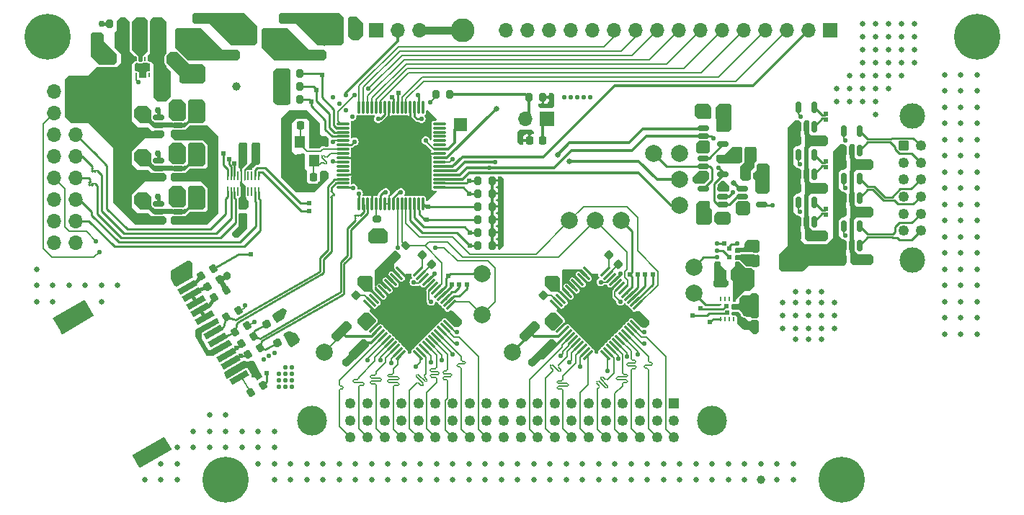
<source format=gtl>
%TF.GenerationSoftware,KiCad,Pcbnew,7.0.1-0*%
%TF.CreationDate,2023-04-03T11:55:13-05:00*%
%TF.ProjectId,plenum,706c656e-756d-42e6-9b69-6361645f7063,1*%
%TF.SameCoordinates,PXc1c9600PY2e063a0*%
%TF.FileFunction,Copper,L1,Top*%
%TF.FilePolarity,Positive*%
%FSLAX46Y46*%
G04 Gerber Fmt 4.6, Leading zero omitted, Abs format (unit mm)*
G04 Created by KiCad (PCBNEW 7.0.1-0) date 2023-04-03 11:55:13*
%MOMM*%
%LPD*%
G01*
G04 APERTURE LIST*
G04 Aperture macros list*
%AMRoundRect*
0 Rectangle with rounded corners*
0 $1 Rounding radius*
0 $2 $3 $4 $5 $6 $7 $8 $9 X,Y pos of 4 corners*
0 Add a 4 corners polygon primitive as box body*
4,1,4,$2,$3,$4,$5,$6,$7,$8,$9,$2,$3,0*
0 Add four circle primitives for the rounded corners*
1,1,$1+$1,$2,$3*
1,1,$1+$1,$4,$5*
1,1,$1+$1,$6,$7*
1,1,$1+$1,$8,$9*
0 Add four rect primitives between the rounded corners*
20,1,$1+$1,$2,$3,$4,$5,0*
20,1,$1+$1,$4,$5,$6,$7,0*
20,1,$1+$1,$6,$7,$8,$9,0*
20,1,$1+$1,$8,$9,$2,$3,0*%
%AMRotRect*
0 Rectangle, with rotation*
0 The origin of the aperture is its center*
0 $1 length*
0 $2 width*
0 $3 Rotation angle, in degrees counterclockwise*
0 Add horizontal line*
21,1,$1,$2,0,0,$3*%
%AMFreePoly0*
4,1,21,-0.625000,0.375000,-0.605970,0.470671,-0.551777,0.551777,-0.470671,0.605970,-0.375000,0.625000,0.375000,0.625000,0.470671,0.605970,0.551777,0.551777,0.605970,0.470671,0.625000,0.375000,0.625000,-0.375000,0.605970,-0.470671,0.551777,-0.551777,0.470671,-0.605970,0.375000,-0.625000,-0.375000,-0.625000,-0.470671,-0.605970,-0.551777,-0.551777,-0.605970,-0.470671,-0.625000,-0.375000,
-0.625000,0.375000,-0.625000,0.375000,$1*%
G04 Aperture macros list end*
%TA.AperFunction,SMDPad,CuDef*%
%ADD10RoundRect,0.200000X0.035705X0.338157X-0.310705X0.138157X-0.035705X-0.338157X0.310705X-0.138157X0*%
%TD*%
%TA.AperFunction,ComponentPad*%
%ADD11C,2.000000*%
%TD*%
%TA.AperFunction,SMDPad,CuDef*%
%ADD12RoundRect,0.200000X-0.200000X-0.275000X0.200000X-0.275000X0.200000X0.275000X-0.200000X0.275000X0*%
%TD*%
%TA.AperFunction,ComponentPad*%
%ADD13C,5.400000*%
%TD*%
%TA.AperFunction,SMDPad,CuDef*%
%ADD14RoundRect,0.225000X-0.250000X0.225000X-0.250000X-0.225000X0.250000X-0.225000X0.250000X0.225000X0*%
%TD*%
%TA.AperFunction,SMDPad,CuDef*%
%ADD15RoundRect,0.150000X0.150000X-0.512500X0.150000X0.512500X-0.150000X0.512500X-0.150000X-0.512500X0*%
%TD*%
%TA.AperFunction,SMDPad,CuDef*%
%ADD16RoundRect,0.200000X0.200000X0.275000X-0.200000X0.275000X-0.200000X-0.275000X0.200000X-0.275000X0*%
%TD*%
%TA.AperFunction,SMDPad,CuDef*%
%ADD17RoundRect,0.200000X-0.035705X-0.338157X0.310705X-0.138157X0.035705X0.338157X-0.310705X0.138157X0*%
%TD*%
%TA.AperFunction,SMDPad,CuDef*%
%ADD18RoundRect,0.225000X0.225000X0.250000X-0.225000X0.250000X-0.225000X-0.250000X0.225000X-0.250000X0*%
%TD*%
%TA.AperFunction,SMDPad,CuDef*%
%ADD19RoundRect,0.225000X0.250000X-0.225000X0.250000X0.225000X-0.250000X0.225000X-0.250000X-0.225000X0*%
%TD*%
%TA.AperFunction,SMDPad,CuDef*%
%ADD20RoundRect,0.225000X0.335876X0.017678X0.017678X0.335876X-0.335876X-0.017678X-0.017678X-0.335876X0*%
%TD*%
%TA.AperFunction,SMDPad,CuDef*%
%ADD21RoundRect,0.150000X0.512500X0.150000X-0.512500X0.150000X-0.512500X-0.150000X0.512500X-0.150000X0*%
%TD*%
%TA.AperFunction,SMDPad,CuDef*%
%ADD22RoundRect,0.250000X-0.981111X-0.539169X-0.539169X-0.981111X0.981111X0.539169X0.539169X0.981111X0*%
%TD*%
%TA.AperFunction,SMDPad,CuDef*%
%ADD23RoundRect,0.225000X-0.069856X-0.329006X0.319856X-0.104006X0.069856X0.329006X-0.319856X0.104006X0*%
%TD*%
%TA.AperFunction,SMDPad,CuDef*%
%ADD24RoundRect,0.225000X-0.017678X0.335876X-0.335876X0.017678X0.017678X-0.335876X0.335876X-0.017678X0*%
%TD*%
%TA.AperFunction,SMDPad,CuDef*%
%ADD25RoundRect,0.200000X-0.275000X0.200000X-0.275000X-0.200000X0.275000X-0.200000X0.275000X0.200000X0*%
%TD*%
%TA.AperFunction,SMDPad,CuDef*%
%ADD26R,0.250000X0.475000*%
%TD*%
%TA.AperFunction,SMDPad,CuDef*%
%ADD27R,0.475000X0.250000*%
%TD*%
%TA.AperFunction,SMDPad,CuDef*%
%ADD28RoundRect,0.150000X-0.512500X-0.150000X0.512500X-0.150000X0.512500X0.150000X-0.512500X0.150000X0*%
%TD*%
%TA.AperFunction,ComponentPad*%
%ADD29C,2.800000*%
%TD*%
%TA.AperFunction,ComponentPad*%
%ADD30R,1.700000X1.700000*%
%TD*%
%TA.AperFunction,ComponentPad*%
%ADD31O,1.700000X1.700000*%
%TD*%
%TA.AperFunction,SMDPad,CuDef*%
%ADD32R,1.500000X1.400000*%
%TD*%
%TA.AperFunction,SMDPad,CuDef*%
%ADD33R,1.500000X1.000000*%
%TD*%
%TA.AperFunction,SMDPad,CuDef*%
%ADD34RoundRect,0.125000X0.137500X-0.125000X0.137500X0.125000X-0.137500X0.125000X-0.137500X-0.125000X0*%
%TD*%
%TA.AperFunction,SMDPad,CuDef*%
%ADD35RoundRect,0.075000X-0.521491X0.415425X0.415425X-0.521491X0.521491X-0.415425X-0.415425X0.521491X0*%
%TD*%
%TA.AperFunction,SMDPad,CuDef*%
%ADD36RoundRect,0.075000X-0.521491X-0.415425X-0.415425X-0.521491X0.521491X0.415425X0.415425X0.521491X0*%
%TD*%
%TA.AperFunction,SMDPad,CuDef*%
%ADD37RotRect,0.710000X2.290000X120.000000*%
%TD*%
%TA.AperFunction,SMDPad,CuDef*%
%ADD38RotRect,1.015000X2.540000X120.000000*%
%TD*%
%TA.AperFunction,SMDPad,CuDef*%
%ADD39RoundRect,0.225000X-0.225000X-0.250000X0.225000X-0.250000X0.225000X0.250000X-0.225000X0.250000X0*%
%TD*%
%TA.AperFunction,SMDPad,CuDef*%
%ADD40R,0.200000X1.100000*%
%TD*%
%TA.AperFunction,SMDPad,CuDef*%
%ADD41R,0.200000X1.000000*%
%TD*%
%TA.AperFunction,SMDPad,CuDef*%
%ADD42RoundRect,0.075000X0.662500X0.075000X-0.662500X0.075000X-0.662500X-0.075000X0.662500X-0.075000X0*%
%TD*%
%TA.AperFunction,SMDPad,CuDef*%
%ADD43RoundRect,0.075000X0.075000X0.662500X-0.075000X0.662500X-0.075000X-0.662500X0.075000X-0.662500X0*%
%TD*%
%TA.AperFunction,SMDPad,CuDef*%
%ADD44RoundRect,0.250000X0.325000X0.650000X-0.325000X0.650000X-0.325000X-0.650000X0.325000X-0.650000X0*%
%TD*%
%TA.AperFunction,SMDPad,CuDef*%
%ADD45RoundRect,0.200000X-0.053033X0.335876X-0.335876X0.053033X0.053033X-0.335876X0.335876X-0.053033X0*%
%TD*%
%TA.AperFunction,SMDPad,CuDef*%
%ADD46R,1.500000X1.500000*%
%TD*%
%TA.AperFunction,SMDPad,CuDef*%
%ADD47C,1.000000*%
%TD*%
%TA.AperFunction,SMDPad,CuDef*%
%ADD48R,1.200000X1.400000*%
%TD*%
%TA.AperFunction,SMDPad,CuDef*%
%ADD49R,1.350000X3.400000*%
%TD*%
%TA.AperFunction,ComponentPad*%
%ADD50C,3.000000*%
%TD*%
%TA.AperFunction,ComponentPad*%
%ADD51RoundRect,0.312500X0.312500X-0.312500X0.312500X0.312500X-0.312500X0.312500X-0.312500X-0.312500X0*%
%TD*%
%TA.AperFunction,ComponentPad*%
%ADD52C,1.250000*%
%TD*%
%TA.AperFunction,SMDPad,CuDef*%
%ADD53R,0.250000X0.500000*%
%TD*%
%TA.AperFunction,SMDPad,CuDef*%
%ADD54R,1.600000X0.900000*%
%TD*%
%TA.AperFunction,SMDPad,CuDef*%
%ADD55RoundRect,0.250000X-0.325000X-0.650000X0.325000X-0.650000X0.325000X0.650000X-0.325000X0.650000X0*%
%TD*%
%TA.AperFunction,SMDPad,CuDef*%
%ADD56RoundRect,0.225000X0.069856X0.329006X-0.319856X0.104006X-0.069856X-0.329006X0.319856X-0.104006X0*%
%TD*%
%TA.AperFunction,ComponentPad*%
%ADD57C,3.500000*%
%TD*%
%TA.AperFunction,ComponentPad*%
%ADD58FreePoly0,90.000000*%
%TD*%
%TA.AperFunction,ViaPad*%
%ADD59C,0.660400*%
%TD*%
%TA.AperFunction,ViaPad*%
%ADD60C,0.558800*%
%TD*%
%TA.AperFunction,ViaPad*%
%ADD61C,0.965200*%
%TD*%
%TA.AperFunction,ViaPad*%
%ADD62C,0.609600*%
%TD*%
%TA.AperFunction,ViaPad*%
%ADD63C,0.762000*%
%TD*%
%TA.AperFunction,Conductor*%
%ADD64C,0.304800*%
%TD*%
%TA.AperFunction,Conductor*%
%ADD65C,0.203200*%
%TD*%
%TA.AperFunction,Conductor*%
%ADD66C,0.254000*%
%TD*%
%TA.AperFunction,Conductor*%
%ADD67C,0.406400*%
%TD*%
%TA.AperFunction,Conductor*%
%ADD68C,0.609600*%
%TD*%
%TA.AperFunction,Conductor*%
%ADD69C,0.914400*%
%TD*%
G04 APERTURE END LIST*
D10*
%TO.P,R17,1*%
%TO.N,Net-(C49-Pad1)*%
X-92757529Y-32099500D03*
%TO.P,R17,2*%
%TO.N,Net-(J5-VC2_N)*%
X-94186471Y-32924500D03*
%TD*%
D11*
%TO.P,TP13,1,1*%
%TO.N,/microcontroller/TEMP2_READY*%
X-61976000Y-36195000D03*
%TD*%
D12*
%TO.P,R18,1*%
%TO.N,GND*%
X-85026000Y-10922000D03*
%TO.P,R18,2*%
%TO.N,/microcontroller/SPI.SDO*%
X-83376000Y-10922000D03*
%TD*%
D13*
%TO.P,H4,1,1*%
%TO.N,GNDPWR*%
X-92075000Y-55626000D03*
%TD*%
D14*
%TO.P,C41,1*%
%TO.N,GND*%
X-96012000Y-13195000D03*
%TO.P,C41,2*%
%TO.N,+3V3*%
X-96012000Y-14745000D03*
%TD*%
D15*
%TO.P,U9,1*%
%TO.N,+3V3*%
X-19492000Y-22473500D03*
%TO.P,U9,2*%
%TO.N,GND*%
X-18542000Y-22473500D03*
%TO.P,U9,3*%
%TO.N,/sync/SYNC4-*%
X-17592000Y-22473500D03*
%TO.P,U9,4*%
%TO.N,/sync/SYNC4+*%
X-17592000Y-20198500D03*
%TO.P,U9,5*%
%TO.N,/microcontroller/INTRPT0*%
X-19492000Y-20198500D03*
%TD*%
D11*
%TO.P,TP16,1,1*%
%TO.N,Net-(U18-CH1)*%
X-80518000Y-40640000D03*
%TD*%
D12*
%TO.P,R7,1*%
%TO.N,/power/3V3_EN*%
X-105727000Y-2032000D03*
%TO.P,R7,2*%
%TO.N,+5V*%
X-104077000Y-2032000D03*
%TD*%
D16*
%TO.P,R28,1*%
%TO.N,GND*%
X-95949000Y-16510001D03*
%TO.P,R28,2*%
%TO.N,/microcontroller/INTRPT2*%
X-97599000Y-16510001D03*
%TD*%
D17*
%TO.P,R10,1*%
%TO.N,Net-(J5-LED2+)*%
X-94948471Y-31654500D03*
%TO.P,R10,2*%
%TO.N,/eth_phy/ETH.LEDB*%
X-93519529Y-30829500D03*
%TD*%
D18*
%TO.P,C1,1*%
%TO.N,Net-(J1-Pin_1)*%
X-54851001Y-15748000D03*
%TO.P,C1,2*%
%TO.N,GND*%
X-56401001Y-15748000D03*
%TD*%
D11*
%TO.P,TP4,1,1*%
%TO.N,/microcontroller/TEMP_nRESET*%
X-48641000Y-25146000D03*
%TD*%
D19*
%TO.P,C38,1*%
%TO.N,+5V*%
X-101600000Y-14745000D03*
%TO.P,C38,2*%
%TO.N,GND*%
X-101600000Y-13195000D03*
%TD*%
%TO.P,C55,1*%
%TO.N,GND*%
X-90043000Y-24778000D03*
%TO.P,C55,2*%
%TO.N,+3V3*%
X-90043000Y-23228000D03*
%TD*%
D20*
%TO.P,C26,1*%
%TO.N,Net-(U18-Q2)*%
X-67904992Y-30266008D03*
%TO.P,C26,2*%
%TO.N,Net-(U18-Q1)*%
X-69001008Y-29169992D03*
%TD*%
D21*
%TO.P,U4,1*%
%TO.N,/sync/Q*%
X-33660500Y-23302000D03*
%TO.P,U4,2*%
%TO.N,/microcontroller/INTRPT1*%
X-33660500Y-22352000D03*
%TO.P,U4,3,GND*%
%TO.N,GND*%
X-33660500Y-21402000D03*
%TO.P,U4,4*%
%TO.N,/sync/nQ*%
X-35935500Y-21402000D03*
%TO.P,U4,5,VCC*%
%TO.N,+3V3*%
X-35935500Y-23302000D03*
%TD*%
D22*
%TO.P,RSENSE1,1*%
%TO.N,Net-(U19-CH1)*%
X-56406144Y-38208856D03*
%TO.P,RSENSE1,2*%
%TO.N,/rtd/TEMP1.RSENSE*%
X-54337856Y-40277144D03*
%TD*%
D10*
%TO.P,R12,1*%
%TO.N,Net-(C50-Pad1)*%
X-89582529Y-37460855D03*
%TO.P,R12,2*%
%TO.N,/eth_phy/ETH.RX_P*%
X-91011471Y-38285855D03*
%TD*%
D13*
%TO.P,H3,1,1*%
%TO.N,GNDPWR*%
X-19685000Y-55626000D03*
%TD*%
D14*
%TO.P,C42,1*%
%TO.N,GND*%
X-96012000Y-18275000D03*
%TO.P,C42,2*%
%TO.N,+3V3*%
X-96012000Y-19825000D03*
%TD*%
D12*
%TO.P,R1,1*%
%TO.N,Net-(J1-Pin_2)*%
X-56451001Y-10667999D03*
%TO.P,R1,2*%
%TO.N,+3V3*%
X-54801001Y-10667999D03*
%TD*%
D13*
%TO.P,H2,1,1*%
%TO.N,GNDPWR*%
X-113030000Y-3556000D03*
%TD*%
D16*
%TO.P,R29,1*%
%TO.N,GND*%
X-95948998Y-21590000D03*
%TO.P,R29,2*%
%TO.N,/microcontroller/INTRPT1*%
X-97598998Y-21590000D03*
%TD*%
D23*
%TO.P,C52,1*%
%TO.N,/eth_phy/ETH.TX_P*%
X-86000598Y-39498941D03*
%TO.P,C52,2*%
%TO.N,GND*%
X-84658258Y-38723941D03*
%TD*%
D18*
%TO.P,C44,1*%
%TO.N,+3V3*%
X-32244999Y-31623001D03*
%TO.P,C44,2*%
%TO.N,GND*%
X-33794999Y-31623001D03*
%TD*%
D24*
%TO.P,C35,1*%
%TO.N,GND*%
X-53680992Y-32852992D03*
%TO.P,C35,2*%
%TO.N,/rtd/VREFBYP1*%
X-54777008Y-33949008D03*
%TD*%
D18*
%TO.P,C25,1*%
%TO.N,GND*%
X-98285000Y-6096000D03*
%TO.P,C25,2*%
%TO.N,+3V3*%
X-99835000Y-6096000D03*
%TD*%
D10*
%TO.P,L3,1,1*%
%TO.N,/eth_phy/ETH.TX_N*%
X-88820529Y-38780677D03*
%TO.P,L3,2,2*%
%TO.N,/eth_phy/ETHTXJ_N*%
X-90249471Y-39605677D03*
%TD*%
D25*
%TO.P,R4,1*%
%TO.N,Net-(U1-RBIAS)*%
X-74295000Y-24956000D03*
%TO.P,R4,2*%
%TO.N,GND*%
X-74295000Y-26606000D03*
%TD*%
D26*
%TO.P,U20,1,SDO*%
%TO.N,/microcontroller/SPI.SDO*%
X-33896999Y-36722499D03*
%TO.P,U20,2,ASDx*%
%TO.N,unconnected-(U20-ASDx-Pad2)*%
X-33396999Y-36722499D03*
%TO.P,U20,3,ASCx*%
%TO.N,unconnected-(U20-ASCx-Pad3)*%
X-32896999Y-36722499D03*
%TO.P,U20,4,INT1*%
%TO.N,unconnected-(U20-INT1-Pad4)*%
X-32396999Y-36722499D03*
D27*
%TO.P,U20,5,VDDIO*%
%TO.N,+3V3*%
X-32234499Y-36059999D03*
%TO.P,U20,6,GNDIO*%
%TO.N,GND*%
X-32234499Y-35559999D03*
%TO.P,U20,7,GND*%
X-32234499Y-35059999D03*
D26*
%TO.P,U20,8,VDD*%
%TO.N,+3V3*%
X-32396999Y-34397499D03*
%TO.P,U20,9,INT2*%
%TO.N,unconnected-(U20-INT2-Pad9)*%
X-32896999Y-34397499D03*
%TO.P,U20,10,OCSB*%
%TO.N,unconnected-(U20-OCSB-Pad10)*%
X-33396999Y-34397499D03*
%TO.P,U20,11,OSDO*%
%TO.N,unconnected-(U20-OSDO-Pad11)*%
X-33908999Y-34397499D03*
D27*
%TO.P,U20,12,CS*%
%TO.N,/microcontroller/SPI.nCS6*%
X-34059499Y-35059999D03*
%TO.P,U20,13,SCK/SCL*%
%TO.N,/microcontroller/SPI.SCK*%
X-34059499Y-35559999D03*
%TO.P,U20,14,SDI/SDA*%
%TO.N,/microcontroller/SPI.SDI*%
X-34059499Y-36059999D03*
%TD*%
D11*
%TO.P,TP2,1,1*%
%TO.N,Net-(U19-CH1)*%
X-58420000Y-40640000D03*
%TD*%
D19*
%TO.P,C40,1*%
%TO.N,+5V*%
X-101600000Y-24905000D03*
%TO.P,C40,2*%
%TO.N,GND*%
X-101600000Y-23355000D03*
%TD*%
D18*
%TO.P,C23,1*%
%TO.N,+3V3*%
X-34023000Y-12700000D03*
%TO.P,C23,2*%
%TO.N,GND*%
X-35573000Y-12700000D03*
%TD*%
D28*
%TO.P,U3,1*%
%TO.N,/sync/R*%
X-35935500Y-17846000D03*
%TO.P,U3,2*%
%TO.N,/sync/nQ*%
X-35935500Y-18796000D03*
%TO.P,U3,3,GND*%
%TO.N,GND*%
X-35935500Y-19746000D03*
%TO.P,U3,4*%
%TO.N,/sync/Q*%
X-33660500Y-19746000D03*
%TO.P,U3,5,VCC*%
%TO.N,+3V3*%
X-33660500Y-17846000D03*
%TD*%
D12*
%TO.P,R19,1*%
%TO.N,/microcontroller/SPI.nCS1*%
X-62420000Y-20447000D03*
%TO.P,R19,2*%
%TO.N,+3V3*%
X-60770000Y-20447000D03*
%TD*%
D29*
%TO.P,TP1,1,1*%
%TO.N,Net-(J9-Pin_3)*%
X-64262000Y-2794000D03*
%TD*%
D30*
%TO.P,J7,1,Pin_1*%
%TO.N,+3V3*%
X-21082000Y-2794000D03*
D31*
%TO.P,J7,2,Pin_2*%
%TO.N,/microcontroller/INTRPT3*%
X-23622000Y-2794000D03*
%TO.P,J7,3,Pin_3*%
%TO.N,/microcontroller/RA3*%
X-26162000Y-2794000D03*
%TO.P,J7,4,Pin_4*%
%TO.N,/microcontroller/RA2*%
X-28702000Y-2794000D03*
%TO.P,J7,5,Pin_5*%
%TO.N,/microcontroller/RA5*%
X-31242000Y-2794000D03*
%TO.P,J7,6,Pin_6*%
%TO.N,/microcontroller/RA4*%
X-33782000Y-2794000D03*
%TO.P,J7,7,Pin_7*%
%TO.N,/microcontroller/RC1*%
X-36322000Y-2794000D03*
%TO.P,J7,8,Pin_8*%
%TO.N,/microcontroller/RC0*%
X-38862000Y-2794000D03*
%TO.P,J7,9,Pin_9*%
%TO.N,/microcontroller/RC2*%
X-41402000Y-2794000D03*
%TO.P,J7,10,Pin_10*%
%TO.N,/microcontroller/UART.TX*%
X-43942000Y-2794000D03*
%TO.P,J7,11,Pin_11*%
%TO.N,/microcontroller/UART.RX*%
X-46482000Y-2794000D03*
%TO.P,J7,12,Pin_12*%
%TO.N,unconnected-(J7-Pin_12-Pad12)*%
X-49022000Y-2794000D03*
%TO.P,J7,13,Pin_13*%
%TO.N,unconnected-(J7-Pin_13-Pad13)*%
X-51562000Y-2794000D03*
%TO.P,J7,14,Pin_14*%
%TO.N,unconnected-(J7-Pin_14-Pad14)*%
X-54102000Y-2794000D03*
%TO.P,J7,15,Pin_15*%
%TO.N,+5V*%
X-56642000Y-2794000D03*
%TO.P,J7,16,Pin_16*%
%TO.N,GND*%
X-59182000Y-2794000D03*
%TD*%
D32*
%TO.P,SW1,1,sw1*%
%TO.N,GND*%
X-89318000Y-3556000D03*
%TO.P,SW1,2,sw2*%
%TO.N,/power/3V3_EN*%
X-97118000Y-3556000D03*
D33*
%TO.P,SW1,3,A*%
X-91468000Y-5756000D03*
%TO.P,SW1,4,K*%
%TO.N,GND*%
X-91468000Y-1356000D03*
%TO.P,SW1,5,A*%
%TO.N,/power/3V3_EN*%
X-94968000Y-5756000D03*
%TO.P,SW1,6,K*%
%TO.N,GND*%
X-94968000Y-1356000D03*
%TD*%
D34*
%TO.P,U15,1,GND*%
%TO.N,GND*%
X-34334500Y-30282999D03*
%TO.P,U15,2,CSB*%
%TO.N,/microcontroller/SPI.nCS5*%
X-34334500Y-29482999D03*
%TO.P,U15,3,SDI*%
%TO.N,/microcontroller/SPI.SDI*%
X-34334500Y-28682999D03*
%TO.P,U15,4,SCK*%
%TO.N,/microcontroller/SPI.SCK*%
X-34334500Y-27882999D03*
%TO.P,U15,5,SDO*%
%TO.N,/microcontroller/SPI.SDO*%
X-31959500Y-27882999D03*
%TO.P,U15,6,VDDIO*%
%TO.N,+3V3*%
X-31959500Y-28682999D03*
%TO.P,U15,7,GND*%
%TO.N,GND*%
X-31959500Y-29482999D03*
%TO.P,U15,8,VDD*%
%TO.N,+3V3*%
X-31959500Y-30282999D03*
%TD*%
D30*
%TO.P,J9,1,Pin_1*%
%TO.N,+3V3*%
X-74422000Y-2794000D03*
D31*
%TO.P,J9,2,Pin_2*%
%TO.N,/microcontroller/AVDD*%
X-71882000Y-2794000D03*
%TO.P,J9,3,Pin_3*%
%TO.N,Net-(J9-Pin_3)*%
X-69342000Y-2794000D03*
%TD*%
D35*
%TO.P,U19,1,GND*%
%TO.N,GND*%
X-49512788Y-31180124D03*
%TO.P,U19,2,VDD*%
%TO.N,+3V3*%
X-49866342Y-31533678D03*
%TO.P,U19,3,GND*%
%TO.N,GND*%
X-50219895Y-31887231D03*
%TO.P,U19,4,VDD*%
%TO.N,+3V3*%
X-50573449Y-32240785D03*
%TO.P,U19,5,GND*%
%TO.N,GND*%
X-50927002Y-32594338D03*
%TO.P,U19,6,VDD*%
%TO.N,+3V3*%
X-51280555Y-32947891D03*
%TO.P,U19,7,GND*%
%TO.N,GND*%
X-51634109Y-33301445D03*
%TO.P,U19,8,VDD*%
%TO.N,+3V3*%
X-51987662Y-33654998D03*
%TO.P,U19,9,GND*%
%TO.N,GND*%
X-52341215Y-34008551D03*
%TO.P,U19,10*%
%TO.N,N/C*%
X-52694769Y-34362105D03*
%TO.P,U19,11,Vrefbyp*%
%TO.N,/rtd/VREFBYP1*%
X-53048322Y-34715658D03*
%TO.P,U19,12,GND*%
%TO.N,GND*%
X-53401876Y-35069212D03*
D36*
%TO.P,U19,13,Vrefout*%
%TO.N,/rtd/VREF1*%
X-53401876Y-37066788D03*
%TO.P,U19,14,Vrefp*%
X-53048322Y-37420342D03*
%TO.P,U19,15,GND*%
%TO.N,GND*%
X-52694769Y-37773895D03*
%TO.P,U19,16,CH1*%
%TO.N,Net-(U19-CH1)*%
X-52341215Y-38127449D03*
%TO.P,U19,17,CH2*%
%TO.N,/rtd/TEMP1.RSENSE*%
X-51987662Y-38481002D03*
%TO.P,U19,18,CH3*%
%TO.N,/rtd/TEMP1.CH3*%
X-51634109Y-38834555D03*
%TO.P,U19,19,CH4*%
%TO.N,/rtd/TEMP1.CH4*%
X-51280555Y-39188109D03*
%TO.P,U19,20,CH5*%
%TO.N,/rtd/TEMP1.CH5*%
X-50927002Y-39541662D03*
%TO.P,U19,21,CH6*%
%TO.N,/rtd/TEMP1.CH6*%
X-50573449Y-39895215D03*
%TO.P,U19,22,CH7*%
%TO.N,/rtd/TEMP1.CH7*%
X-50219895Y-40248769D03*
%TO.P,U19,23,CH8*%
%TO.N,/rtd/TEMP1.CH8*%
X-49866342Y-40602322D03*
%TO.P,U19,24,CH9*%
%TO.N,/rtd/TEMP1.CH9*%
X-49512788Y-40955876D03*
D35*
%TO.P,U19,25,CH10*%
%TO.N,/rtd/TEMP1.CH10*%
X-47515212Y-40955876D03*
%TO.P,U19,26,CH11*%
%TO.N,/rtd/TEMP1.CH11*%
X-47161658Y-40602322D03*
%TO.P,U19,27,CH12*%
%TO.N,/rtd/TEMP1.CH12*%
X-46808105Y-40248769D03*
%TO.P,U19,28,CH13*%
%TO.N,/rtd/TEMP1.CH13*%
X-46454551Y-39895215D03*
%TO.P,U19,29,CH14*%
%TO.N,/rtd/TEMP1.CH14*%
X-46100998Y-39541662D03*
%TO.P,U19,30,CH15*%
%TO.N,/rtd/TEMP1.CH15*%
X-45747445Y-39188109D03*
%TO.P,U19,31,CH16*%
%TO.N,/rtd/TEMP1.CH16*%
X-45393891Y-38834555D03*
%TO.P,U19,32,CH17*%
%TO.N,/rtd/TEMP1.CH17*%
X-45040338Y-38481002D03*
%TO.P,U19,33,CH18*%
%TO.N,/rtd/TEMP1.CH18*%
X-44686785Y-38127449D03*
%TO.P,U19,34,CH19*%
%TO.N,/rtd/TEMP1.CH19*%
X-44333231Y-37773895D03*
%TO.P,U19,35,CH20*%
%TO.N,/rtd/TEMP1.CH20*%
X-43979678Y-37420342D03*
%TO.P,U19,36,COM*%
%TO.N,GND*%
X-43626124Y-37066788D03*
D36*
%TO.P,U19,37,INTERRUPT*%
%TO.N,/microcontroller/TEMP1_READY*%
X-43626124Y-35069212D03*
%TO.P,U19,38,SCK*%
%TO.N,/microcontroller/SPI.SCK*%
X-43979678Y-34715658D03*
%TO.P,U19,39,SDO*%
%TO.N,/microcontroller/SPI.SDI*%
X-44333231Y-34362105D03*
%TO.P,U19,40,SDI*%
%TO.N,/microcontroller/SPI.SDO*%
X-44686785Y-34008551D03*
%TO.P,U19,41,~{CS}*%
%TO.N,/microcontroller/SPI.nCS1*%
X-45040338Y-33654998D03*
%TO.P,U19,42,~{RESET}*%
%TO.N,/microcontroller/TEMP_nRESET*%
X-45393891Y-33301445D03*
%TO.P,U19,43,LDO*%
%TO.N,/rtd/LDO1*%
X-45747445Y-32947891D03*
%TO.P,U19,44,GND*%
%TO.N,GND*%
X-46100998Y-32594338D03*
%TO.P,U19,45,VDD*%
%TO.N,+3V3*%
X-46454551Y-32240785D03*
%TO.P,U19,46,Q3*%
%TO.N,Net-(U19-Q3)*%
X-46808105Y-31887231D03*
%TO.P,U19,47,Q2*%
%TO.N,Net-(U19-Q2)*%
X-47161658Y-31533678D03*
%TO.P,U19,48,Q1*%
%TO.N,Net-(U19-Q1)*%
X-47515212Y-31180124D03*
%TD*%
D37*
%TO.P,J5,1,LED1+*%
%TO.N,Net-(J5-LED1+)*%
X-90473520Y-43598348D03*
%TO.P,J5,2,LED1-*%
%TO.N,GND*%
X-90983520Y-42715003D03*
%TO.P,J5,3,TD_P*%
%TO.N,/eth_phy/ETHTXJ_P*%
X-91493520Y-41831657D03*
%TO.P,J5,4,TD_N*%
%TO.N,/eth_phy/ETHTXJ_N*%
X-92003520Y-40948311D03*
%TO.P,J5,5,TAP*%
%TO.N,+3V3*%
X-92513520Y-40064965D03*
%TO.P,J5,6,RD_P*%
%TO.N,/eth_phy/ETH.RX_P*%
X-93023520Y-39181619D03*
%TO.P,J5,7,RD_N*%
%TO.N,/eth_phy/ETH.RX_N*%
X-93533520Y-38298273D03*
%TO.P,J5,9,VC1_P*%
%TO.N,Net-(J5-VC1_N)*%
X-94553520Y-36531581D03*
%TO.P,J5,10,VC1_N*%
X-95063520Y-35648235D03*
%TO.P,J5,11,VC2_P*%
%TO.N,Net-(J5-VC2_N)*%
X-95573520Y-34764889D03*
%TO.P,J5,12,VC2_N*%
X-96083520Y-33881543D03*
%TO.P,J5,13,LED2+*%
%TO.N,Net-(J5-LED2+)*%
X-96593520Y-32998197D03*
%TO.P,J5,14,LED2-*%
%TO.N,GND*%
X-97103520Y-32114852D03*
D38*
%TO.P,J5,EP1,SH*%
%TO.N,GNDPWR*%
X-101009600Y-52129322D03*
%TO.P,J5,EP2,SH*%
X-109747100Y-36995528D03*
%TD*%
D39*
%TO.P,C22,1*%
%TO.N,+3V3*%
X-32017000Y-17780000D03*
%TO.P,C22,2*%
%TO.N,GND*%
X-30467000Y-17780000D03*
%TD*%
D12*
%TO.P,R23,1*%
%TO.N,/microcontroller/SPI.nCS6*%
X-62420000Y-28067000D03*
%TO.P,R23,2*%
%TO.N,+3V3*%
X-60770000Y-28067000D03*
%TD*%
D40*
%TO.P,U17,1,A1*%
%TO.N,/power/SCK*%
X-91843000Y-21678000D03*
D41*
%TO.P,U17,2,A2*%
%TO.N,/power/SDI*%
X-91443000Y-21728000D03*
%TO.P,U17,3,A3*%
%TO.N,/power/SDO*%
X-91043000Y-21728000D03*
%TO.P,U17,4,A4*%
%TO.N,unconnected-(U17-A4-Pad4)*%
X-90643000Y-21728000D03*
%TO.P,U17,5,VCCA*%
%TO.N,+3V3*%
X-90243000Y-21728000D03*
%TO.P,U17,6,OE*%
X-89843000Y-21728000D03*
%TO.P,U17,7,A5*%
%TO.N,unconnected-(U17-A5-Pad7)*%
X-89443000Y-21728000D03*
%TO.P,U17,8,A6*%
%TO.N,unconnected-(U17-A6-Pad8)*%
X-89043000Y-21728000D03*
%TO.P,U17,9,A7*%
%TO.N,/power/nCS3*%
X-88643000Y-21728000D03*
%TO.P,U17,10,A8*%
%TO.N,/power/nCS4*%
X-88243000Y-21728000D03*
%TO.P,U17,11,B8*%
%TO.N,/microcontroller/SPI.nCS4*%
X-88243000Y-19928000D03*
%TO.P,U17,12,B7*%
%TO.N,/microcontroller/SPI.nCS3*%
X-88643000Y-19928000D03*
%TO.P,U17,13,B6*%
%TO.N,unconnected-(U17-B6-Pad13)*%
X-89043000Y-19928000D03*
%TO.P,U17,14,B5*%
%TO.N,unconnected-(U17-B5-Pad14)*%
X-89443000Y-19928000D03*
%TO.P,U17,15,GND*%
%TO.N,GND*%
X-89843000Y-19928000D03*
%TO.P,U17,16,VCCB*%
%TO.N,+3V3*%
X-90243000Y-19928000D03*
%TO.P,U17,17,B4*%
%TO.N,unconnected-(U17-B4-Pad17)*%
X-90643000Y-19928000D03*
%TO.P,U17,18,B3*%
%TO.N,/microcontroller/SPI.SDO*%
X-91043000Y-19928000D03*
%TO.P,U17,19,B2*%
%TO.N,/microcontroller/SPI.SDI*%
X-91443000Y-19928000D03*
%TO.P,U17,20,B1*%
%TO.N,/microcontroller/SPI.SCK*%
X-91843000Y-19928000D03*
%TD*%
D15*
%TO.P,U6,1*%
%TO.N,+3V3*%
X-24826000Y-14091500D03*
%TO.P,U6,2*%
%TO.N,GND*%
X-23876000Y-14091500D03*
%TO.P,U6,3*%
%TO.N,/sync/SYNC1-*%
X-22926000Y-14091500D03*
%TO.P,U6,4*%
%TO.N,/sync/SYNC1+*%
X-22926000Y-11816500D03*
%TO.P,U6,5*%
%TO.N,/microcontroller/INTRPT0*%
X-24826000Y-11816500D03*
%TD*%
D13*
%TO.P,H1,1,1*%
%TO.N,GNDPWR*%
X-3810000Y-3556000D03*
%TD*%
D19*
%TO.P,C45,1*%
%TO.N,GND*%
X-30606999Y-29857999D03*
%TO.P,C45,2*%
%TO.N,+3V3*%
X-30606999Y-28307999D03*
%TD*%
D17*
%TO.P,R13,1*%
%TO.N,/eth_phy/ETH.RX_N*%
X-92027471Y-36526090D03*
%TO.P,R13,2*%
%TO.N,Net-(C50-Pad1)*%
X-90598529Y-35701090D03*
%TD*%
D11*
%TO.P,TP5,1,1*%
%TO.N,/microcontroller/INTRPT0*%
X-38735000Y-23368000D03*
%TD*%
D18*
%TO.P,C2,1*%
%TO.N,GND*%
X-81775000Y-13970000D03*
%TO.P,C2,2*%
%TO.N,/microcontroller/OSC1*%
X-83325000Y-13970000D03*
%TD*%
D24*
%TO.P,C34,1*%
%TO.N,GND*%
X-75651992Y-32852992D03*
%TO.P,C34,2*%
%TO.N,/rtd/VREFBYP2*%
X-76748008Y-33949008D03*
%TD*%
D39*
%TO.P,C56,1*%
%TO.N,+3V3*%
X-90056000Y-18034000D03*
%TO.P,C56,2*%
%TO.N,GND*%
X-88506000Y-18034000D03*
%TD*%
D42*
%TO.P,U1,1,RE1/P2C*%
%TO.N,/microcontroller/SPI.nCS2*%
X-66981500Y-21276000D03*
%TO.P,U1,2,RE0/P2D*%
%TO.N,/microcontroller/SPI.nCS1*%
X-66981500Y-20776000D03*
%TO.P,U1,3,INT0/FLT0/RB0*%
%TO.N,/microcontroller/INTRPT0*%
X-66981500Y-20276000D03*
%TO.P,U1,4,INT1/RB1*%
%TO.N,/microcontroller/INTRPT1*%
X-66981500Y-19776000D03*
%TO.P,U1,5,INT2/RB2*%
%TO.N,/microcontroller/INTRPT2*%
X-66981500Y-19276000D03*
%TO.P,U1,6,INT3/RB3*%
%TO.N,/microcontroller/INTRPT3*%
X-66981500Y-18776000D03*
%TO.P,U1,7,~{MCLR}*%
%TO.N,/microcontroller/nMCLR*%
X-66981500Y-18276000D03*
%TO.P,U1,8,RG4/CCP5/P1D*%
%TO.N,/microcontroller/UNLAUNCH*%
X-66981500Y-17776000D03*
%TO.P,U1,9,VSS*%
%TO.N,GND*%
X-66981500Y-17276000D03*
%TO.P,U1,10,VDDCORE/VCAP*%
%TO.N,/microcontroller/VDDCORE*%
X-66981500Y-16776000D03*
%TO.P,U1,11,RF7/~{SS1}*%
%TO.N,unconnected-(U1-RF7{slash}~{SS1}-Pad11)*%
X-66981500Y-16276000D03*
%TO.P,U1,12,RF6/AN11*%
%TO.N,unconnected-(U1-RF6{slash}AN11-Pad12)*%
X-66981500Y-15776000D03*
%TO.P,U1,13,RF5/AN10/CVref*%
%TO.N,unconnected-(U1-RF5{slash}AN10{slash}CVref-Pad13)*%
X-66981500Y-15276000D03*
%TO.P,U1,14,RF4/AN9*%
%TO.N,unconnected-(U1-RF4{slash}AN9-Pad14)*%
X-66981500Y-14776000D03*
%TO.P,U1,15,RF3/AN8*%
%TO.N,unconnected-(U1-RF3{slash}AN8-Pad15)*%
X-66981500Y-14276000D03*
%TO.P,U1,16,RF2/AN7/C1OUT*%
%TO.N,unconnected-(U1-RF2{slash}AN7{slash}C1OUT-Pad16)*%
X-66981500Y-13776000D03*
D43*
%TO.P,U1,17,RF1/AN6/C2OUT*%
%TO.N,unconnected-(U1-RF1{slash}AN6{slash}C2OUT-Pad17)*%
X-68894000Y-11863500D03*
%TO.P,U1,18,ENVREG*%
%TO.N,+3V3*%
X-69394000Y-11863500D03*
%TO.P,U1,19,AVDD*%
%TO.N,/microcontroller/AVDD*%
X-69894000Y-11863500D03*
%TO.P,U1,20,AVSS*%
%TO.N,GND*%
X-70394000Y-11863500D03*
%TO.P,U1,21,Vref+/AN3/RA3*%
%TO.N,/microcontroller/RA3*%
X-70894000Y-11863500D03*
%TO.P,U1,22,Vref-/AN2/RA2*%
%TO.N,/microcontroller/RA2*%
X-71394000Y-11863500D03*
%TO.P,U1,23,LEDB/AN1/RA1*%
%TO.N,/eth_phy/ETH.LEDB*%
X-71894000Y-11863500D03*
%TO.P,U1,24,LEDA/AN0/RA0*%
%TO.N,/eth_phy/ETH.LEDA*%
X-72394000Y-11863500D03*
%TO.P,U1,25,VSS*%
%TO.N,GND*%
X-72894000Y-11863500D03*
%TO.P,U1,26,VDD*%
%TO.N,+3V3*%
X-73394000Y-11863500D03*
%TO.P,U1,27,AN4/RA5*%
%TO.N,/microcontroller/RA5*%
X-73894000Y-11863500D03*
%TO.P,U1,28,T0CKI/RA4*%
%TO.N,/microcontroller/RA4*%
X-74394000Y-11863500D03*
%TO.P,U1,29,T1OSI/ECCP2/P2A/RC1*%
%TO.N,/microcontroller/RC1*%
X-74894000Y-11863500D03*
%TO.P,U1,30,T13CKI/T1OSO/RC0*%
%TO.N,/microcontroller/RC0*%
X-75394000Y-11863500D03*
%TO.P,U1,31,TX1/CK1/RC6*%
%TO.N,/microcontroller/UART.TX*%
X-75894000Y-11863500D03*
%TO.P,U1,32,RX1/DT1/RC7*%
%TO.N,/microcontroller/UART.RX*%
X-76394000Y-11863500D03*
D42*
%TO.P,U1,33,ECCP1/P1A/RC2*%
%TO.N,/microcontroller/RC2*%
X-78306500Y-13776000D03*
%TO.P,U1,34,SCK1/SCL1/RC3*%
%TO.N,/microcontroller/SPI.SCK*%
X-78306500Y-14276000D03*
%TO.P,U1,35,SDI1/SDA1/RC4*%
%TO.N,/microcontroller/SPI.SDI*%
X-78306500Y-14776000D03*
%TO.P,U1,36,SDO1/RC5*%
%TO.N,/microcontroller/SPI.SDO*%
X-78306500Y-15276000D03*
%TO.P,U1,37,PGD/KBI3/RB7*%
%TO.N,/microcontroller/PGD*%
X-78306500Y-15776000D03*
%TO.P,U1,38,VDD*%
%TO.N,+3V3*%
X-78306500Y-16276000D03*
%TO.P,U1,39,OSC1/CLKI*%
%TO.N,/microcontroller/OSC1*%
X-78306500Y-16776000D03*
%TO.P,U1,40,OSC2/CLK2*%
%TO.N,/microcontroller/OSC2*%
X-78306500Y-17276000D03*
%TO.P,U1,41,VSS*%
%TO.N,GND*%
X-78306500Y-17776000D03*
%TO.P,U1,42,PGC/KBI2/RB6*%
%TO.N,/microcontroller/PGC*%
X-78306500Y-18276000D03*
%TO.P,U1,43,KBI1/RB5*%
%TO.N,unconnected-(U1-KBI1{slash}RB5-Pad43)*%
X-78306500Y-18776000D03*
%TO.P,U1,44,KBI0/RB4*%
%TO.N,unconnected-(U1-KBI0{slash}RB4-Pad44)*%
X-78306500Y-19276000D03*
%TO.P,U1,45,VSSRX*%
%TO.N,GND*%
X-78306500Y-19776000D03*
%TO.P,U1,46,TPIN-*%
%TO.N,/eth_phy/ETH.RX_N*%
X-78306500Y-20276000D03*
%TO.P,U1,47,TPIN+*%
%TO.N,/eth_phy/ETH.RX_P*%
X-78306500Y-20776000D03*
%TO.P,U1,48,VDDRX*%
%TO.N,+3V3*%
X-78306500Y-21276000D03*
D43*
%TO.P,U1,49,VDDTX*%
X-76394000Y-23188500D03*
%TO.P,U1,50,TPOUT-*%
%TO.N,/eth_phy/ETH.TX_N*%
X-75894000Y-23188500D03*
%TO.P,U1,51,TPOUT+*%
%TO.N,/eth_phy/ETH.TX_P*%
X-75394000Y-23188500D03*
%TO.P,U1,52,VSSTX*%
%TO.N,GND*%
X-74894000Y-23188500D03*
%TO.P,U1,53,RBIAS*%
%TO.N,Net-(U1-RBIAS)*%
X-74394000Y-23188500D03*
%TO.P,U1,54,VDDPLL*%
%TO.N,+3V3*%
X-73894000Y-23188500D03*
%TO.P,U1,55,VSSPLL*%
%TO.N,GND*%
X-73394000Y-23188500D03*
%TO.P,U1,56,VSS*%
X-72894000Y-23188500D03*
%TO.P,U1,57,VDD*%
%TO.N,+3V3*%
X-72394000Y-23188500D03*
%TO.P,U1,58,RD2/CCP4/P3D*%
%TO.N,/microcontroller/TEMP2_READY*%
X-71894000Y-23188500D03*
%TO.P,U1,59,RD1/ECCP3/P3A*%
%TO.N,/microcontroller/TEMP_nRESET*%
X-71394000Y-23188500D03*
%TO.P,U1,60,RD0/P1B*%
%TO.N,/microcontroller/TEMP1_READY*%
X-70894000Y-23188500D03*
%TO.P,U1,61,RE5/P1C*%
%TO.N,/microcontroller/SPI.nCS6*%
X-70394000Y-23188500D03*
%TO.P,U1,62,RE4/P3B*%
%TO.N,/microcontroller/SPI.nCS5*%
X-69894000Y-23188500D03*
%TO.P,U1,63,RE3/P3C*%
%TO.N,/microcontroller/SPI.nCS4*%
X-69394000Y-23188500D03*
%TO.P,U1,64,RE2/P2B*%
%TO.N,/microcontroller/SPI.nCS3*%
X-68894000Y-23188500D03*
%TD*%
D14*
%TO.P,C43,1*%
%TO.N,GND*%
X-96012000Y-23355000D03*
%TO.P,C43,2*%
%TO.N,+3V3*%
X-96012000Y-24905000D03*
%TD*%
D21*
%TO.P,U13,1,VCCA*%
%TO.N,+3V3*%
X-97668500Y-20000000D03*
%TO.P,U13,2,GND*%
%TO.N,GND*%
X-97668500Y-19050000D03*
%TO.P,U13,3,A*%
%TO.N,/microcontroller/INTRPT2*%
X-97668500Y-18100000D03*
%TO.P,U13,4,B*%
%TO.N,/power/SHUTTER_in*%
X-99943500Y-18100000D03*
%TO.P,U13,5,DIR*%
%TO.N,GND*%
X-99943500Y-19050000D03*
%TO.P,U13,6,VCCB*%
%TO.N,+5V*%
X-99943500Y-20000000D03*
%TD*%
D17*
%TO.P,R6,1*%
%TO.N,Net-(J5-LED1+)*%
X-89106471Y-45370500D03*
%TO.P,R6,2*%
%TO.N,/eth_phy/ETH.LEDA*%
X-87677529Y-44545500D03*
%TD*%
D39*
%TO.P,C12,1*%
%TO.N,+3V3*%
X-24905000Y-15748000D03*
%TO.P,C12,2*%
%TO.N,GND*%
X-23355000Y-15748000D03*
%TD*%
D19*
%TO.P,C39,1*%
%TO.N,+5V*%
X-101600000Y-19825000D03*
%TO.P,C39,2*%
%TO.N,GND*%
X-101600000Y-18275000D03*
%TD*%
D22*
%TO.P,RSENSE2,1*%
%TO.N,Net-(U18-CH1)*%
X-78504144Y-38208856D03*
%TO.P,RSENSE2,2*%
%TO.N,/rtd/TEMP2.RSENSE*%
X-76435856Y-40277144D03*
%TD*%
D12*
%TO.P,R22,1*%
%TO.N,/microcontroller/SPI.nCS4*%
X-62420000Y-25019001D03*
%TO.P,R22,2*%
%TO.N,+3V3*%
X-60770000Y-25019001D03*
%TD*%
D10*
%TO.P,R16,1*%
%TO.N,Net-(C49-Pad1)*%
X-91995529Y-33369500D03*
%TO.P,R16,2*%
%TO.N,Net-(J5-VC1_N)*%
X-93424471Y-34194500D03*
%TD*%
D44*
%TO.P,C19,1*%
%TO.N,GND*%
X-96823000Y-8128000D03*
%TO.P,C19,2*%
%TO.N,+3V3*%
X-99773000Y-8128000D03*
%TD*%
D11*
%TO.P,TP14,1,1*%
%TO.N,/microcontroller/TEMP1_READY*%
X-51689000Y-25146000D03*
%TD*%
D39*
%TO.P,C17,1*%
%TO.N,+3V3*%
X-24905000Y-26924000D03*
%TO.P,C17,2*%
%TO.N,GND*%
X-23355000Y-26924000D03*
%TD*%
D15*
%TO.P,U10,1*%
%TO.N,+3V3*%
X-24826000Y-25267500D03*
%TO.P,U10,2*%
%TO.N,GND*%
X-23876000Y-25267500D03*
%TO.P,U10,3*%
%TO.N,/sync/SYNC5-*%
X-22926000Y-25267500D03*
%TO.P,U10,4*%
%TO.N,/sync/SYNC5+*%
X-22926000Y-22992500D03*
%TO.P,U10,5*%
%TO.N,/microcontroller/INTRPT0*%
X-24826000Y-22992500D03*
%TD*%
D39*
%TO.P,C13,1*%
%TO.N,+3V3*%
X-19571000Y-18542000D03*
%TO.P,C13,2*%
%TO.N,GND*%
X-18021000Y-18542000D03*
%TD*%
D11*
%TO.P,TP6,1,1*%
%TO.N,/power/PPS*%
X-38735000Y-20320000D03*
%TD*%
D18*
%TO.P,C20,1*%
%TO.N,+3V3*%
X-29464000Y-19812000D03*
%TO.P,C20,2*%
%TO.N,GND*%
X-31014000Y-19812000D03*
%TD*%
D16*
%TO.P,R2,1*%
%TO.N,Net-(J1-Pin_2)*%
X-65723000Y-10287000D03*
%TO.P,R2,2*%
%TO.N,/microcontroller/nMCLR*%
X-67373000Y-10287000D03*
%TD*%
D35*
%TO.P,U18,1,GND*%
%TO.N,GND*%
X-71483788Y-31180124D03*
%TO.P,U18,2,VDD*%
%TO.N,+3V3*%
X-71837342Y-31533678D03*
%TO.P,U18,3,GND*%
%TO.N,GND*%
X-72190895Y-31887231D03*
%TO.P,U18,4,VDD*%
%TO.N,+3V3*%
X-72544449Y-32240785D03*
%TO.P,U18,5,GND*%
%TO.N,GND*%
X-72898002Y-32594338D03*
%TO.P,U18,6,VDD*%
%TO.N,+3V3*%
X-73251555Y-32947891D03*
%TO.P,U18,7,GND*%
%TO.N,GND*%
X-73605109Y-33301445D03*
%TO.P,U18,8,VDD*%
%TO.N,+3V3*%
X-73958662Y-33654998D03*
%TO.P,U18,9,GND*%
%TO.N,GND*%
X-74312215Y-34008551D03*
%TO.P,U18,10*%
%TO.N,N/C*%
X-74665769Y-34362105D03*
%TO.P,U18,11,Vrefbyp*%
%TO.N,/rtd/VREFBYP2*%
X-75019322Y-34715658D03*
%TO.P,U18,12,GND*%
%TO.N,GND*%
X-75372876Y-35069212D03*
D36*
%TO.P,U18,13,Vrefout*%
%TO.N,/rtd/VREF2*%
X-75372876Y-37066788D03*
%TO.P,U18,14,Vrefp*%
X-75019322Y-37420342D03*
%TO.P,U18,15,GND*%
%TO.N,GND*%
X-74665769Y-37773895D03*
%TO.P,U18,16,CH1*%
%TO.N,Net-(U18-CH1)*%
X-74312215Y-38127449D03*
%TO.P,U18,17,CH2*%
%TO.N,/rtd/TEMP2.RSENSE*%
X-73958662Y-38481002D03*
%TO.P,U18,18,CH3*%
%TO.N,/rtd/TEMP2.CH3*%
X-73605109Y-38834555D03*
%TO.P,U18,19,CH4*%
%TO.N,/rtd/TEMP2.CH4*%
X-73251555Y-39188109D03*
%TO.P,U18,20,CH5*%
%TO.N,/rtd/TEMP2.CH5*%
X-72898002Y-39541662D03*
%TO.P,U18,21,CH6*%
%TO.N,/rtd/TEMP2.CH6*%
X-72544449Y-39895215D03*
%TO.P,U18,22,CH7*%
%TO.N,/rtd/TEMP2.CH7*%
X-72190895Y-40248769D03*
%TO.P,U18,23,CH8*%
%TO.N,/rtd/TEMP2.CH8*%
X-71837342Y-40602322D03*
%TO.P,U18,24,CH9*%
%TO.N,/rtd/TEMP2.CH9*%
X-71483788Y-40955876D03*
D35*
%TO.P,U18,25,CH10*%
%TO.N,/rtd/TEMP2.CH10*%
X-69486212Y-40955876D03*
%TO.P,U18,26,CH11*%
%TO.N,/rtd/TEMP2.CH11*%
X-69132658Y-40602322D03*
%TO.P,U18,27,CH12*%
%TO.N,/rtd/TEMP2.CH12*%
X-68779105Y-40248769D03*
%TO.P,U18,28,CH13*%
%TO.N,/rtd/TEMP2.CH13*%
X-68425551Y-39895215D03*
%TO.P,U18,29,CH14*%
%TO.N,/rtd/TEMP2.CH14*%
X-68071998Y-39541662D03*
%TO.P,U18,30,CH15*%
%TO.N,/rtd/TEMP2.CH15*%
X-67718445Y-39188109D03*
%TO.P,U18,31,CH16*%
%TO.N,/rtd/TEMP2.CH16*%
X-67364891Y-38834555D03*
%TO.P,U18,32,CH17*%
%TO.N,/rtd/TEMP2.CH17*%
X-67011338Y-38481002D03*
%TO.P,U18,33,CH18*%
%TO.N,/rtd/TEMP2.CH18*%
X-66657785Y-38127449D03*
%TO.P,U18,34,CH19*%
%TO.N,/rtd/TEMP2.CH19*%
X-66304231Y-37773895D03*
%TO.P,U18,35,CH20*%
%TO.N,/rtd/TEMP2.CH20*%
X-65950678Y-37420342D03*
%TO.P,U18,36,COM*%
%TO.N,GND*%
X-65597124Y-37066788D03*
D36*
%TO.P,U18,37,INTERRUPT*%
%TO.N,/microcontroller/TEMP2_READY*%
X-65597124Y-35069212D03*
%TO.P,U18,38,SCK*%
%TO.N,/microcontroller/SPI.SCK*%
X-65950678Y-34715658D03*
%TO.P,U18,39,SDO*%
%TO.N,/microcontroller/SPI.SDI*%
X-66304231Y-34362105D03*
%TO.P,U18,40,SDI*%
%TO.N,/microcontroller/SPI.SDO*%
X-66657785Y-34008551D03*
%TO.P,U18,41,~{CS}*%
%TO.N,/microcontroller/SPI.nCS2*%
X-67011338Y-33654998D03*
%TO.P,U18,42,~{RESET}*%
%TO.N,/microcontroller/TEMP_nRESET*%
X-67364891Y-33301445D03*
%TO.P,U18,43,LDO*%
%TO.N,/rtd/LDO2*%
X-67718445Y-32947891D03*
%TO.P,U18,44,GND*%
%TO.N,GND*%
X-68071998Y-32594338D03*
%TO.P,U18,45,VDD*%
%TO.N,+3V3*%
X-68425551Y-32240785D03*
%TO.P,U18,46,Q3*%
%TO.N,Net-(U18-Q3)*%
X-68779105Y-31887231D03*
%TO.P,U18,47,Q2*%
%TO.N,Net-(U18-Q2)*%
X-69132658Y-31533678D03*
%TO.P,U18,48,Q1*%
%TO.N,Net-(U18-Q1)*%
X-69486212Y-31180124D03*
%TD*%
D45*
%TO.P,R5,1*%
%TO.N,/microcontroller/TEMP_nRESET*%
X-70917637Y-28118637D03*
%TO.P,R5,2*%
%TO.N,+3V3*%
X-72084363Y-29285363D03*
%TD*%
D39*
%TO.P,C18,1*%
%TO.N,+3V3*%
X-19571000Y-29718000D03*
%TO.P,C18,2*%
%TO.N,GND*%
X-18021000Y-29718000D03*
%TD*%
D46*
%TO.P,TP3,1,1*%
%TO.N,/microcontroller/VDDCORE*%
X-64516000Y-13843000D03*
%TD*%
D21*
%TO.P,U12,1,VCCA*%
%TO.N,+3V3*%
X-97668500Y-14920000D03*
%TO.P,U12,2,GND*%
%TO.N,GND*%
X-97668500Y-13970000D03*
%TO.P,U12,3,A*%
%TO.N,/power/PPS*%
X-97668500Y-13020000D03*
%TO.P,U12,4,B*%
%TO.N,/power/PPS_in*%
X-99943500Y-13020000D03*
%TO.P,U12,5,DIR*%
%TO.N,GND*%
X-99943500Y-13970000D03*
%TO.P,U12,6,VCCB*%
%TO.N,+5V*%
X-99943500Y-14920000D03*
%TD*%
D11*
%TO.P,TP12,1,1*%
%TO.N,/microcontroller/SPI.nCS2*%
X-61976000Y-31369000D03*
%TD*%
D12*
%TO.P,R21,1*%
%TO.N,/microcontroller/SPI.nCS3*%
X-62420000Y-23495000D03*
%TO.P,R21,2*%
%TO.N,+3V3*%
X-60770000Y-23495000D03*
%TD*%
D19*
%TO.P,C46,1*%
%TO.N,GND*%
X-30861000Y-34430001D03*
%TO.P,C46,2*%
%TO.N,+3V3*%
X-30861000Y-32880001D03*
%TD*%
D47*
%TO.P,FID1,*%
%TO.N,*%
X-90805000Y-9398000D03*
%TD*%
D16*
%TO.P,R27,1*%
%TO.N,GND*%
X-95948998Y-11430000D03*
%TO.P,R27,2*%
%TO.N,/power/PPS*%
X-97598998Y-11430000D03*
%TD*%
D39*
%TO.P,C14,1*%
%TO.N,+3V3*%
X-24905000Y-21336000D03*
%TO.P,C14,2*%
%TO.N,GND*%
X-23355000Y-21336000D03*
%TD*%
D12*
%TO.P,R24,1*%
%TO.N,/microcontroller/SPI.nCS5*%
X-62420000Y-26543000D03*
%TO.P,R24,2*%
%TO.N,+3V3*%
X-60770000Y-26543000D03*
%TD*%
D48*
%TO.P,Y1,1,1*%
%TO.N,/microcontroller/OSC1*%
X-83400000Y-15918000D03*
%TO.P,Y1,2,2*%
%TO.N,GND*%
X-83400000Y-18118000D03*
%TO.P,Y1,3,3*%
%TO.N,/microcontroller/OSC2*%
X-81700000Y-18118000D03*
%TO.P,Y1,4,4*%
%TO.N,GND*%
X-81700000Y-15918000D03*
%TD*%
D16*
%TO.P,R3,1*%
%TO.N,GND*%
X-77153000Y-1778000D03*
%TO.P,R3,2*%
%TO.N,/microcontroller/UNLAUNCH*%
X-78803000Y-1778000D03*
%TD*%
D11*
%TO.P,TP11,1,1*%
%TO.N,/microcontroller/SPI.nCS1*%
X-45593000Y-25146000D03*
%TD*%
D39*
%TO.P,C24,1*%
%TO.N,GND*%
X-105423000Y-6096000D03*
%TO.P,C24,2*%
%TO.N,+5V*%
X-103873000Y-6096000D03*
%TD*%
D19*
%TO.P,C47,1*%
%TO.N,+3V3*%
X-30860999Y-37478001D03*
%TO.P,C47,2*%
%TO.N,GND*%
X-30860999Y-35928001D03*
%TD*%
D47*
%TO.P,FID2,*%
%TO.N,*%
X-29210000Y-55626000D03*
%TD*%
D28*
%TO.P,U5,1*%
%TO.N,/power/PPS*%
X-31363500Y-21402000D03*
%TO.P,U5,2*%
%TO.N,/sync/Q*%
X-31363500Y-22352000D03*
%TO.P,U5,3,GND*%
%TO.N,GND*%
X-31363500Y-23302000D03*
%TO.P,U5,4*%
%TO.N,/microcontroller/INTRPT0*%
X-29088500Y-23302000D03*
%TO.P,U5,5,VCC*%
%TO.N,+3V3*%
X-29088500Y-21402000D03*
%TD*%
D49*
%TO.P,L2,1,1*%
%TO.N,Net-(U16-SW)*%
X-102167000Y-3302000D03*
%TO.P,L2,2,2*%
%TO.N,+3V3*%
X-100017000Y-3302000D03*
%TD*%
D15*
%TO.P,U11,1*%
%TO.N,+3V3*%
X-19492000Y-28061500D03*
%TO.P,U11,2*%
%TO.N,GND*%
X-18542000Y-28061500D03*
%TO.P,U11,3*%
%TO.N,/sync/SYNC6-*%
X-17592000Y-28061500D03*
%TO.P,U11,4*%
%TO.N,/sync/SYNC6+*%
X-17592000Y-25786500D03*
%TO.P,U11,5*%
%TO.N,/microcontroller/INTRPT0*%
X-19492000Y-25786500D03*
%TD*%
%TO.P,U8,1*%
%TO.N,+3V3*%
X-24826000Y-19679500D03*
%TO.P,U8,2*%
%TO.N,GND*%
X-23876000Y-19679500D03*
%TO.P,U8,3*%
%TO.N,/sync/SYNC3-*%
X-22926000Y-19679500D03*
%TO.P,U8,4*%
%TO.N,/sync/SYNC3+*%
X-22926000Y-17404500D03*
%TO.P,U8,5*%
%TO.N,/microcontroller/INTRPT0*%
X-24826000Y-17404500D03*
%TD*%
D50*
%TO.P,J4,MP,MountPin*%
%TO.N,GNDPWR*%
X-11430000Y-29836000D03*
X-11430000Y-12836000D03*
D51*
%TO.P,J4,a1,Pin_a1*%
%TO.N,/sync/SYNC1+*%
X-12430000Y-16336000D03*
D52*
%TO.P,J4,a2,Pin_a2*%
%TO.N,/sync/SYNC1-*%
X-12430000Y-18336000D03*
%TO.P,J4,a3,Pin_a3*%
%TO.N,/sync/SYNC3+*%
X-12430000Y-20336000D03*
%TO.P,J4,a4,Pin_a4*%
%TO.N,/sync/SYNC3-*%
X-12430000Y-22336000D03*
%TO.P,J4,a5,Pin_a5*%
%TO.N,/sync/SYNC5+*%
X-12430000Y-24336000D03*
%TO.P,J4,a6,Pin_a6*%
%TO.N,/sync/SYNC5-*%
X-12430000Y-26336000D03*
%TO.P,J4,b1,Pin_b1*%
%TO.N,/sync/SYNC2+*%
X-10430000Y-16336000D03*
%TO.P,J4,b2,Pin_b2*%
%TO.N,/sync/SYNC2-*%
X-10430000Y-18336000D03*
%TO.P,J4,b3,Pin_b3*%
%TO.N,/sync/SYNC4+*%
X-10430000Y-20336000D03*
%TO.P,J4,b4,Pin_b4*%
%TO.N,/sync/SYNC4-*%
X-10430000Y-22336000D03*
%TO.P,J4,b5,Pin_b5*%
%TO.N,/sync/SYNC6+*%
X-10430000Y-24336000D03*
%TO.P,J4,b6,Pin_b6*%
%TO.N,/sync/SYNC6-*%
X-10430000Y-26336000D03*
%TD*%
D12*
%TO.P,R15,1*%
%TO.N,GND*%
X-85026000Y-7874000D03*
%TO.P,R15,2*%
%TO.N,/microcontroller/SPI.SCK*%
X-83376000Y-7874000D03*
%TD*%
D53*
%TO.P,U16,1,EN*%
%TO.N,/power/3V3_EN*%
X-102608000Y-8062000D03*
%TO.P,U16,2,GND*%
%TO.N,GND*%
X-102108000Y-8062000D03*
%TO.P,U16,3,MODE*%
X-101608000Y-8062000D03*
%TO.P,U16,4,FB*%
%TO.N,unconnected-(U16-FB-Pad4)*%
X-101108000Y-8062000D03*
%TO.P,U16,5,VOS*%
%TO.N,+3V3*%
X-101108000Y-6162000D03*
%TO.P,U16,6,PG*%
%TO.N,/power/3V3_PG*%
X-101608000Y-6162000D03*
%TO.P,U16,7,SW*%
%TO.N,Net-(U16-SW)*%
X-102108000Y-6162000D03*
%TO.P,U16,8,VIN*%
%TO.N,+5V*%
X-102608000Y-6162000D03*
D54*
%TO.P,U16,9,GND*%
%TO.N,GND*%
X-101858000Y-7112000D03*
%TD*%
D30*
%TO.P,J1,1,Pin_1*%
%TO.N,Net-(J1-Pin_1)*%
X-54351000Y-13208000D03*
D31*
%TO.P,J1,2,Pin_2*%
%TO.N,Net-(J1-Pin_2)*%
X-56891000Y-13208000D03*
%TD*%
D39*
%TO.P,C21,1*%
%TO.N,+3V3*%
X-35573000Y-24892000D03*
%TO.P,C21,2*%
%TO.N,GND*%
X-34023000Y-24892000D03*
%TD*%
%TO.P,C3,1*%
%TO.N,GND*%
X-83325000Y-20066000D03*
%TO.P,C3,2*%
%TO.N,/microcontroller/OSC2*%
X-81775000Y-20066000D03*
%TD*%
D12*
%TO.P,R20,1*%
%TO.N,/microcontroller/SPI.nCS2*%
X-62420000Y-21971000D03*
%TO.P,R20,2*%
%TO.N,+3V3*%
X-60770000Y-21971000D03*
%TD*%
D11*
%TO.P,TP9,1,1*%
%TO.N,/microcontroller/SPI.nCS5*%
X-37084000Y-30607000D03*
%TD*%
D21*
%TO.P,U14,1,VCCA*%
%TO.N,+3V3*%
X-97668500Y-25080000D03*
%TO.P,U14,2,GND*%
%TO.N,GND*%
X-97668500Y-24130000D03*
%TO.P,U14,3,A*%
%TO.N,/microcontroller/INTRPT1*%
X-97668500Y-23180000D03*
%TO.P,U14,4,B*%
%TO.N,/power/PRELAUNCH_in*%
X-99943500Y-23180000D03*
%TO.P,U14,5,DIR*%
%TO.N,GND*%
X-99943500Y-24130000D03*
%TO.P,U14,6,VCCB*%
%TO.N,+5V*%
X-99943500Y-25080000D03*
%TD*%
D12*
%TO.P,R14,1*%
%TO.N,GND*%
X-85026000Y-9398000D03*
%TO.P,R14,2*%
%TO.N,/microcontroller/SPI.SDI*%
X-83376000Y-9398000D03*
%TD*%
D11*
%TO.P,TP8,1,1*%
%TO.N,/sync/nQ*%
X-41783000Y-17272000D03*
%TD*%
D15*
%TO.P,U7,1*%
%TO.N,+3V3*%
X-19492000Y-16885500D03*
%TO.P,U7,2*%
%TO.N,GND*%
X-18542000Y-16885500D03*
%TO.P,U7,3*%
%TO.N,/sync/SYNC2-*%
X-17592000Y-16885500D03*
%TO.P,U7,4*%
%TO.N,/sync/SYNC2+*%
X-17592000Y-14610500D03*
%TO.P,U7,5*%
%TO.N,/microcontroller/INTRPT0*%
X-19492000Y-14610500D03*
%TD*%
D28*
%TO.P,U2,1*%
%TO.N,/microcontroller/UNLAUNCH*%
X-35935500Y-14290000D03*
%TO.P,U2,2*%
%TO.N,/microcontroller/INTRPT1*%
X-35935500Y-15240000D03*
%TO.P,U2,3,GND*%
%TO.N,GND*%
X-35935500Y-16190000D03*
%TO.P,U2,4*%
%TO.N,/sync/R*%
X-33660500Y-16190000D03*
%TO.P,U2,5,VCC*%
%TO.N,+3V3*%
X-33660500Y-14290000D03*
%TD*%
D20*
%TO.P,C27,1*%
%TO.N,Net-(U19-Q2)*%
X-45933992Y-30266008D03*
%TO.P,C27,2*%
%TO.N,Net-(U19-Q1)*%
X-47030008Y-29169992D03*
%TD*%
D55*
%TO.P,C15,1*%
%TO.N,GND*%
X-107139000Y-4064000D03*
%TO.P,C15,2*%
%TO.N,+5V*%
X-104189000Y-4064000D03*
%TD*%
D11*
%TO.P,TP10,1,1*%
%TO.N,/microcontroller/SPI.nCS6*%
X-37084000Y-33655000D03*
%TD*%
D10*
%TO.P,L1,1,1*%
%TO.N,/eth_phy/ETH.TX_P*%
X-88058529Y-40100500D03*
%TO.P,L1,2,2*%
%TO.N,/eth_phy/ETHTXJ_P*%
X-89487471Y-40925500D03*
%TD*%
D39*
%TO.P,C16,1*%
%TO.N,+3V3*%
X-19571000Y-24130000D03*
%TO.P,C16,2*%
%TO.N,GND*%
X-18021000Y-24130000D03*
%TD*%
D56*
%TO.P,C53,1*%
%TO.N,GND*%
X-85928259Y-36524236D03*
%TO.P,C53,2*%
%TO.N,/eth_phy/ETH.TX_N*%
X-87270599Y-37299236D03*
%TD*%
D57*
%TO.P,J3,MP,MountPin*%
%TO.N,GNDPWR*%
X-81920000Y-48641000D03*
X-34920000Y-48641000D03*
D58*
%TO.P,J3,a1*%
%TO.N,/rtd/TEMP1.RSENSE*%
X-39420000Y-46641000D03*
D52*
%TO.P,J3,a2*%
X-41420000Y-46641000D03*
%TO.P,J3,a3*%
X-43420000Y-46641000D03*
%TO.P,J3,a4*%
X-45420000Y-46641000D03*
%TO.P,J3,a5*%
X-47420000Y-46641000D03*
%TO.P,J3,a6*%
X-49420000Y-46641000D03*
%TO.P,J3,a7*%
X-51420000Y-46641000D03*
%TO.P,J3,a8*%
X-53420000Y-46641000D03*
%TO.P,J3,a9*%
X-55420000Y-46641000D03*
%TO.P,J3,a10*%
%TO.N,GND*%
X-57420000Y-46641000D03*
%TO.P,J3,a11*%
X-59420000Y-46641000D03*
%TO.P,J3,a12*%
%TO.N,/rtd/TEMP2.RSENSE*%
X-61420000Y-46641000D03*
%TO.P,J3,a13*%
X-63420000Y-46641000D03*
%TO.P,J3,a14*%
X-65420000Y-46641000D03*
%TO.P,J3,a15*%
X-67420000Y-46641000D03*
%TO.P,J3,a16*%
X-69420000Y-46641000D03*
%TO.P,J3,a17*%
X-71420000Y-46641000D03*
%TO.P,J3,a18*%
X-73420000Y-46641000D03*
%TO.P,J3,a19*%
X-75420000Y-46641000D03*
%TO.P,J3,a20*%
X-77420000Y-46641000D03*
%TO.P,J3,b1*%
%TO.N,/rtd/TEMP1.CH20*%
X-39420000Y-48641000D03*
%TO.P,J3,b2*%
%TO.N,/rtd/TEMP1.CH18*%
X-41420000Y-48641000D03*
%TO.P,J3,b3*%
%TO.N,/rtd/TEMP1.CH16*%
X-43420000Y-48641000D03*
%TO.P,J3,b4*%
%TO.N,/rtd/TEMP1.CH14*%
X-45420000Y-48641000D03*
%TO.P,J3,b5*%
%TO.N,/rtd/TEMP1.CH12*%
X-47420000Y-48641000D03*
%TO.P,J3,b6*%
%TO.N,/rtd/TEMP1.CH10*%
X-49420000Y-48641000D03*
%TO.P,J3,b7*%
%TO.N,/rtd/TEMP1.CH8*%
X-51420000Y-48641000D03*
%TO.P,J3,b8*%
%TO.N,/rtd/TEMP1.CH6*%
X-53420000Y-48641000D03*
%TO.P,J3,b9*%
%TO.N,/rtd/TEMP1.CH4*%
X-55420000Y-48641000D03*
%TO.P,J3,b10*%
%TO.N,GND*%
X-57420000Y-48641000D03*
%TO.P,J3,b11*%
X-59420000Y-48641000D03*
%TO.P,J3,b12*%
%TO.N,/rtd/TEMP2.CH20*%
X-61420000Y-48641000D03*
%TO.P,J3,b13*%
%TO.N,/rtd/TEMP2.CH18*%
X-63420000Y-48641000D03*
%TO.P,J3,b14*%
%TO.N,/rtd/TEMP2.CH16*%
X-65420000Y-48641000D03*
%TO.P,J3,b15*%
%TO.N,/rtd/TEMP2.CH14*%
X-67420000Y-48641000D03*
%TO.P,J3,b16*%
%TO.N,/rtd/TEMP2.CH12*%
X-69420000Y-48641000D03*
%TO.P,J3,b17*%
%TO.N,/rtd/TEMP2.CH10*%
X-71420000Y-48641000D03*
%TO.P,J3,b18*%
%TO.N,/rtd/TEMP2.CH8*%
X-73420000Y-48641000D03*
%TO.P,J3,b19*%
%TO.N,/rtd/TEMP2.CH6*%
X-75420000Y-48641000D03*
%TO.P,J3,b20*%
%TO.N,/rtd/TEMP2.CH4*%
X-77420000Y-48641000D03*
%TO.P,J3,c1*%
%TO.N,/rtd/TEMP1.CH19*%
X-39420000Y-50641000D03*
%TO.P,J3,c2*%
%TO.N,/rtd/TEMP1.CH17*%
X-41420000Y-50641000D03*
%TO.P,J3,c3*%
%TO.N,/rtd/TEMP1.CH15*%
X-43420000Y-50641000D03*
%TO.P,J3,c4*%
%TO.N,/rtd/TEMP1.CH13*%
X-45420000Y-50641000D03*
%TO.P,J3,c5*%
%TO.N,/rtd/TEMP1.CH11*%
X-47420000Y-50641000D03*
%TO.P,J3,c6*%
%TO.N,/rtd/TEMP1.CH9*%
X-49420000Y-50641000D03*
%TO.P,J3,c7*%
%TO.N,/rtd/TEMP1.CH7*%
X-51420000Y-50641000D03*
%TO.P,J3,c8*%
%TO.N,/rtd/TEMP1.CH5*%
X-53420000Y-50641000D03*
%TO.P,J3,c9*%
%TO.N,/rtd/TEMP1.CH3*%
X-55420000Y-50641000D03*
%TO.P,J3,c10*%
%TO.N,GND*%
X-57420000Y-50641000D03*
%TO.P,J3,c11*%
X-59420000Y-50641000D03*
%TO.P,J3,c12*%
%TO.N,/rtd/TEMP2.CH19*%
X-61420000Y-50641000D03*
%TO.P,J3,c13*%
%TO.N,/rtd/TEMP2.CH17*%
X-63420000Y-50641000D03*
%TO.P,J3,c14*%
%TO.N,/rtd/TEMP2.CH15*%
X-65420000Y-50641000D03*
%TO.P,J3,c15*%
%TO.N,/rtd/TEMP2.CH13*%
X-67420000Y-50641000D03*
%TO.P,J3,c16*%
%TO.N,/rtd/TEMP2.CH11*%
X-69420000Y-50641000D03*
%TO.P,J3,c17*%
%TO.N,/rtd/TEMP2.CH9*%
X-71420000Y-50641000D03*
%TO.P,J3,c18*%
%TO.N,/rtd/TEMP2.CH7*%
X-73420000Y-50641000D03*
%TO.P,J3,c19*%
%TO.N,/rtd/TEMP2.CH5*%
X-75420000Y-50641000D03*
%TO.P,J3,c20*%
%TO.N,/rtd/TEMP2.CH3*%
X-77420000Y-50641000D03*
%TD*%
D11*
%TO.P,TP7,1,1*%
%TO.N,/sync/Q*%
X-38735000Y-17272000D03*
%TD*%
D32*
%TO.P,SW2,1,sw1*%
%TO.N,/microcontroller/UNLAUNCH*%
X-79158000Y-3556000D03*
%TO.P,SW2,2,sw2*%
%TO.N,+3V3*%
X-86958000Y-3556000D03*
D33*
%TO.P,SW2,3,A*%
X-81308000Y-5756000D03*
%TO.P,SW2,4,K*%
%TO.N,/microcontroller/UNLAUNCH*%
X-81308000Y-1356000D03*
%TO.P,SW2,5,A*%
%TO.N,+3V3*%
X-84808000Y-5756000D03*
%TO.P,SW2,6,K*%
%TO.N,/microcontroller/UNLAUNCH*%
X-84808000Y-1356000D03*
%TD*%
D30*
%TO.P,J2,1,Pin_1*%
%TO.N,+5V*%
X-109728000Y-9942830D03*
D31*
%TO.P,J2,2,Pin_2*%
%TO.N,/microcontroller/PGC*%
X-112268000Y-9942830D03*
%TO.P,J2,3,Pin_3*%
%TO.N,+5V*%
X-109728000Y-12482830D03*
%TO.P,J2,4,Pin_4*%
%TO.N,/microcontroller/PGD*%
X-112268000Y-12482830D03*
%TO.P,J2,5,Pin_5*%
%TO.N,/power/SCK*%
X-109728000Y-15022830D03*
%TO.P,J2,6,Pin_6*%
%TO.N,GND*%
X-112268000Y-15022830D03*
%TO.P,J2,7,Pin_7*%
%TO.N,/power/SDI*%
X-109728000Y-17562830D03*
%TO.P,J2,8,Pin_8*%
%TO.N,+3V3*%
X-112268000Y-17562830D03*
%TO.P,J2,9,Pin_9*%
%TO.N,/power/SDO*%
X-109728000Y-20102830D03*
%TO.P,J2,10,Pin_10*%
%TO.N,/microcontroller/nMCLR*%
X-112268000Y-20102830D03*
%TO.P,J2,11,Pin_11*%
%TO.N,/power/nCS3*%
X-109728000Y-22642830D03*
%TO.P,J2,12,Pin_12*%
%TO.N,/power/PPS_in*%
X-112268000Y-22642830D03*
%TO.P,J2,13,Pin_13*%
%TO.N,/power/nCS4*%
X-109728000Y-25182830D03*
%TO.P,J2,14,Pin_14*%
%TO.N,/power/SHUTTER_in*%
X-112268000Y-25182830D03*
%TO.P,J2,15,Pin_15*%
%TO.N,/power/PRELAUNCH_in*%
X-109728000Y-27722830D03*
%TO.P,J2,16,Pin_16*%
%TO.N,GND*%
X-112268000Y-27722830D03*
%TD*%
D59*
%TO.N,GND*%
X-18796000Y-9652000D03*
D60*
X-80264000Y-16256000D03*
X-89408000Y-2286000D03*
D59*
X-17272000Y-8128000D03*
X-17272000Y-3556000D03*
D60*
X-47975184Y-35529185D03*
X-90170000Y-2286000D03*
X-94996000Y-16510000D03*
X-82804000Y-12446000D03*
D59*
X-22098000Y-33528000D03*
D60*
X-96393000Y-30226000D03*
X-48514000Y-36068000D03*
D59*
X-20320000Y-9652000D03*
D60*
X-92456000Y-2286000D03*
X-95758000Y-7874000D03*
X-85852000Y-43942000D03*
X-73406000Y-16002000D03*
X-73406000Y-27432000D03*
X-95758000Y-8636000D03*
D59*
X-15748000Y-11176000D03*
D60*
X-49591630Y-36068000D03*
D59*
X-17272000Y-6604000D03*
X-11176000Y-5080000D03*
D60*
X-93218000Y-1524000D03*
X-29971999Y-35559999D03*
X-71882000Y-19050000D03*
X-85090000Y-42418000D03*
X-49052815Y-36606816D03*
X-22479000Y-15748000D03*
X-71120000Y-19050000D03*
X-74930000Y-27432000D03*
D59*
X-26670000Y-36322000D03*
X-14224000Y-9652000D03*
X-23622000Y-37846000D03*
D60*
X-84836000Y-18796000D03*
X-71120000Y-17526000D03*
X-84836000Y-16510000D03*
X-102362000Y-12192000D03*
X-73406000Y-19050000D03*
D59*
X-12700000Y-6604000D03*
D60*
X-70485000Y-36068000D03*
X-94996000Y-12192000D03*
X-30099000Y-16891000D03*
X-70485000Y-34990370D03*
X-80518000Y-19558000D03*
X-74168000Y-16002000D03*
X-72644000Y-17526000D03*
X-33147000Y-25273000D03*
X-90932000Y-2286000D03*
X-90424000Y-26289000D03*
X-22479000Y-26924000D03*
X-88265000Y-43307000D03*
D59*
X-12700000Y-5080000D03*
D60*
X-29718000Y-30225999D03*
D59*
X-22098000Y-37846000D03*
D60*
X-71023815Y-36606816D03*
X-65659000Y-36068000D03*
D59*
X-14224000Y-8128000D03*
D60*
X-94996000Y-17272000D03*
X-71120000Y-16002000D03*
D59*
X-17272000Y-5080000D03*
D60*
X-81534000Y-21336000D03*
X-21717000Y-15748000D03*
X-53213000Y-32004000D03*
X-84328000Y-20828000D03*
X-94996000Y-21590000D03*
D59*
X-15748000Y-3556000D03*
D60*
X-16383000Y-24130000D03*
X-33527999Y-32512000D03*
X-84328000Y-43180000D03*
X-84836000Y-18034000D03*
X-22479000Y-21336000D03*
X-47436369Y-36068000D03*
X-86106000Y-7874000D03*
X-94996000Y-12954000D03*
X-16383000Y-18542000D03*
X-17145000Y-29718000D03*
X-68072000Y-22098000D03*
X-101600000Y-17272000D03*
X-36576000Y-12700000D03*
X-90932000Y-26797000D03*
X-84836000Y-19558000D03*
X-74168000Y-18288000D03*
X-85090000Y-44704000D03*
X-30861000Y-16891000D03*
X-94996000Y-18034000D03*
X-84836000Y-14224000D03*
X-94996000Y-23114000D03*
X-84328000Y-43942000D03*
X-106426000Y-6096000D03*
D59*
X-15748000Y-6604000D03*
X-25146000Y-36322000D03*
D60*
X-74168000Y-16764000D03*
X-76454001Y-2667000D03*
X-69407369Y-36068000D03*
X-84836000Y-13462000D03*
X-84328000Y-44704000D03*
D59*
X-20574000Y-34798000D03*
D60*
X-35941000Y-20447000D03*
X-84074000Y-19558000D03*
D59*
X-14224000Y-3556000D03*
D60*
X-36830000Y-20447000D03*
X-101858000Y-7112000D03*
D59*
X-15748000Y-9652000D03*
D60*
X-64643000Y-37084000D03*
D59*
X-14224000Y-5080000D03*
D60*
X-88519000Y-16383000D03*
X-82296000Y-12954000D03*
X-107188000Y-6096000D03*
X-31115000Y-18796000D03*
X-69946184Y-35529185D03*
D59*
X-25146000Y-39116000D03*
D60*
X-36449000Y-16891000D03*
D59*
X-18796000Y-8128000D03*
X-23622000Y-36322000D03*
X-20574000Y-36322000D03*
X-23622000Y-34798000D03*
D60*
X-21717000Y-26924000D03*
X-71120000Y-18288000D03*
X-102489000Y-7112000D03*
X-29971999Y-36322000D03*
X-89281000Y-42037000D03*
X-77216001Y-3429000D03*
X-57277000Y-15748000D03*
X-101219000Y-7112000D03*
X-72644000Y-19050000D03*
X-16383000Y-29718000D03*
X-85852000Y-43180000D03*
X-35687000Y-11811000D03*
D59*
X-15748000Y-12700000D03*
D60*
X-84328000Y-12954000D03*
D59*
X-20574000Y-37846000D03*
D60*
X-72644000Y-18288000D03*
X-76200000Y-32004000D03*
X-42672000Y-37211000D03*
X-71562630Y-36068000D03*
X-98044000Y-31242000D03*
D59*
X-26670000Y-34798000D03*
D60*
X-94996000Y-22352000D03*
X-73406000Y-16764000D03*
X-91694000Y-2286000D03*
D59*
X-11176000Y-2032000D03*
D60*
X-29971999Y-34036000D03*
X-72644000Y-16764000D03*
X-101600000Y-12192000D03*
X-84444988Y-39627338D03*
X-17145000Y-18542000D03*
X-56388000Y-14859000D03*
D59*
X-20320000Y-11176000D03*
D60*
X-77216001Y-2667000D03*
X-90170000Y-1524000D03*
X-72644000Y-16002000D03*
X-71023815Y-35529185D03*
D59*
X-15748000Y-8128000D03*
D60*
X-85296620Y-35866266D03*
D59*
X-12700000Y-8128000D03*
D60*
X-90043000Y-25654000D03*
D59*
X-14224000Y-2032000D03*
D60*
X-83785077Y-39246337D03*
D59*
X-17272000Y-11176000D03*
D60*
X-35560000Y-16891000D03*
X-54229000Y-32004000D03*
X-86106000Y-8636000D03*
X-34289999Y-32512001D03*
D59*
X-25146000Y-34798000D03*
D60*
X-84836000Y-17272000D03*
X-102362000Y-17272000D03*
X-36576000Y-11811000D03*
X-57277000Y-14859000D03*
X-48514000Y-34990370D03*
X-93218000Y-2286000D03*
D59*
X-11176000Y-6604000D03*
X-25146000Y-33528000D03*
X-23622000Y-39116000D03*
D60*
X-83820000Y-12446000D03*
X-84328000Y-42418000D03*
X-106426000Y-5334000D03*
D59*
X-22098000Y-36322000D03*
X-22098000Y-39116000D03*
D60*
X-83820000Y-21336000D03*
D59*
X-22098000Y-34798000D03*
X-17272000Y-2032000D03*
D60*
X-102362000Y-22352000D03*
X-81026000Y-20828000D03*
X-30861000Y-24130000D03*
X-84836000Y-20320000D03*
X-69946184Y-36606816D03*
X-86106000Y-9398000D03*
X-70485000Y-37145631D03*
X-94996000Y-11430000D03*
D59*
X-23622000Y-33528000D03*
D60*
X-80518000Y-20320000D03*
D59*
X-25146000Y-37846000D03*
D60*
X-43688000Y-36195000D03*
X-75184000Y-32004000D03*
X-29717999Y-29464001D03*
X-31623000Y-24130000D03*
D59*
X-14224000Y-6604000D03*
X-18796000Y-11176000D03*
D60*
X-73406000Y-26670000D03*
X-73406000Y-18288000D03*
D59*
X-15748000Y-2032000D03*
D60*
X-80772000Y-15494000D03*
X-71882000Y-16002000D03*
X-83312000Y-12954000D03*
X-94996000Y-8636000D03*
D59*
X-15748000Y-5080000D03*
D60*
X-33655000Y-20701000D03*
X-43180000Y-36703000D03*
D59*
X-12700000Y-2032000D03*
D60*
X-30353000Y-18796000D03*
X-85852000Y-44704000D03*
X-94996000Y-7874000D03*
X-95758000Y-7112000D03*
X-74168000Y-27432000D03*
X-83058000Y-21336000D03*
X-97282000Y-30734000D03*
X-71882000Y-16764000D03*
D59*
X-26670000Y-37846000D03*
X-17272000Y-9652000D03*
D60*
X-29972000Y-34798000D03*
X-33147000Y-24511000D03*
X-88900000Y-42672000D03*
X-107188000Y-5334000D03*
X-71882000Y-18288000D03*
X-82296000Y-21336000D03*
X-94996000Y-7112000D03*
X-76454000Y-3429000D03*
D59*
X-11176000Y-3556000D03*
D60*
X-47975184Y-36606816D03*
X-84836000Y-15748000D03*
X-65151000Y-36576000D03*
X-85090000Y-43180000D03*
X-49052815Y-35529185D03*
X-73406000Y-17526000D03*
X-71120000Y-16764000D03*
X-85090000Y-43942000D03*
X-17145000Y-24130000D03*
X-88519000Y-17145000D03*
X-74168000Y-19050000D03*
X-71882000Y-17526000D03*
X-21717000Y-21336000D03*
X-101600000Y-22352000D03*
X-84836000Y-14986000D03*
X-74168000Y-17526000D03*
D59*
X-12700000Y-3556000D03*
D60*
X-48514000Y-37145631D03*
%TO.N,+3V3*%
X-23622000Y-28448000D03*
X-94996000Y-14478000D03*
X-53974999Y-10667999D03*
X-29972000Y-37973000D03*
X-100330000Y-10160000D03*
X-59817000Y-22733000D03*
X-94234000Y-15240000D03*
X-69469000Y-10414000D03*
X-25146000Y-28448000D03*
X-30479999Y-31241999D03*
X-23622000Y-29210000D03*
X-22860000Y-28448000D03*
X-32385000Y-16891000D03*
X-59817000Y-28067000D03*
X-28575000Y-20320000D03*
X-59817000Y-23495000D03*
X-22860000Y-29210000D03*
X-31623000Y-16891000D03*
X-52324000Y-10668000D03*
X-24384000Y-29210000D03*
X-74168000Y-31242000D03*
X-50038000Y-10668000D03*
X-86868000Y-5080000D03*
X-77089000Y-21336000D03*
X-51562000Y-10668000D03*
X-72644000Y-30480000D03*
X-22860000Y-29972000D03*
X-59817000Y-27305000D03*
X-99568000Y-9398000D03*
X-52197000Y-31242000D03*
X-98806000Y-9398000D03*
X-59817000Y-26543000D03*
X-26670000Y-29972000D03*
X-86314737Y-40706837D03*
X-22098000Y-29972000D03*
X-87634559Y-41468837D03*
X-77978000Y-12192000D03*
X-33020000Y-11811000D03*
X-20574000Y-29210000D03*
X-29717999Y-28575000D03*
X-29971999Y-37211000D03*
X-31241998Y-32004000D03*
X-84582000Y-4318000D03*
X-77216000Y-12954000D03*
X-93472000Y-16002000D03*
X-29337000Y-18796000D03*
X-86974648Y-41087837D03*
X-76962000Y-15875000D03*
X-22098000Y-29210000D03*
X-25146000Y-30734000D03*
X-25908000Y-30734000D03*
X-36449000Y-25273000D03*
X-59817000Y-21209000D03*
X-33020000Y-13589000D03*
X-22098000Y-28448000D03*
X-25908000Y-29972000D03*
X-59817000Y-21971000D03*
X-76454000Y-21971000D03*
X-54864000Y-11557000D03*
X-21336000Y-28448000D03*
X-59817000Y-20447000D03*
X-20574000Y-29972000D03*
X-94234000Y-37592000D03*
X-21336000Y-29972000D03*
X-100330000Y-9398000D03*
X-73279000Y-21844000D03*
X-94234000Y-14478000D03*
X-25146000Y-29972000D03*
X-53975001Y-11556998D03*
X-49276000Y-10668000D03*
X-73406000Y-31242000D03*
X-93472000Y-15240000D03*
X-59817000Y-25781000D03*
X-30480000Y-32004000D03*
X-90043000Y-16383000D03*
X-83820000Y-4318000D03*
X-25908000Y-29210000D03*
X-85344000Y-4318000D03*
X-79502000Y-10668000D03*
X-33909000Y-11811000D03*
X-33020000Y-12700000D03*
X-74168000Y-13208000D03*
X-20574000Y-28448000D03*
X-21336000Y-29210000D03*
X-24384000Y-30734000D03*
X-28575000Y-18796000D03*
X-99568000Y-10160000D03*
X-51435000Y-31242000D03*
X-23622000Y-29972000D03*
X-98806000Y-10160000D03*
X-52197000Y-32004000D03*
X-78740000Y-11430000D03*
X-36449000Y-24511000D03*
X-86106000Y-5080000D03*
X-26670000Y-29210000D03*
X-73406000Y-30480000D03*
X-45720000Y-31369000D03*
X-94996000Y-15240000D03*
X-83058000Y-5080000D03*
X-67564000Y-31369000D03*
X-29718000Y-27813000D03*
X-71501000Y-21844000D03*
X-90043000Y-17145000D03*
X-99568000Y-10922000D03*
X-93472000Y-16764000D03*
X-31241999Y-31242001D03*
X-59817000Y-24257000D03*
X-93472000Y-37211000D03*
X-24384000Y-28448000D03*
X-26670000Y-30734000D03*
X-74168000Y-32004000D03*
X-28575000Y-19558000D03*
X-50800000Y-10668000D03*
X-59817000Y-25019000D03*
%TO.N,/microcontroller/AVDD*%
X-69088000Y-13208000D03*
X-77978000Y-10414000D03*
D61*
%TO.N,+5V*%
X-103886000Y-10033000D03*
D60*
%TO.N,Net-(U18-Q3)*%
X-69977000Y-32385000D03*
%TO.N,Net-(U19-Q3)*%
X-48006000Y-32385000D03*
D62*
%TO.N,/microcontroller/SPI.nCS3*%
X-68326000Y-23495000D03*
X-82296000Y-23114000D03*
%TO.N,/microcontroller/SPI.nCS4*%
X-68453000Y-25019001D03*
X-82296000Y-24003000D03*
%TO.N,/microcontroller/SPI.SCK*%
X-63754000Y-32639000D03*
X-80772000Y-8001000D03*
X-33274000Y-35179000D03*
X-36322000Y-35433000D03*
X-41910000Y-31496000D03*
X-33528000Y-27882999D03*
X-92329000Y-17272000D03*
%TO.N,/microcontroller/SPI.SDI*%
X-42799000Y-31496000D03*
X-91694000Y-17907000D03*
X-37211000Y-36322000D03*
X-32893000Y-29464000D03*
X-81420778Y-9779000D03*
X-33147000Y-35941000D03*
X-64643000Y-32639000D03*
D63*
%TO.N,/power/SHUTTER_in*%
X-100076000Y-17272000D03*
D62*
%TO.N,/microcontroller/SPI.SDO*%
X-65532000Y-32639000D03*
X-82042000Y-11176000D03*
X-43688000Y-31496000D03*
X-32893000Y-28448000D03*
X-91059000Y-18415000D03*
X-35179000Y-37084000D03*
D63*
%TO.N,/power/PPS_in*%
X-100076000Y-12192000D03*
D60*
%TO.N,/microcontroller/nMCLR*%
X-65405000Y-17907000D03*
X-107315000Y-27559000D03*
X-68008500Y-11239500D03*
D59*
%TO.N,/microcontroller/UNLAUNCH*%
X-80518000Y-4318000D03*
X-60275631Y-11987369D03*
X-53086000Y-17399000D03*
D63*
%TO.N,/power/PRELAUNCH_in*%
X-100076000Y-22352000D03*
%TO.N,/power/3V3_EN*%
X-97282000Y-4826000D03*
D60*
X-102362000Y-8890000D03*
D63*
X-106680000Y-2032000D03*
D60*
%TO.N,/microcontroller/INTRPT2*%
X-60452000Y-18288000D03*
D63*
X-98298000Y-17272000D03*
D60*
%TO.N,/microcontroller/INTRPT0*%
X-24511000Y-12954000D03*
X-24638000Y-24130000D03*
X-24638000Y-18542000D03*
X-19304000Y-21336000D03*
X-19304000Y-15748000D03*
X-27813000Y-23368000D03*
X-19304000Y-26924000D03*
%TO.N,/microcontroller/INTRPT1*%
X-61087000Y-18923000D03*
D63*
X-98298000Y-22352000D03*
D60*
X-34798000Y-15494000D03*
X-32512000Y-21844000D03*
D62*
%TO.N,/microcontroller/SPI.nCS2*%
X-63500000Y-21971000D03*
X-65913000Y-31623000D03*
%TO.N,/microcontroller/SPI.nCS1*%
X-63500000Y-20447000D03*
X-44577000Y-31496000D03*
D60*
%TO.N,/microcontroller/PGD*%
X-79502000Y-15875000D03*
X-106934000Y-28829000D03*
%TO.N,/microcontroller/PGC*%
X-79502000Y-18161000D03*
%TO.N,/microcontroller/TEMP2_READY*%
X-67437000Y-28321000D03*
X-71882000Y-28321000D03*
%TO.N,/sync/Q*%
X-34163000Y-18923000D03*
D62*
%TO.N,/sync/SYNC1-*%
X-21580262Y-13323070D03*
%TO.N,/sync/SYNC1+*%
X-21572544Y-12584468D03*
%TO.N,/sync/SYNC3-*%
X-21590000Y-18911573D03*
%TO.N,/sync/SYNC3+*%
X-21590000Y-18172930D03*
%TO.N,/sync/SYNC5-*%
X-21590000Y-24499070D03*
%TO.N,/sync/SYNC5+*%
X-21573333Y-23760615D03*
%TO.N,/microcontroller/SPI.nCS6*%
X-63373000Y-28067000D03*
%TO.N,/microcontroller/SPI.nCS5*%
X-63373000Y-26543000D03*
D59*
%TO.N,GNDPWR*%
X-82550000Y-55626000D03*
X-106680000Y-34671000D03*
X-44450000Y-53721000D03*
X-3810000Y-17526000D03*
X-7620000Y-13716000D03*
X-3810000Y-34671000D03*
X-92075000Y-48006000D03*
X-114300000Y-32766000D03*
X-7620000Y-36576000D03*
X-67310000Y-53721000D03*
X-3810000Y-36576000D03*
X-52070000Y-55626000D03*
D60*
X-101346000Y-53340000D03*
D59*
X-38735000Y-55626000D03*
X-34925000Y-55626000D03*
X-29210000Y-53721000D03*
X-7620000Y-32766000D03*
X-31115000Y-53721000D03*
X-114300000Y-34671000D03*
X-3810000Y-13716000D03*
X-59690000Y-55626000D03*
X-42545000Y-55626000D03*
D60*
X-110363000Y-35941000D03*
D59*
X-78740000Y-55626000D03*
X-74930000Y-55626000D03*
X-27305000Y-53721000D03*
X-3810000Y-30861000D03*
X-93980000Y-49911000D03*
X-90170000Y-51816000D03*
X-38735000Y-53721000D03*
X-3810000Y-23241000D03*
X-7620000Y-21336000D03*
X-48260000Y-55626000D03*
X-101600000Y-55626000D03*
X-76835000Y-53721000D03*
X-25400000Y-53721000D03*
X-5715000Y-25146000D03*
X-36830000Y-55626000D03*
X-69215000Y-53721000D03*
X-88265000Y-51816000D03*
X-5715000Y-17526000D03*
X-3810000Y-27051000D03*
X-7620000Y-34671000D03*
X-78740000Y-53721000D03*
X-5715000Y-34671000D03*
X-97790000Y-51816000D03*
X-5715000Y-21336000D03*
X-36830000Y-53721000D03*
X-73025000Y-53721000D03*
X-25400000Y-55626000D03*
X-59690000Y-53721000D03*
X-5715000Y-8001000D03*
X-99695000Y-55626000D03*
X-3810000Y-21336000D03*
X-33020000Y-55626000D03*
X-82550000Y-53721000D03*
X-7620000Y-15621000D03*
X-55880000Y-53721000D03*
X-48260000Y-53721000D03*
X-86360000Y-51816000D03*
X-34925000Y-53721000D03*
X-74930000Y-53721000D03*
D60*
X-109474000Y-35560000D03*
D59*
X-106680000Y-32766000D03*
X-63500000Y-55626000D03*
D60*
X-100457000Y-52832000D03*
X-108204000Y-36195000D03*
D59*
X-63500000Y-53721000D03*
X-65405000Y-55626000D03*
X-5715000Y-28956000D03*
X-53975000Y-53721000D03*
X-40640000Y-55626000D03*
X-80645000Y-53721000D03*
X-5715000Y-13716000D03*
X-84455000Y-53721000D03*
X-88265000Y-49911000D03*
X-53975000Y-55626000D03*
X-3810000Y-32766000D03*
X-7620000Y-23241000D03*
X-5715000Y-27051000D03*
X-31115000Y-55626000D03*
X-5715000Y-11811000D03*
X-42545000Y-53721000D03*
X-90170000Y-49911000D03*
X-50165000Y-53721000D03*
X-7620000Y-19431000D03*
X-40640000Y-53721000D03*
X-92075000Y-49911000D03*
X-65405000Y-53721000D03*
X-86360000Y-53721000D03*
X-7620000Y-25146000D03*
X-5715000Y-23241000D03*
X-80645000Y-55626000D03*
X-88265000Y-53721000D03*
X-3810000Y-38481000D03*
X-50165000Y-55626000D03*
X-3810000Y-8001000D03*
X-92075000Y-51816000D03*
X-84455000Y-55626000D03*
X-5715000Y-9906000D03*
X-71120000Y-55626000D03*
X-52070000Y-53721000D03*
X-57785000Y-55626000D03*
X-55880000Y-55626000D03*
X-3810000Y-9906000D03*
X-7620000Y-11811000D03*
X-99695000Y-53721000D03*
X-67310000Y-55626000D03*
X-46355000Y-55626000D03*
X-5715000Y-15621000D03*
X-5715000Y-19431000D03*
D60*
X-102362000Y-53213000D03*
X-111125000Y-36449000D03*
D59*
X-7620000Y-8001000D03*
X-76835000Y-55626000D03*
X-7620000Y-30861000D03*
D60*
X-99568000Y-52324000D03*
D59*
X-97790000Y-55626000D03*
X-7620000Y-38481000D03*
X-7620000Y-17526000D03*
D60*
X-111633000Y-37211000D03*
D59*
X-5715000Y-32766000D03*
X-95885000Y-51816000D03*
X-33020000Y-53721000D03*
D60*
X-99314000Y-51562000D03*
D59*
X-93980000Y-51816000D03*
X-114300000Y-30861000D03*
X-7620000Y-27051000D03*
X-108585000Y-32766000D03*
X-7620000Y-28956000D03*
X-61595000Y-55626000D03*
X-71120000Y-53721000D03*
X-104775000Y-32766000D03*
X-73025000Y-55626000D03*
X-5715000Y-36576000D03*
X-3810000Y-15621000D03*
X-7620000Y-9906000D03*
X-86360000Y-49911000D03*
X-93980000Y-48006000D03*
X-27305000Y-55626000D03*
X-44450000Y-55626000D03*
X-46355000Y-53721000D03*
D60*
X-108585000Y-35560000D03*
D59*
X-5715000Y-30861000D03*
X-57785000Y-53721000D03*
X-110490000Y-32766000D03*
D60*
X-111252000Y-37846000D03*
D59*
X-112395000Y-34671000D03*
X-3810000Y-19431000D03*
X-3810000Y-25146000D03*
X-95885000Y-49911000D03*
X-3810000Y-28956000D03*
X-61595000Y-53721000D03*
X-5715000Y-38481000D03*
X-3810000Y-11811000D03*
X-97790000Y-53721000D03*
X-69215000Y-55626000D03*
X-112395000Y-32766000D03*
X-86360000Y-55626000D03*
D61*
%TO.N,Net-(C49-Pad1)*%
X-91948000Y-31623000D03*
D60*
%TO.N,Net-(C50-Pad1)*%
X-88693706Y-37094339D03*
X-89836706Y-35114605D03*
D62*
%TO.N,/eth_phy/ETHTXJ_P*%
X-90297000Y-41021000D03*
D60*
%TO.N,/rtd/LDO2*%
X-67945000Y-34671000D03*
%TO.N,/rtd/LDO1*%
X-45720000Y-34671000D03*
%TO.N,/rtd/VREF2*%
X-76200000Y-36957000D03*
X-75565000Y-36322000D03*
%TO.N,/rtd/VREF1*%
X-54229000Y-36957000D03*
X-53594000Y-36322000D03*
D62*
%TO.N,/eth_phy/ETHTXJ_N*%
X-90805000Y-40132000D03*
D60*
%TO.N,/microcontroller/VDDCORE*%
X-68580000Y-15748000D03*
%TO.N,/microcontroller/RC2*%
X-75311000Y-9652000D03*
X-76962000Y-10414000D03*
D61*
%TO.N,/rtd/TEMP2.RSENSE*%
X-77978000Y-41783000D03*
%TO.N,/rtd/TEMP1.RSENSE*%
X-56134000Y-41783000D03*
D62*
%TO.N,/eth_phy/ETH.LEDB*%
X-71755000Y-10160000D03*
X-89154000Y-29083000D03*
%TO.N,/eth_phy/ETH.LEDA*%
X-72528500Y-10668177D03*
X-87249000Y-43053000D03*
D60*
%TO.N,/rtd/TEMP2.CH4*%
X-75438000Y-41529000D03*
%TO.N,/rtd/TEMP2.CH6*%
X-73914500Y-41529000D03*
%TO.N,/rtd/TEMP2.CH8*%
X-72644000Y-41910000D03*
%TO.N,/rtd/TEMP2.CH10*%
X-69723000Y-42291000D03*
%TO.N,/rtd/TEMP2.CH12*%
X-67945000Y-41783000D03*
%TO.N,/rtd/TEMP2.CH14*%
X-66675000Y-41529000D03*
%TO.N,/rtd/TEMP2.CH16*%
X-65405000Y-40894000D03*
%TO.N,/rtd/TEMP2.CH18*%
X-64897000Y-39624000D03*
%TO.N,/rtd/TEMP2.CH20*%
X-64897000Y-38281706D03*
%TO.N,/rtd/TEMP1.CH4*%
X-52705000Y-41021000D03*
%TO.N,/rtd/TEMP1.CH6*%
X-51689000Y-41783000D03*
%TO.N,/rtd/TEMP1.CH8*%
X-50419000Y-42291000D03*
%TO.N,/rtd/TEMP1.CH10*%
X-47244000Y-42799000D03*
%TO.N,/rtd/TEMP1.CH12*%
X-45974000Y-41402000D03*
%TO.N,/rtd/TEMP1.CH14*%
X-44958000Y-41148000D03*
%TO.N,/rtd/TEMP1.CH16*%
X-43688000Y-40894000D03*
%TO.N,/rtd/TEMP1.CH18*%
X-42926000Y-39624000D03*
%TO.N,/rtd/TEMP1.CH20*%
X-42926000Y-38227000D03*
D59*
%TO.N,/power/PPS*%
X-32385000Y-20701000D03*
D63*
X-98298000Y-12192000D03*
D59*
X-51689000Y-18161000D03*
%TD*%
D64*
%TO.N,Net-(J1-Pin_1)*%
X-54851001Y-15748000D02*
X-54851001Y-13708001D01*
X-54851001Y-13708001D02*
X-54351000Y-13208000D01*
D65*
%TO.N,GND*%
X-73394000Y-23188500D02*
X-72894000Y-23188500D01*
X-72894000Y-22221000D02*
X-72644000Y-21971000D01*
X-46736000Y-33229340D02*
X-46736000Y-34417000D01*
X-46100998Y-32594338D02*
X-46736000Y-33229340D01*
X-72894000Y-23188500D02*
X-72894000Y-22221000D01*
X-68071998Y-32594338D02*
X-68707000Y-33229340D01*
X-68707000Y-33229340D02*
X-68707000Y-34671000D01*
%TO.N,/microcontroller/OSC1*%
X-78306500Y-16776000D02*
X-80657000Y-16776000D01*
X-82554000Y-17018000D02*
X-83654000Y-15918000D01*
X-80657000Y-16776000D02*
X-80899000Y-17018000D01*
X-80899000Y-17018000D02*
X-82554000Y-17018000D01*
X-83325000Y-15843000D02*
X-83400000Y-15918000D01*
X-83325000Y-13970000D02*
X-83325000Y-15843000D01*
%TO.N,/microcontroller/OSC2*%
X-80744007Y-17512964D02*
X-80744008Y-17512964D01*
X-80463928Y-18493503D02*
X-80603970Y-18353458D01*
X-80370487Y-17652999D02*
X-80370486Y-17653000D01*
X-80463929Y-18493502D02*
X-80463928Y-18493503D01*
X-81530000Y-18542000D02*
X-81954000Y-18118000D01*
X-80370486Y-17653000D02*
X-80510521Y-17512964D01*
X-80837457Y-18353457D02*
X-80837458Y-18353459D01*
X-80230443Y-18493504D02*
X-80230442Y-18493503D01*
X-80744008Y-17746450D02*
X-80230440Y-18260015D01*
X-80837458Y-18353459D02*
X-81026000Y-18542000D01*
X-79760000Y-17276000D02*
X-80137000Y-17653000D01*
X-78306500Y-17276000D02*
X-79760000Y-17276000D01*
X-81775000Y-18193000D02*
X-81700000Y-18118000D01*
X-81026000Y-18542000D02*
X-81530000Y-18542000D01*
X-81775000Y-20066000D02*
X-81775000Y-18193000D01*
D66*
X-81788000Y-18206000D02*
X-81700000Y-18118000D01*
D65*
X-80744007Y-17746451D02*
X-80744008Y-17746450D01*
X-80603956Y-18353444D02*
G75*
G03*
X-80837457Y-18353457I-116744J-116756D01*
G01*
X-80463943Y-18493516D02*
G75*
G03*
X-80230443Y-18493502I116743J116716D01*
G01*
X-80230401Y-18493546D02*
G75*
G03*
X-80230440Y-18260015I-116799J116746D01*
G01*
X-80510521Y-17512964D02*
G75*
G03*
X-80744007Y-17512964I-116743J-116741D01*
G01*
X-80370443Y-17652955D02*
G75*
G03*
X-80137001Y-17652999I116743J116655D01*
G01*
X-80744014Y-17512958D02*
G75*
G03*
X-80744006Y-17746450I116714J-116742D01*
G01*
D66*
%TO.N,+3V3*%
X-73394000Y-11863500D02*
X-73394000Y-12688000D01*
X-78306500Y-21276000D02*
X-77149000Y-21276000D01*
X-73394000Y-12688000D02*
X-73914000Y-13208000D01*
X-73533000Y-21844000D02*
X-73279000Y-21844000D01*
X-76394000Y-23188500D02*
X-76394000Y-22031000D01*
X-78306500Y-16276000D02*
X-77363000Y-16276000D01*
X-72394000Y-23188500D02*
X-72394000Y-22483000D01*
X-77363000Y-16276000D02*
X-76962000Y-15875000D01*
X-73894000Y-22205000D02*
X-73533000Y-21844000D01*
X-69469000Y-10414000D02*
X-69394000Y-10489000D01*
X-77149000Y-21276000D02*
X-77089000Y-21336000D01*
X-69394000Y-10489000D02*
X-69394000Y-11863500D01*
X-73894000Y-23188500D02*
X-73894000Y-22205000D01*
X-71755000Y-21844000D02*
X-71501000Y-21844000D01*
X-68425551Y-32240785D02*
X-68425551Y-32230551D01*
X-46454551Y-32240785D02*
X-46464785Y-32240785D01*
X-76394000Y-22031000D02*
X-76454000Y-21971000D01*
X-72394000Y-22483000D02*
X-71755000Y-21844000D01*
X-45720000Y-31506234D02*
X-45720000Y-31369000D01*
X-73914000Y-13208000D02*
X-74168000Y-13208000D01*
X-68425551Y-32230551D02*
X-67564000Y-31369000D01*
X-46454551Y-32240785D02*
X-45720000Y-31506234D01*
D64*
%TO.N,/microcontroller/AVDD*%
X-71882000Y-4064000D02*
X-77978000Y-10160000D01*
X-77978000Y-10160000D02*
X-77978000Y-10414000D01*
D66*
X-69088000Y-13208000D02*
X-69596000Y-13208000D01*
X-69596000Y-13208000D02*
X-69894000Y-12910000D01*
X-69894000Y-12910000D02*
X-69894000Y-11863500D01*
D64*
X-71882000Y-2794000D02*
X-71882000Y-4064000D01*
D65*
%TO.N,Net-(U18-Q2)*%
X-67904992Y-30306012D02*
X-69132658Y-31533678D01*
X-67904992Y-30266008D02*
X-67904992Y-30306012D01*
%TO.N,Net-(U18-Q1)*%
X-69001008Y-30694920D02*
X-69001008Y-29169992D01*
X-69486212Y-31180124D02*
X-69001008Y-30694920D01*
%TO.N,Net-(U19-Q2)*%
X-47161658Y-31493674D02*
X-45933992Y-30266008D01*
X-47161658Y-31533678D02*
X-47161658Y-31493674D01*
%TO.N,Net-(U19-Q1)*%
X-47515212Y-31180124D02*
X-47030008Y-30694920D01*
X-47030008Y-30694920D02*
X-47030008Y-29169992D01*
%TO.N,Net-(U18-Q3)*%
X-69850000Y-32512000D02*
X-69403874Y-32512000D01*
X-69403874Y-32512000D02*
X-68779105Y-31887231D01*
X-69977000Y-32385000D02*
X-69850000Y-32512000D01*
%TO.N,Net-(U19-Q3)*%
X-47305874Y-32385000D02*
X-46808105Y-31887231D01*
X-48006000Y-32385000D02*
X-47305874Y-32385000D01*
D64*
%TO.N,Net-(J1-Pin_2)*%
X-56832000Y-10287000D02*
X-56451001Y-10667999D01*
X-65723000Y-10287000D02*
X-56832000Y-10287000D01*
X-56451001Y-12768001D02*
X-56891000Y-13208000D01*
X-56451001Y-10667999D02*
X-56451001Y-12768001D01*
D66*
%TO.N,/microcontroller/SPI.nCS3*%
X-83248500Y-23114000D02*
X-87439500Y-18923000D01*
X-87439500Y-18923000D02*
X-88392000Y-18923000D01*
X-68894000Y-23188500D02*
X-68587500Y-23495000D01*
X-68587500Y-23495000D02*
X-62420000Y-23495000D01*
X-88643000Y-19174000D02*
X-88643000Y-19928000D01*
X-82296000Y-23114000D02*
X-83248500Y-23114000D01*
X-88392000Y-18923000D02*
X-88643000Y-19174000D01*
%TO.N,/microcontroller/SPI.nCS4*%
X-87757000Y-19431000D02*
X-88138000Y-19431000D01*
X-88243000Y-19536000D02*
X-88243000Y-19928000D01*
X-88138000Y-19431000D02*
X-88243000Y-19536000D01*
X-69394000Y-23891276D02*
X-69342000Y-23943276D01*
X-69342000Y-24384000D02*
X-68706999Y-25019001D01*
X-68706999Y-25019001D02*
X-62420000Y-25019001D01*
X-83185000Y-24003000D02*
X-87757000Y-19431000D01*
X-82296000Y-24003000D02*
X-83185000Y-24003000D01*
X-69342000Y-23943276D02*
X-69342000Y-24384000D01*
X-69394000Y-23188500D02*
X-69394000Y-23891276D01*
%TO.N,/microcontroller/SPI.SCK*%
X-41910000Y-31496000D02*
X-41910000Y-32645980D01*
X-33654999Y-35559999D02*
X-33274000Y-35179000D01*
X-63754000Y-33147000D02*
X-64643000Y-34036000D01*
X-80772000Y-10668000D02*
X-79375000Y-12065000D01*
X-64643000Y-34036000D02*
X-65271020Y-34036000D01*
X-79375000Y-13970000D02*
X-79069000Y-14276000D01*
X-91843000Y-19091500D02*
X-91843000Y-19928000D01*
X-41910000Y-32645980D02*
X-43979678Y-34715658D01*
X-79069000Y-14276000D02*
X-78306500Y-14276000D01*
X-80772000Y-8001000D02*
X-80899000Y-7874000D01*
X-34059499Y-35559999D02*
X-33654999Y-35559999D01*
X-36195001Y-35559999D02*
X-34059499Y-35559999D01*
X-34334500Y-27882999D02*
X-33528000Y-27882999D01*
X-92329000Y-17272000D02*
X-92329000Y-18605500D01*
X-63754000Y-32639000D02*
X-63754000Y-33147000D01*
X-80772000Y-8001000D02*
X-80772000Y-10668000D01*
X-80899000Y-7874000D02*
X-83376000Y-7874000D01*
X-36322000Y-35433000D02*
X-36195001Y-35559999D01*
X-92329000Y-18605500D02*
X-91843000Y-19091500D01*
X-79375000Y-12065000D02*
X-79375000Y-13970000D01*
X-65271020Y-34036000D02*
X-65950678Y-34715658D01*
%TO.N,/microcontroller/SPI.SDI*%
X-64643000Y-32639000D02*
X-64643000Y-33020000D01*
X-91694000Y-17907000D02*
X-91694000Y-18570264D01*
X-33265999Y-36059999D02*
X-33147000Y-35941000D01*
X-65470126Y-33528000D02*
X-65151000Y-33528000D01*
X-79331000Y-14776000D02*
X-78306500Y-14776000D01*
X-81420778Y-9765222D02*
X-81788000Y-9398000D01*
X-91443000Y-18821264D02*
X-91443000Y-19928000D01*
X-66304231Y-34362105D02*
X-65470126Y-33528000D01*
X-81788000Y-9398000D02*
X-83376000Y-9398000D01*
X-34059499Y-36059999D02*
X-33265999Y-36059999D01*
X-81420778Y-11098722D02*
X-79883000Y-12636500D01*
X-91694000Y-18570264D02*
X-91443000Y-18821264D01*
X-42799000Y-31496000D02*
X-42799000Y-32827874D01*
X-37211000Y-36322000D02*
X-35560000Y-36322000D01*
X-81420778Y-9779000D02*
X-81420778Y-11098722D01*
X-79883000Y-14224000D02*
X-79331000Y-14776000D01*
X-32893000Y-29464000D02*
X-33674001Y-28682999D01*
X-81420778Y-9779000D02*
X-81420778Y-9765222D01*
X-64643000Y-33020000D02*
X-65151000Y-33528000D01*
X-33674001Y-28682999D02*
X-34334500Y-28682999D01*
X-79883000Y-12636500D02*
X-79883000Y-14224000D01*
X-42799000Y-32827874D02*
X-44333231Y-34362105D01*
X-35560000Y-36322000D02*
X-35297999Y-36059999D01*
X-35297999Y-36059999D02*
X-34059499Y-36059999D01*
D67*
%TO.N,/power/SHUTTER_in*%
X-99943500Y-18100000D02*
X-99943500Y-17404500D01*
X-99943500Y-17404500D02*
X-100076000Y-17272000D01*
D66*
%TO.N,/microcontroller/SPI.SDO*%
X-82042000Y-11176000D02*
X-82042000Y-11684000D01*
X-82042000Y-11176000D02*
X-82296000Y-10922000D01*
X-80391000Y-14478000D02*
X-79593000Y-15276000D01*
X-91059000Y-19912000D02*
X-91043000Y-19928000D01*
X-32639000Y-27940000D02*
X-32016501Y-27940000D01*
X-82296000Y-10922000D02*
X-83376000Y-10922000D01*
X-34817499Y-36722499D02*
X-33896999Y-36722499D01*
X-43688000Y-33009766D02*
X-44686785Y-34008551D01*
X-43688000Y-31496000D02*
X-43688000Y-33009766D01*
X-91059000Y-18415000D02*
X-91059000Y-19912000D01*
X-80391000Y-13335000D02*
X-80391000Y-14478000D01*
X-65532000Y-32639000D02*
X-65532000Y-32882766D01*
X-32893000Y-28194000D02*
X-32639000Y-27940000D01*
X-65532000Y-32882766D02*
X-66657785Y-34008551D01*
X-32893000Y-28448000D02*
X-32893000Y-28194000D01*
X-32016501Y-27940000D02*
X-31959500Y-27882999D01*
X-35179000Y-37084000D02*
X-34817499Y-36722499D01*
X-79593000Y-15276000D02*
X-78306500Y-15276000D01*
X-82042000Y-11684000D02*
X-80391000Y-13335000D01*
D67*
%TO.N,/power/PPS_in*%
X-99943500Y-13020000D02*
X-99943500Y-12324500D01*
X-99943500Y-12324500D02*
X-100076000Y-12192000D01*
D65*
%TO.N,/microcontroller/nMCLR*%
X-107315000Y-27559000D02*
X-108458000Y-26416000D01*
X-68008500Y-11239500D02*
X-67373000Y-10604000D01*
X-110490000Y-26416000D02*
X-110998000Y-25908000D01*
X-67373000Y-10604000D02*
X-67373000Y-10287000D01*
X-65774000Y-18276000D02*
X-66981500Y-18276000D01*
X-108458000Y-26416000D02*
X-110490000Y-26416000D01*
X-65405000Y-17907000D02*
X-65774000Y-18276000D01*
X-110998000Y-21372830D02*
X-112268000Y-20102830D01*
X-110998000Y-25908000D02*
X-110998000Y-21372830D01*
D64*
%TO.N,/microcontroller/UNLAUNCH*%
X-60275631Y-11987369D02*
X-66064263Y-17776000D01*
X-35935500Y-14290000D02*
X-35996500Y-14351000D01*
X-51689000Y-16002000D02*
X-53086000Y-17399000D01*
X-44704000Y-16002000D02*
X-51689000Y-16002000D01*
X-43053000Y-14351000D02*
X-44704000Y-16002000D01*
X-66064263Y-17776000D02*
X-66981500Y-17776000D01*
X-35996500Y-14351000D02*
X-43053000Y-14351000D01*
D67*
%TO.N,/power/PRELAUNCH_in*%
X-99943500Y-23180000D02*
X-99943500Y-22484500D01*
X-99943500Y-22484500D02*
X-100076000Y-22352000D01*
D65*
%TO.N,/power/3V3_EN*%
X-102362000Y-8890000D02*
X-102608000Y-8644000D01*
X-102608000Y-8644000D02*
X-102608000Y-8062000D01*
D67*
X-105727000Y-2032000D02*
X-106680000Y-2032000D01*
D65*
%TO.N,/microcontroller/TEMP_nRESET*%
X-68222726Y-27686000D02*
X-66040000Y-27686000D01*
X-52959000Y-29464000D02*
X-48641000Y-25146000D01*
X-70917637Y-28118637D02*
X-68655363Y-28118637D01*
X-68655363Y-28118637D02*
X-68222726Y-27686000D01*
X-44958000Y-28829000D02*
X-44958000Y-30861000D01*
X-45212000Y-31115000D02*
X-45212000Y-31813500D01*
X-71394000Y-23188500D02*
X-71394000Y-27642274D01*
X-71394000Y-27642274D02*
X-70917637Y-28118637D01*
X-44831000Y-32738554D02*
X-45393891Y-33301445D01*
X-45212000Y-31813500D02*
X-44831000Y-32194500D01*
X-66675000Y-32611554D02*
X-66675000Y-30099000D01*
X-66040000Y-27686000D02*
X-64262000Y-29464000D01*
X-64262000Y-29464000D02*
X-52959000Y-29464000D01*
X-48641000Y-25146000D02*
X-44958000Y-28829000D01*
X-44831000Y-32194500D02*
X-44831000Y-32738554D01*
X-67364891Y-33301445D02*
X-66675000Y-32611554D01*
X-44958000Y-30861000D02*
X-45212000Y-31115000D01*
X-68655363Y-28118637D02*
X-66675000Y-30099000D01*
D64*
%TO.N,/microcontroller/INTRPT2*%
X-64996000Y-19276000D02*
X-66981500Y-19276000D01*
X-64008000Y-18288000D02*
X-64996000Y-19276000D01*
X-60452000Y-18288000D02*
X-64008000Y-18288000D01*
%TO.N,/microcontroller/INTRPT0*%
X-66981500Y-20276000D02*
X-64218000Y-20276000D01*
D65*
X-24826000Y-18354000D02*
X-24638000Y-18542000D01*
X-24826000Y-23942000D02*
X-24638000Y-24130000D01*
D66*
X-29088500Y-23302000D02*
X-28768000Y-23302000D01*
D65*
X-19492000Y-21148000D02*
X-19304000Y-21336000D01*
D64*
X-64218000Y-20276000D02*
X-63500000Y-19558000D01*
D65*
X-19492000Y-26736000D02*
X-19304000Y-26924000D01*
X-19492000Y-15560000D02*
X-19304000Y-15748000D01*
X-24826000Y-11816500D02*
X-24826000Y-12639000D01*
X-19492000Y-14610500D02*
X-19492000Y-15560000D01*
X-19492000Y-20198500D02*
X-19492000Y-21148000D01*
D66*
X-28768000Y-23302000D02*
X-28702000Y-23368000D01*
D65*
X-24826000Y-12639000D02*
X-24511000Y-12954000D01*
D64*
X-63500000Y-19558000D02*
X-43561000Y-19558000D01*
X-39751000Y-23368000D02*
X-38735000Y-23368000D01*
D65*
X-19492000Y-25786500D02*
X-19492000Y-26736000D01*
X-24826000Y-17404500D02*
X-24826000Y-18354000D01*
D64*
X-43561000Y-19558000D02*
X-39751000Y-23368000D01*
D65*
X-24826000Y-22992500D02*
X-24826000Y-23942000D01*
D66*
X-28702000Y-23368000D02*
X-27813000Y-23368000D01*
D64*
%TO.N,/microcontroller/INTRPT1*%
X-51435000Y-16891000D02*
X-44323000Y-16891000D01*
X-63754000Y-18923000D02*
X-64607000Y-19776000D01*
X-44323000Y-16891000D02*
X-42672000Y-15240000D01*
D66*
X-34798000Y-15494000D02*
X-35052000Y-15240000D01*
D64*
X-53467000Y-18923000D02*
X-51435000Y-16891000D01*
X-61087000Y-18923000D02*
X-53467000Y-18923000D01*
D66*
X-33020000Y-22352000D02*
X-32512000Y-21844000D01*
D64*
X-42672000Y-15240000D02*
X-35935500Y-15240000D01*
D66*
X-35052000Y-15240000D02*
X-35935500Y-15240000D01*
D64*
X-61087000Y-18923000D02*
X-63754000Y-18923000D01*
X-64607000Y-19776000D02*
X-66981500Y-19776000D01*
D66*
X-33660500Y-22352000D02*
X-33020000Y-22352000D01*
D64*
%TO.N,/microcontroller/INTRPT3*%
X-65385000Y-18776000D02*
X-66981500Y-18776000D01*
X-30099000Y-9271000D02*
X-46355000Y-9271000D01*
X-54737000Y-17653000D02*
X-64262000Y-17653000D01*
X-64262000Y-17653000D02*
X-65385000Y-18776000D01*
X-46355000Y-9271000D02*
X-54737000Y-17653000D01*
X-23622000Y-2794000D02*
X-30099000Y-9271000D01*
D65*
%TO.N,Net-(U1-RBIAS)*%
X-74394000Y-23188500D02*
X-74394000Y-24857000D01*
X-74394000Y-24857000D02*
X-74295000Y-24956000D01*
D64*
%TO.N,Net-(U18-CH1)*%
X-80264000Y-40513000D02*
X-80264000Y-40386000D01*
X-77978000Y-38735000D02*
X-78504144Y-38208856D01*
D65*
X-78504144Y-38626144D02*
X-78504144Y-38208856D01*
D64*
X-74312215Y-38127449D02*
X-74919766Y-38735000D01*
D65*
X-80518000Y-40640000D02*
X-78504144Y-38626144D01*
D64*
X-74919766Y-38735000D02*
X-77978000Y-38735000D01*
%TO.N,Net-(U19-CH1)*%
X-56406144Y-38626144D02*
X-56406144Y-38208856D01*
X-52341215Y-38127449D02*
X-52948766Y-38735000D01*
X-55880000Y-38735000D02*
X-56406144Y-38208856D01*
X-58420000Y-40640000D02*
X-56406144Y-38626144D01*
X-52948766Y-38735000D02*
X-55880000Y-38735000D01*
D66*
%TO.N,/microcontroller/SPI.nCS2*%
X-63500000Y-21971000D02*
X-62420000Y-21971000D01*
X-64195000Y-21276000D02*
X-63500000Y-21971000D01*
X-65913000Y-31623000D02*
X-66167000Y-31877000D01*
X-65659000Y-31369000D02*
X-61976000Y-31369000D01*
X-66167000Y-31877000D02*
X-66167000Y-32810660D01*
X-65913000Y-31623000D02*
X-65659000Y-31369000D01*
X-66167000Y-32810660D02*
X-67011338Y-33654998D01*
X-66981500Y-21276000D02*
X-64195000Y-21276000D01*
%TO.N,/microcontroller/SPI.nCS1*%
X-63500000Y-20447000D02*
X-62420000Y-20447000D01*
X-63500000Y-20447000D02*
X-63829000Y-20776000D01*
X-44577000Y-31496000D02*
X-44323000Y-31242000D01*
X-44323000Y-26416000D02*
X-45593000Y-25146000D01*
X-63829000Y-20776000D02*
X-66981500Y-20776000D01*
X-44323000Y-31750000D02*
X-44323000Y-32937660D01*
X-44323000Y-31242000D02*
X-44323000Y-26416000D01*
X-44323000Y-32937660D02*
X-45040338Y-33654998D01*
X-44577000Y-31496000D02*
X-44323000Y-31750000D01*
D65*
%TO.N,/microcontroller/UART.TX*%
X-71628000Y-5207000D02*
X-75894000Y-9473000D01*
X-43942000Y-3556000D02*
X-45593000Y-5207000D01*
X-45593000Y-5207000D02*
X-71628000Y-5207000D01*
X-75894000Y-9473000D02*
X-75894000Y-11863500D01*
%TO.N,/microcontroller/UART.RX*%
X-76394000Y-9338000D02*
X-76394000Y-11863500D01*
X-47625000Y-4699000D02*
X-71755000Y-4699000D01*
X-46482000Y-3556000D02*
X-47625000Y-4699000D01*
X-71755000Y-4699000D02*
X-76394000Y-9338000D01*
%TO.N,/microcontroller/PGD*%
X-113538000Y-28448000D02*
X-113538000Y-13752830D01*
X-106934000Y-28829000D02*
X-107569000Y-29464000D01*
X-113538000Y-13752830D02*
X-112268000Y-12482830D01*
X-112522000Y-29464000D02*
X-113538000Y-28448000D01*
X-78306500Y-15776000D02*
X-79403000Y-15776000D01*
X-79403000Y-15776000D02*
X-79502000Y-15875000D01*
X-107569000Y-29464000D02*
X-112522000Y-29464000D01*
%TO.N,/microcontroller/PGC*%
X-78306500Y-18276000D02*
X-79387000Y-18276000D01*
X-79387000Y-18276000D02*
X-79502000Y-18161000D01*
%TO.N,/microcontroller/TEMP2_READY*%
X-60452000Y-30734000D02*
X-61264800Y-29921200D01*
X-60452000Y-34671000D02*
X-60452000Y-30734000D01*
X-63500000Y-34671000D02*
X-61976000Y-36195000D01*
X-65198912Y-34671000D02*
X-63500000Y-34671000D01*
X-65597124Y-35069212D02*
X-65198912Y-34671000D01*
X-71894000Y-28309000D02*
X-71894000Y-23188500D01*
X-64820800Y-29921200D02*
X-66421000Y-28321000D01*
X-61976000Y-36195000D02*
X-60452000Y-34671000D01*
X-61264800Y-29921200D02*
X-64820800Y-29921200D01*
X-71882000Y-28321000D02*
X-71894000Y-28309000D01*
X-66421000Y-28321000D02*
X-67437000Y-28321000D01*
%TO.N,/microcontroller/TEMP1_READY*%
X-50038000Y-23495000D02*
X-44958000Y-23495000D01*
X-43688000Y-24765000D02*
X-43688000Y-28702000D01*
X-69342000Y-27051000D02*
X-65405000Y-27051000D01*
X-63373000Y-29083000D02*
X-55626000Y-29083000D01*
X-70894000Y-23188500D02*
X-70894000Y-25499000D01*
X-41275000Y-32718088D02*
X-43626124Y-35069212D01*
X-70894000Y-25499000D02*
X-69342000Y-27051000D01*
X-43688000Y-28702000D02*
X-41275000Y-31115000D01*
X-41275000Y-31115000D02*
X-41275000Y-32718088D01*
X-65405000Y-27051000D02*
X-63373000Y-29083000D01*
X-44958000Y-23495000D02*
X-43688000Y-24765000D01*
X-51689000Y-25146000D02*
X-50038000Y-23495000D01*
X-55626000Y-29083000D02*
X-51689000Y-25146000D01*
D66*
%TO.N,/sync/nQ*%
X-35935500Y-18796000D02*
X-40259000Y-18796000D01*
X-35935500Y-21402000D02*
X-34925000Y-20391500D01*
X-35179000Y-18796000D02*
X-35935500Y-18796000D01*
X-40259000Y-18796000D02*
X-41783000Y-17272000D01*
X-34925000Y-20391500D02*
X-34925000Y-19050000D01*
X-34925000Y-19050000D02*
X-35179000Y-18796000D01*
%TO.N,/sync/Q*%
X-33660500Y-19817500D02*
X-34671000Y-20828000D01*
X-32954000Y-23302000D02*
X-32004000Y-22352000D01*
X-33660500Y-19425500D02*
X-34163000Y-18923000D01*
X-34671000Y-22860000D02*
X-34229000Y-23302000D01*
X-34671000Y-20828000D02*
X-34671000Y-22860000D01*
X-32004000Y-22352000D02*
X-31363500Y-22352000D01*
X-34229000Y-23302000D02*
X-33660500Y-23302000D01*
X-33660500Y-19746000D02*
X-33660500Y-19425500D01*
X-33660500Y-19746000D02*
X-33660500Y-19817500D01*
X-33660500Y-23302000D02*
X-32954000Y-23302000D01*
%TO.N,/sync/SYNC1-*%
X-21757562Y-13145770D02*
X-21980270Y-13145770D01*
X-21580262Y-13323070D02*
X-21757562Y-13145770D01*
X-21980270Y-13145770D02*
X-22926000Y-14091500D01*
%TO.N,/sync/SYNC1+*%
X-21572544Y-12584468D02*
X-21750306Y-12762230D01*
X-21980270Y-12762230D02*
X-22926000Y-11816500D01*
X-21750306Y-12762230D02*
X-21980270Y-12762230D01*
%TO.N,/sync/SYNC2-*%
X-13462000Y-16733744D02*
X-12923744Y-17272000D01*
X-12923744Y-17272000D02*
X-11494000Y-17272000D01*
X-17592000Y-16885500D02*
X-16646270Y-15939770D01*
X-16646270Y-15939770D02*
X-14032230Y-15939770D01*
X-13462000Y-16510000D02*
X-13462000Y-16733744D01*
X-11494000Y-17272000D02*
X-10430000Y-18336000D01*
X-14032230Y-15939770D02*
X-13462000Y-16510000D01*
%TO.N,/sync/SYNC2+*%
X-16646270Y-15556230D02*
X-13907770Y-15556230D01*
X-13907770Y-15556230D02*
X-13806000Y-15454460D01*
X-17592000Y-14610500D02*
X-16646270Y-15556230D01*
X-11311540Y-15454460D02*
X-10430000Y-16336000D01*
X-13806000Y-15454460D02*
X-11311540Y-15454460D01*
%TO.N,/sync/SYNC3-*%
X-21980270Y-18733770D02*
X-22926000Y-19679500D01*
X-21767803Y-18733770D02*
X-21980270Y-18733770D01*
X-21590000Y-18911573D02*
X-21767803Y-18733770D01*
%TO.N,/sync/SYNC3+*%
X-21767300Y-18350230D02*
X-21980270Y-18350230D01*
X-21590000Y-18172930D02*
X-21767300Y-18350230D01*
X-21980270Y-18350230D02*
X-22926000Y-17404500D01*
%TO.N,/sync/SYNC4-*%
X-14811434Y-22797770D02*
X-16081434Y-21527770D01*
X-10430000Y-22336000D02*
X-11311540Y-23217540D01*
X-16081434Y-21527770D02*
X-16646270Y-21527770D01*
X-11311540Y-23217540D02*
X-13104460Y-23217540D01*
X-16646270Y-21527770D02*
X-17592000Y-22473500D01*
X-13104460Y-23217540D02*
X-13524230Y-22797770D01*
X-13524230Y-22797770D02*
X-14811434Y-22797770D01*
%TO.N,/sync/SYNC4+*%
X-14652566Y-22414230D02*
X-15922566Y-21144230D01*
X-11548460Y-21454460D02*
X-12818460Y-21454460D01*
X-12818460Y-21454460D02*
X-13778230Y-22414230D01*
X-15922566Y-21144230D02*
X-16646270Y-21144230D01*
X-16646270Y-21144230D02*
X-17592000Y-20198500D01*
X-13778230Y-22414230D02*
X-14652566Y-22414230D01*
X-10430000Y-20336000D02*
X-11548460Y-21454460D01*
%TO.N,/sync/SYNC5-*%
X-21767300Y-24321770D02*
X-21980270Y-24321770D01*
X-21980270Y-24321770D02*
X-22926000Y-25267500D01*
X-21590000Y-24499070D02*
X-21767300Y-24321770D01*
%TO.N,/sync/SYNC5+*%
X-21980270Y-23938230D02*
X-22926000Y-22992500D01*
X-21750948Y-23938230D02*
X-21980270Y-23938230D01*
X-21573333Y-23760615D02*
X-21750948Y-23938230D01*
%TO.N,/sync/SYNC6-*%
X-13208000Y-27178000D02*
X-13716000Y-27178000D01*
X-11526000Y-27432000D02*
X-12954000Y-27432000D01*
X-13778230Y-27115770D02*
X-16646270Y-27115770D01*
X-13716000Y-27178000D02*
X-13778230Y-27115770D01*
X-10430000Y-26336000D02*
X-11526000Y-27432000D01*
X-12954000Y-27432000D02*
X-13208000Y-27178000D01*
X-16646270Y-27115770D02*
X-17592000Y-28061500D01*
%TO.N,/sync/SYNC6+*%
X-10430000Y-24336000D02*
X-11494000Y-25400000D01*
X-13462000Y-25908000D02*
X-13462000Y-26478230D01*
X-13462000Y-26478230D02*
X-13716000Y-26732230D01*
X-12954000Y-25400000D02*
X-13462000Y-25908000D01*
X-13716000Y-26732230D02*
X-16646270Y-26732230D01*
X-11494000Y-25400000D02*
X-12954000Y-25400000D01*
X-16646270Y-26732230D02*
X-17592000Y-25786500D01*
%TO.N,/microcontroller/SPI.nCS6*%
X-64897000Y-26543000D02*
X-68961000Y-26543000D01*
X-68961000Y-26543000D02*
X-70394000Y-25110000D01*
X-70394000Y-25110000D02*
X-70394000Y-23188500D01*
X-63373000Y-28067000D02*
X-64897000Y-26543000D01*
X-35679001Y-35059999D02*
X-37084000Y-33655000D01*
X-34059499Y-35059999D02*
X-35679001Y-35059999D01*
X-63373000Y-28067000D02*
X-62420000Y-28067000D01*
%TO.N,/microcontroller/SPI.nCS5*%
X-69894000Y-24784500D02*
X-68770500Y-25908000D01*
X-68770500Y-25908000D02*
X-64008000Y-25908000D01*
X-35959999Y-29482999D02*
X-34334500Y-29482999D01*
X-64008000Y-25908000D02*
X-63373000Y-26543000D01*
X-62420000Y-26543000D02*
X-63373000Y-26543000D01*
X-37084000Y-30607000D02*
X-35959999Y-29482999D01*
X-69894000Y-23188500D02*
X-69894000Y-24784500D01*
D65*
%TO.N,Net-(J5-LED1+)*%
X-90170000Y-43688000D02*
X-90575120Y-43420548D01*
X-89106471Y-45370500D02*
X-90170000Y-43688000D01*
D67*
%TO.N,Net-(J5-LED2+)*%
X-94948471Y-31654500D02*
X-95631000Y-32385000D01*
X-95631000Y-32385000D02*
X-96593520Y-32998197D01*
D68*
%TO.N,Net-(C49-Pad1)*%
X-92757529Y-32099500D02*
X-91948000Y-31623000D01*
X-92757529Y-32099500D02*
X-91995529Y-33369500D01*
D65*
%TO.N,Net-(C50-Pad1)*%
X-89929678Y-35461575D02*
X-90535028Y-35811076D01*
X-88693706Y-37094339D02*
X-89519029Y-37570840D01*
X-89929678Y-35461575D02*
X-89836706Y-35114605D01*
D66*
%TO.N,/eth_phy/ETHTXJ_P*%
X-89582971Y-41021000D02*
X-89487471Y-40925500D01*
X-91493520Y-41831657D02*
X-90297000Y-41021000D01*
X-90297000Y-41021000D02*
X-89582971Y-41021000D01*
D65*
%TO.N,/rtd/LDO2*%
X-67718445Y-32947891D02*
X-68199000Y-33428446D01*
X-68199000Y-33428446D02*
X-68199000Y-34417000D01*
X-68199000Y-34417000D02*
X-67945000Y-34671000D01*
%TO.N,/rtd/LDO1*%
X-46355000Y-34036000D02*
X-46355000Y-33555446D01*
X-45720000Y-34671000D02*
X-46355000Y-34036000D01*
X-46355000Y-33555446D02*
X-45747445Y-32947891D01*
%TO.N,/rtd/VREFBYP2*%
X-75019322Y-34715658D02*
X-75785972Y-33949008D01*
X-75785972Y-33949008D02*
X-76748008Y-33949008D01*
%TO.N,/rtd/VREFBYP1*%
X-53814972Y-33949008D02*
X-54777008Y-33949008D01*
X-53048322Y-34715658D02*
X-53814972Y-33949008D01*
D66*
%TO.N,/eth_phy/ETHTXJ_N*%
X-91443511Y-40770511D02*
X-92105120Y-40770511D01*
X-90775794Y-40132000D02*
X-90249471Y-39605677D01*
X-90805000Y-40132000D02*
X-91443511Y-40770511D01*
X-90805000Y-40132000D02*
X-90775794Y-40132000D01*
D67*
%TO.N,Net-(J5-VC1_N)*%
X-95063520Y-35648235D02*
X-94553520Y-36531581D01*
X-95063520Y-35648235D02*
X-94878206Y-35648235D01*
X-93980000Y-35052000D02*
X-95063520Y-35648235D01*
X-93424471Y-34194500D02*
X-93980000Y-35052000D01*
%TO.N,Net-(J5-VC2_N)*%
X-95573520Y-34764889D02*
X-96083520Y-33881543D01*
X-94186471Y-32924500D02*
X-95123000Y-33274000D01*
X-95123000Y-33274000D02*
X-96083520Y-33881543D01*
D64*
%TO.N,/microcontroller/VDDCORE*%
X-65151000Y-16002000D02*
X-65151000Y-14478000D01*
D65*
X-66314645Y-16776000D02*
X-66302645Y-16764000D01*
X-67648355Y-16776000D02*
X-68580000Y-15844355D01*
X-66981500Y-16776000D02*
X-67648355Y-16776000D01*
X-68580000Y-15844355D02*
X-68580000Y-15748000D01*
D64*
X-65151000Y-14478000D02*
X-64516000Y-13843000D01*
X-65925000Y-16776000D02*
X-65151000Y-16002000D01*
X-66981500Y-16776000D02*
X-65925000Y-16776000D01*
D65*
%TO.N,/microcontroller/RA3*%
X-70894000Y-10821161D02*
X-68835839Y-8763000D01*
X-70894000Y-11863500D02*
X-70894000Y-10821161D01*
X-68835839Y-8763000D02*
X-32131000Y-8763000D01*
X-32131000Y-8763000D02*
X-26162000Y-2794000D01*
%TO.N,/microcontroller/RA2*%
X-71394000Y-11863500D02*
X-71394000Y-10688000D01*
X-68961000Y-8255000D02*
X-34163000Y-8255000D01*
X-34163000Y-8255000D02*
X-28702000Y-2794000D01*
X-71394000Y-10688000D02*
X-68961000Y-8255000D01*
%TO.N,/microcontroller/RA5*%
X-73894000Y-11092500D02*
X-70548500Y-7747000D01*
X-70548500Y-7747000D02*
X-36195000Y-7747000D01*
X-36195000Y-7747000D02*
X-31242000Y-2794000D01*
X-73894000Y-11863500D02*
X-73894000Y-11092500D01*
%TO.N,/microcontroller/RA4*%
X-74394000Y-10894000D02*
X-70739000Y-7239000D01*
X-38227000Y-7239000D02*
X-33782000Y-2794000D01*
X-74394000Y-11863500D02*
X-74394000Y-10894000D01*
X-70739000Y-7239000D02*
X-38227000Y-7239000D01*
%TO.N,/microcontroller/RC1*%
X-70866000Y-6731000D02*
X-40259000Y-6731000D01*
X-40259000Y-6731000D02*
X-36322000Y-2794000D01*
X-74894000Y-11863500D02*
X-74894000Y-10759000D01*
X-74894000Y-10759000D02*
X-70866000Y-6731000D01*
%TO.N,/microcontroller/RC0*%
X-71120000Y-6223000D02*
X-42291000Y-6223000D01*
X-75394000Y-11863500D02*
X-75394000Y-10497000D01*
X-75394000Y-10497000D02*
X-71120000Y-6223000D01*
X-42291000Y-6223000D02*
X-38862000Y-2794000D01*
%TO.N,/microcontroller/RC2*%
X-78867000Y-12362579D02*
X-78867000Y-13462000D01*
X-44323000Y-5715000D02*
X-41402000Y-2794000D01*
X-78306500Y-13776000D02*
X-78553000Y-13776000D01*
X-76962000Y-10414000D02*
X-78867000Y-12319000D01*
X-75311000Y-9652000D02*
X-71374000Y-5715000D01*
X-71374000Y-5715000D02*
X-44323000Y-5715000D01*
X-78553000Y-13776000D02*
X-78867000Y-13462000D01*
D69*
%TO.N,Net-(J9-Pin_3)*%
X-69342000Y-2794000D02*
X-64262000Y-2794000D01*
D66*
%TO.N,/eth_phy/ETH.TX_P*%
X-75452230Y-24288434D02*
X-77405230Y-26241434D01*
X-78197778Y-33578004D02*
X-78197778Y-33686378D01*
X-78422451Y-33911051D02*
X-78478550Y-33911051D01*
X-78197778Y-33424742D02*
X-78169729Y-33473324D01*
X-78478550Y-33911051D02*
X-87849810Y-39321551D01*
X-88027029Y-40155060D02*
X-87419148Y-40317941D01*
X-78197778Y-33686378D02*
X-78237446Y-33726046D01*
X-75452230Y-23246730D02*
X-75452230Y-24288434D01*
X-78345818Y-33834418D02*
X-78422451Y-33911051D01*
X-78197778Y-30208982D02*
X-78197778Y-33424742D01*
X-88058529Y-40100500D02*
X-88027029Y-40155060D01*
X-77405230Y-26241434D02*
X-77405230Y-29416434D01*
X-78237446Y-33726046D02*
X-78251965Y-33780232D01*
X-78251965Y-33780232D02*
X-78345818Y-33834418D01*
X-87849810Y-39321551D02*
X-88058529Y-40100500D01*
X-87419148Y-40317941D02*
X-86000598Y-39498941D01*
X-75394000Y-23188500D02*
X-75452230Y-23246730D01*
X-77405230Y-29416434D02*
X-78197778Y-30208982D01*
X-78169729Y-33473324D02*
X-78197778Y-33578004D01*
%TO.N,/eth_phy/ETH.TX_N*%
X-88689148Y-38118236D02*
X-87270598Y-37299236D01*
X-77788770Y-26082566D02*
X-77788770Y-29257566D01*
X-76918680Y-25212476D02*
X-77788770Y-26082566D01*
X-76552291Y-24565897D02*
X-76552290Y-24565898D01*
X-75894000Y-23188500D02*
X-75835770Y-23246730D01*
X-76552290Y-24565898D02*
X-76552290Y-24565897D01*
X-88820529Y-38780677D02*
X-88852029Y-38726118D01*
X-76875577Y-25169374D02*
X-76918680Y-25212476D01*
X-78581318Y-30050114D02*
X-78581318Y-33527511D01*
X-77788770Y-29257566D02*
X-78581318Y-30050114D01*
X-75835770Y-24129566D02*
X-76272102Y-24565898D01*
X-76875579Y-24889186D02*
X-76875578Y-24889186D01*
X-76832478Y-24565897D02*
X-76875578Y-24608997D01*
X-88041580Y-38989396D02*
X-88820529Y-38780677D01*
X-76875578Y-24889186D02*
X-76875577Y-24889186D01*
X-88852029Y-38726118D02*
X-88689148Y-38118236D01*
X-78581318Y-33527511D02*
X-88041580Y-38989396D01*
X-75835770Y-23246730D02*
X-75835770Y-24129566D01*
X-76552290Y-24565897D02*
G75*
G03*
X-76832478Y-24565897I-140094J-140093D01*
G01*
X-76552295Y-24565901D02*
G75*
G03*
X-76272102Y-24565898I140095J140101D01*
G01*
X-76875557Y-25169394D02*
G75*
G03*
X-76875577Y-24889186I-140143J140094D01*
G01*
X-76875570Y-24609005D02*
G75*
G03*
X-76875579Y-24889186I140070J-140095D01*
G01*
%TO.N,/eth_phy/ETH.RX_P*%
X-79691230Y-21288434D02*
X-79691230Y-21717000D01*
X-80618675Y-31271261D02*
X-80843348Y-31495934D01*
X-79120566Y-20717770D02*
X-79691230Y-21288434D01*
X-79691230Y-22428200D02*
X-79691230Y-28781434D01*
X-79437230Y-21971000D02*
X-79437230Y-22174200D01*
X-79691230Y-28781434D02*
X-80618675Y-29708879D01*
X-80618675Y-29708879D02*
X-80618675Y-31271261D01*
X-78306500Y-20776000D02*
X-78364730Y-20717770D01*
X-80899445Y-31495934D02*
X-90709781Y-37159934D01*
X-93023520Y-39181619D02*
X-91011471Y-38285855D01*
X-78364730Y-20717770D02*
X-79120566Y-20717770D01*
X-90709781Y-37159934D02*
X-91011471Y-38285855D01*
X-80843348Y-31495934D02*
X-80899445Y-31495934D01*
X-79437200Y-21971000D02*
G75*
G03*
X-79564230Y-21844000I-127000J0D01*
G01*
X-79564230Y-22301170D02*
G75*
G03*
X-79437230Y-22174200I30J126970D01*
G01*
X-79564230Y-22301170D02*
G75*
G03*
X-79691230Y-22428200I30J-127030D01*
G01*
X-79691200Y-21717000D02*
G75*
G03*
X-79564230Y-21844000I127000J0D01*
G01*
%TO.N,/eth_phy/ETH.RX_N*%
X-78306500Y-20276000D02*
X-78364730Y-20334230D01*
X-93635120Y-38120473D02*
X-92550664Y-37779894D01*
X-78364730Y-20334230D02*
X-79279434Y-20334230D01*
X-80074770Y-21129566D02*
X-80074770Y-28622566D01*
X-79279434Y-20334230D02*
X-80074770Y-21129566D01*
X-92027471Y-36526090D02*
X-92329161Y-37652009D01*
X-81002215Y-31112394D02*
X-90901551Y-36827778D01*
X-80074770Y-28622566D02*
X-81002215Y-29550011D01*
X-90901551Y-36827778D02*
X-92027471Y-36526090D01*
X-92329161Y-37652009D02*
X-92550664Y-37779894D01*
X-81002215Y-29550011D02*
X-81002215Y-31112394D01*
D69*
%TO.N,/rtd/TEMP2.RSENSE*%
X-76472144Y-40277144D02*
X-77978000Y-41783000D01*
D64*
X-74974660Y-39497000D02*
X-75655712Y-39497000D01*
X-73958662Y-38481002D02*
X-74974660Y-39497000D01*
X-75655712Y-39497000D02*
X-76435856Y-40277144D01*
D69*
X-76435856Y-40277144D02*
X-76472144Y-40277144D01*
%TO.N,/rtd/TEMP1.RSENSE*%
X-56134000Y-41783000D02*
X-54628144Y-40277144D01*
D64*
X-53783804Y-40277144D02*
X-54337856Y-40277144D01*
D69*
X-54628144Y-40277144D02*
X-54337856Y-40277144D01*
D64*
X-51987662Y-38481002D02*
X-53783804Y-40277144D01*
D66*
%TO.N,/eth_phy/ETH.LEDB*%
X-90551000Y-29083000D02*
X-89154000Y-29083000D01*
X-71755000Y-10160000D02*
X-71894000Y-10299000D01*
X-71894000Y-10299000D02*
X-71894000Y-11863500D01*
X-93519529Y-30829500D02*
X-90551000Y-29083000D01*
%TO.N,/eth_phy/ETH.LEDA*%
X-87249000Y-43053000D02*
X-87249000Y-44116971D01*
X-72394000Y-10802677D02*
X-72528500Y-10668177D01*
X-72394000Y-11863500D02*
X-72394000Y-10802677D01*
X-87249000Y-44116971D02*
X-87677529Y-44545500D01*
D65*
%TO.N,/rtd/TEMP2.CH3*%
X-78740000Y-43969446D02*
X-78740000Y-44450000D01*
X-73605109Y-38834555D02*
X-78740000Y-43969446D01*
X-78574900Y-44615100D02*
X-78383449Y-44615100D01*
X-78740000Y-45110400D02*
X-78740000Y-49321000D01*
X-78383449Y-44945300D02*
X-78574900Y-44945300D01*
X-78740000Y-49321000D02*
X-77420000Y-50641000D01*
X-78218400Y-44780200D02*
G75*
G03*
X-78383449Y-44615100I-165100J0D01*
G01*
X-78383449Y-44945351D02*
G75*
G03*
X-78218349Y-44780200I-51J165151D01*
G01*
X-78574900Y-44945300D02*
G75*
G03*
X-78740000Y-45110400I0J-165100D01*
G01*
X-78740000Y-44450000D02*
G75*
G03*
X-78574900Y-44615100I165100J0D01*
G01*
%TO.N,/rtd/TEMP2.CH4*%
X-75438000Y-41374554D02*
X-73251555Y-39188109D01*
X-75438000Y-41529000D02*
X-75438000Y-41374554D01*
%TO.N,/rtd/TEMP2.CH5*%
X-76619100Y-43853100D02*
X-76955043Y-43853100D01*
X-72898002Y-39541662D02*
X-74549000Y-41192660D01*
X-76454000Y-49607000D02*
X-75420000Y-50641000D01*
X-76454000Y-44678600D02*
X-76454000Y-49607000D01*
X-76955043Y-44183300D02*
X-75952940Y-44183300D01*
X-74549000Y-41656000D02*
X-76454000Y-43561000D01*
X-75952940Y-44513500D02*
X-76288900Y-44513500D01*
X-76454000Y-43561000D02*
X-76454000Y-43688000D01*
X-74549000Y-41192660D02*
X-74549000Y-41656000D01*
X-75952940Y-44513460D02*
G75*
G03*
X-75787840Y-44348400I40J165060D01*
G01*
X-76619100Y-43853100D02*
G75*
G03*
X-76454000Y-43688000I0J165100D01*
G01*
X-75787800Y-44348400D02*
G75*
G03*
X-75952940Y-44183300I-165100J0D01*
G01*
X-76288900Y-44513500D02*
G75*
G03*
X-76454000Y-44678600I0J-165100D01*
G01*
X-76955043Y-43853057D02*
G75*
G03*
X-77120143Y-44018200I43J-165143D01*
G01*
X-77120100Y-44018200D02*
G75*
G03*
X-76955043Y-44183300I165100J0D01*
G01*
%TO.N,/rtd/TEMP2.CH6*%
X-73914500Y-41529000D02*
X-73914500Y-41265266D01*
X-73914500Y-41265266D02*
X-72544449Y-39895215D01*
%TO.N,/rtd/TEMP2.CH7*%
X-74422000Y-44500800D02*
X-74422000Y-49639000D01*
X-74936139Y-44335700D02*
X-74587100Y-44335700D01*
X-74936139Y-44005500D02*
X-73907844Y-44005500D01*
X-73279000Y-41783000D02*
X-74422000Y-42926000D01*
X-74936139Y-43675300D02*
X-73907844Y-43675300D01*
X-73279000Y-41336874D02*
X-73279000Y-41783000D01*
X-74422000Y-49639000D02*
X-73420000Y-50641000D01*
X-74422000Y-42926000D02*
X-74422000Y-43180000D01*
X-72190895Y-40248769D02*
X-73279000Y-41336874D01*
X-74587100Y-43345100D02*
X-74936139Y-43345100D01*
X-74936139Y-44005461D02*
G75*
G03*
X-75101239Y-44170600I39J-165139D01*
G01*
X-73907844Y-44005456D02*
G75*
G03*
X-73742744Y-43840400I44J165056D01*
G01*
X-74587100Y-43345100D02*
G75*
G03*
X-74422000Y-43180000I0J165100D01*
G01*
X-74422000Y-44500800D02*
G75*
G03*
X-74587100Y-44335700I-165100J0D01*
G01*
X-73742700Y-43840400D02*
G75*
G03*
X-73907844Y-43675300I-165100J0D01*
G01*
X-75101200Y-43510200D02*
G75*
G03*
X-74936139Y-43675300I165100J0D01*
G01*
X-75101200Y-44170600D02*
G75*
G03*
X-74936139Y-44335700I165100J0D01*
G01*
X-74936139Y-43345061D02*
G75*
G03*
X-75101239Y-43510200I39J-165139D01*
G01*
%TO.N,/rtd/TEMP2.CH8*%
X-72644000Y-41910000D02*
X-72644000Y-41408980D01*
X-72644000Y-41408980D02*
X-71837342Y-40602322D01*
%TO.N,/rtd/TEMP2.CH9*%
X-72916145Y-43878500D02*
X-71863838Y-43878500D01*
X-71483788Y-40955876D02*
X-71483788Y-41130788D01*
X-71483788Y-41130788D02*
X-71882000Y-41529000D01*
X-72916145Y-43548300D02*
X-71863838Y-43548300D01*
X-72390000Y-49671000D02*
X-71420000Y-50641000D01*
X-71882000Y-41529000D02*
X-71882000Y-42037000D01*
X-72555100Y-43218100D02*
X-72916145Y-43218100D01*
X-71863855Y-44538900D02*
X-72224900Y-44538900D01*
X-71882000Y-42037000D02*
X-72390000Y-42545000D01*
X-72390000Y-44704000D02*
X-72390000Y-49671000D01*
X-72390000Y-42545000D02*
X-72390000Y-43053000D01*
X-72916145Y-44208700D02*
X-71863855Y-44208700D01*
X-73081200Y-44043600D02*
G75*
G03*
X-72916145Y-44208700I165100J0D01*
G01*
X-73081200Y-43383200D02*
G75*
G03*
X-72916145Y-43548300I165100J0D01*
G01*
X-72224900Y-44538900D02*
G75*
G03*
X-72390000Y-44704000I0J-165100D01*
G01*
X-72555100Y-43218100D02*
G75*
G03*
X-72390000Y-43053000I0J165100D01*
G01*
X-72916145Y-43218055D02*
G75*
G03*
X-73081245Y-43383200I45J-165145D01*
G01*
X-71863838Y-43878462D02*
G75*
G03*
X-71698738Y-43713400I38J165062D01*
G01*
X-72916145Y-43878455D02*
G75*
G03*
X-73081245Y-44043600I45J-165145D01*
G01*
X-71698800Y-44373800D02*
G75*
G03*
X-71863855Y-44208700I-165100J0D01*
G01*
X-71698700Y-43713400D02*
G75*
G03*
X-71863838Y-43548300I-165100J0D01*
G01*
X-71863855Y-44538945D02*
G75*
G03*
X-71698755Y-44373800I-45J165145D01*
G01*
%TO.N,/rtd/TEMP2.CH10*%
X-69215000Y-41783000D02*
X-69215000Y-41227088D01*
X-69723000Y-42291000D02*
X-69215000Y-41783000D01*
X-69215000Y-41227088D02*
X-69486212Y-40955876D01*
%TO.N,/rtd/TEMP2.CH11*%
X-70485000Y-49576000D02*
X-69420000Y-50641000D01*
X-69133108Y-44515294D02*
X-69407458Y-44240945D01*
X-69640944Y-44240945D02*
X-69640944Y-44240944D01*
X-69132658Y-40602322D02*
X-68580000Y-41154980D01*
X-68666149Y-44048309D02*
X-68666148Y-44048310D01*
X-68707000Y-43540486D02*
X-68432663Y-43814824D01*
X-69681808Y-43499624D02*
X-69681809Y-43499623D01*
X-68899622Y-44515295D02*
X-68899622Y-44515294D01*
X-69681809Y-43499623D02*
X-68899621Y-44281806D01*
X-68432663Y-44048310D02*
X-68432662Y-44048310D01*
X-70485000Y-45085000D02*
X-70485000Y-49576000D01*
X-68706999Y-43540487D02*
X-68707000Y-43540486D01*
X-69681809Y-43266136D02*
X-69681809Y-43266137D01*
X-68580000Y-41154980D02*
X-68580000Y-43180000D01*
X-68666148Y-44048310D02*
X-69448322Y-43266137D01*
X-68580000Y-43180000D02*
X-68707000Y-43307000D01*
X-69133109Y-44515293D02*
X-69133108Y-44515294D01*
X-69640944Y-44240944D02*
X-70485000Y-45085000D01*
X-68432630Y-44048343D02*
G75*
G03*
X-68432663Y-43814824I-116770J116743D01*
G01*
X-69448356Y-43266171D02*
G75*
G03*
X-69681809Y-43266136I-116744J-116729D01*
G01*
X-69681789Y-43266157D02*
G75*
G03*
X-69681808Y-43499624I116689J-116743D01*
G01*
X-68707043Y-43306957D02*
G75*
G03*
X-68706999Y-43540487I116743J-116743D01*
G01*
X-68666144Y-44048304D02*
G75*
G03*
X-68432662Y-44048310I116744J116704D01*
G01*
X-68899672Y-44515245D02*
G75*
G03*
X-68899621Y-44281806I-116728J116745D01*
G01*
X-69133144Y-44515328D02*
G75*
G03*
X-68899622Y-44515294I116744J116828D01*
G01*
X-69407458Y-44240945D02*
G75*
G03*
X-69640944Y-44240945I-116743J-116741D01*
G01*
%TO.N,/rtd/TEMP2.CH12*%
X-67945000Y-41783000D02*
X-67945000Y-41082874D01*
X-67945000Y-41082874D02*
X-68779105Y-40248769D01*
%TO.N,/rtd/TEMP2.CH13*%
X-67894517Y-42913300D02*
X-67125488Y-42913300D01*
X-67894517Y-43243500D02*
X-67125488Y-43243500D01*
X-67310000Y-43738800D02*
X-67310000Y-44196000D01*
X-68453000Y-45339000D02*
X-68453000Y-49608000D01*
X-68425551Y-39895215D02*
X-67310000Y-41010766D01*
X-67894517Y-43573700D02*
X-67475100Y-43573700D01*
X-67310000Y-44196000D02*
X-68453000Y-45339000D01*
X-68453000Y-49608000D02*
X-67420000Y-50641000D01*
X-67310000Y-41010766D02*
X-67310000Y-42418000D01*
X-67475100Y-42583100D02*
X-67894517Y-42583100D01*
X-67475100Y-42583100D02*
G75*
G03*
X-67310000Y-42418000I0J165100D01*
G01*
X-67894517Y-43243483D02*
G75*
G03*
X-68059617Y-43408600I17J-165117D01*
G01*
X-68059600Y-42748200D02*
G75*
G03*
X-67894517Y-42913300I165100J0D01*
G01*
X-66960400Y-43078400D02*
G75*
G03*
X-67125488Y-42913300I-165100J0D01*
G01*
X-67894517Y-42583083D02*
G75*
G03*
X-68059617Y-42748200I17J-165117D01*
G01*
X-67125488Y-43243512D02*
G75*
G03*
X-66960388Y-43078400I-12J165112D01*
G01*
X-68059600Y-43408600D02*
G75*
G03*
X-67894517Y-43573700I165100J0D01*
G01*
X-67310000Y-43738800D02*
G75*
G03*
X-67475100Y-43573700I-165100J0D01*
G01*
%TO.N,/rtd/TEMP2.CH14*%
X-66675000Y-41529000D02*
X-66675000Y-40938660D01*
X-66675000Y-40938660D02*
X-68071998Y-39541662D01*
%TO.N,/rtd/TEMP2.CH15*%
X-66409648Y-43167300D02*
X-65670369Y-43167300D01*
X-66040000Y-43992800D02*
X-66040000Y-46053827D01*
X-66273600Y-46287427D02*
X-66273600Y-49787400D01*
X-66040000Y-40866554D02*
X-66040000Y-42672000D01*
X-66040000Y-46053827D02*
X-66273600Y-46287427D01*
X-66409648Y-43497500D02*
X-65670369Y-43497500D01*
X-67718445Y-39188109D02*
X-66040000Y-40866554D01*
X-66205100Y-42837100D02*
X-66409648Y-42837100D01*
X-66273600Y-49787400D02*
X-65420000Y-50641000D01*
X-66409648Y-43827700D02*
X-66205100Y-43827700D01*
X-66040000Y-43992800D02*
G75*
G03*
X-66205100Y-43827700I-165100J0D01*
G01*
X-65505300Y-43332400D02*
G75*
G03*
X-65670369Y-43167300I-165100J0D01*
G01*
X-66574700Y-43662600D02*
G75*
G03*
X-66409648Y-43827700I165100J0D01*
G01*
X-66409648Y-42837052D02*
G75*
G03*
X-66574748Y-43002200I48J-165148D01*
G01*
X-66409648Y-43497452D02*
G75*
G03*
X-66574748Y-43662600I48J-165148D01*
G01*
X-65670369Y-43497531D02*
G75*
G03*
X-65505269Y-43332400I-31J165131D01*
G01*
X-66205100Y-42837100D02*
G75*
G03*
X-66040000Y-42672000I0J165100D01*
G01*
X-66574700Y-43002200D02*
G75*
G03*
X-66409648Y-43167300I165100J0D01*
G01*
%TO.N,/rtd/TEMP2.CH16*%
X-65405000Y-40794446D02*
X-67364891Y-38834555D01*
X-65405000Y-40894000D02*
X-65405000Y-40794446D01*
%TO.N,/rtd/TEMP2.CH17*%
X-64223900Y-41694100D02*
X-64049708Y-41694100D01*
X-67011338Y-38481002D02*
X-64389000Y-41103340D01*
X-64389000Y-49672000D02*
X-63420000Y-50641000D01*
X-64728309Y-42024300D02*
X-64049708Y-42024300D01*
X-64728309Y-42354500D02*
X-64554100Y-42354500D01*
X-64389000Y-41103340D02*
X-64389000Y-41529000D01*
X-64389000Y-42519600D02*
X-64389000Y-49672000D01*
X-64728309Y-42024291D02*
G75*
G03*
X-64893409Y-42189400I9J-165109D01*
G01*
X-63884600Y-41859200D02*
G75*
G03*
X-64049708Y-41694100I-165100J0D01*
G01*
X-64893400Y-42189400D02*
G75*
G03*
X-64728309Y-42354500I165100J0D01*
G01*
X-64049708Y-42024292D02*
G75*
G03*
X-63884608Y-41859200I8J165092D01*
G01*
X-64389000Y-42519600D02*
G75*
G03*
X-64554100Y-42354500I-165100J0D01*
G01*
X-64389000Y-41529000D02*
G75*
G03*
X-64223900Y-41694100I165100J0D01*
G01*
%TO.N,/rtd/TEMP2.CH18*%
X-64897000Y-39624000D02*
X-65161234Y-39624000D01*
X-65161234Y-39624000D02*
X-66657785Y-38127449D01*
%TO.N,/rtd/TEMP2.CH19*%
X-66304231Y-37773895D02*
X-65216126Y-38862000D01*
X-62357000Y-49704000D02*
X-61420000Y-50641000D01*
X-62357000Y-41148000D02*
X-62357000Y-49704000D01*
X-64643000Y-38862000D02*
X-62357000Y-41148000D01*
X-65216126Y-38862000D02*
X-64643000Y-38862000D01*
%TO.N,/rtd/TEMP2.CH20*%
X-64897000Y-38281706D02*
X-65089314Y-38281706D01*
X-65089314Y-38281706D02*
X-65950678Y-37420342D01*
%TO.N,/rtd/TEMP1.CH3*%
X-56388000Y-43815000D02*
X-52578000Y-40005000D01*
X-55420000Y-50641000D02*
X-56388000Y-49673000D01*
X-52578000Y-40005000D02*
X-52578000Y-39778446D01*
X-56388000Y-49673000D02*
X-56388000Y-43815000D01*
X-52578000Y-39778446D02*
X-51634109Y-38834555D01*
%TO.N,/rtd/TEMP1.CH4*%
X-52705000Y-41021000D02*
X-52451000Y-40767000D01*
X-51816000Y-39878000D02*
X-51816000Y-39723554D01*
X-52451000Y-40513000D02*
X-51816000Y-39878000D01*
X-51816000Y-39723554D02*
X-51280555Y-39188109D01*
X-52451000Y-40767000D02*
X-52451000Y-40513000D01*
%TO.N,/rtd/TEMP1.CH5*%
X-54483000Y-43688000D02*
X-54483000Y-49578000D01*
X-50927002Y-39541662D02*
X-51943000Y-40557660D01*
X-52957062Y-42866396D02*
X-52957061Y-42866397D01*
X-53894897Y-42162050D02*
X-53894896Y-42162049D01*
X-53894896Y-42395535D02*
X-53659459Y-42630971D01*
X-53659459Y-42864458D02*
X-54483000Y-43688000D01*
X-52723575Y-42866398D02*
X-52723575Y-42866397D01*
X-53894895Y-42395536D02*
X-53894896Y-42395535D01*
X-51943000Y-41148000D02*
X-52959000Y-42164000D01*
X-53659458Y-42864458D02*
X-53659459Y-42864458D01*
X-52959000Y-42397486D02*
X-52723576Y-42632911D01*
X-54483000Y-49578000D02*
X-53420000Y-50641000D01*
X-51943000Y-40557660D02*
X-51943000Y-41148000D01*
X-52957061Y-42866397D02*
X-53661410Y-42162049D01*
X-52958999Y-42397487D02*
X-52959000Y-42397486D01*
X-53659473Y-42864443D02*
G75*
G03*
X-53659459Y-42630971I-116727J116743D01*
G01*
X-53661458Y-42162097D02*
G75*
G03*
X-53894896Y-42162051I-116742J-116703D01*
G01*
X-52957044Y-42866378D02*
G75*
G03*
X-52723575Y-42866397I116744J116678D01*
G01*
X-52959043Y-42163957D02*
G75*
G03*
X-52958999Y-42397487I116743J-116743D01*
G01*
X-53894888Y-42162057D02*
G75*
G03*
X-53894895Y-42395536I116688J-116743D01*
G01*
X-52723530Y-42866443D02*
G75*
G03*
X-52723576Y-42632911I-116770J116743D01*
G01*
%TO.N,/rtd/TEMP1.CH6*%
X-50573449Y-39895215D02*
X-51435000Y-40756766D01*
X-51435000Y-40756766D02*
X-51435000Y-41529000D01*
X-51435000Y-41529000D02*
X-51689000Y-41783000D01*
%TO.N,/rtd/TEMP1.CH7*%
X-52963143Y-44640500D02*
X-51938857Y-44640500D01*
X-52963143Y-44310300D02*
X-51938857Y-44310300D01*
X-52451000Y-43434000D02*
X-52451000Y-43815000D01*
X-52451000Y-49610000D02*
X-51420000Y-50641000D01*
X-50219895Y-40248769D02*
X-50927000Y-40955874D01*
X-52616100Y-43980100D02*
X-52963143Y-43980100D01*
X-52963143Y-44970700D02*
X-52616100Y-44970700D01*
X-50927000Y-41910000D02*
X-52451000Y-43434000D01*
X-52451000Y-45135800D02*
X-52451000Y-49610000D01*
X-50927000Y-40955874D02*
X-50927000Y-41910000D01*
X-51773800Y-44475400D02*
G75*
G03*
X-51938857Y-44310300I-165100J0D01*
G01*
X-53128200Y-44805600D02*
G75*
G03*
X-52963143Y-44970700I165100J0D01*
G01*
X-53128200Y-44145200D02*
G75*
G03*
X-52963143Y-44310300I165100J0D01*
G01*
X-52451000Y-45135800D02*
G75*
G03*
X-52616100Y-44970700I-165100J0D01*
G01*
X-52963143Y-43980057D02*
G75*
G03*
X-53128243Y-44145200I43J-165143D01*
G01*
X-52616100Y-43980100D02*
G75*
G03*
X-52451000Y-43815000I0J165100D01*
G01*
X-51938857Y-44640543D02*
G75*
G03*
X-51773757Y-44475400I-43J165143D01*
G01*
X-52963143Y-44640457D02*
G75*
G03*
X-53128243Y-44805600I43J-165143D01*
G01*
%TO.N,/rtd/TEMP1.CH8*%
X-50419000Y-42291000D02*
X-50419000Y-41154980D01*
X-50419000Y-41154980D02*
X-49866342Y-40602322D01*
%TO.N,/rtd/TEMP1.CH9*%
X-50419000Y-45339000D02*
X-49512788Y-44432788D01*
X-50419000Y-49642000D02*
X-50419000Y-45339000D01*
X-49512788Y-44432788D02*
X-49512788Y-40955876D01*
X-49420000Y-50641000D02*
X-50419000Y-49642000D01*
%TO.N,/rtd/TEMP1.CH10*%
X-47244000Y-42799000D02*
X-47244000Y-41227088D01*
X-47244000Y-41227088D02*
X-47515212Y-40955876D01*
%TO.N,/rtd/TEMP1.CH11*%
X-48196499Y-44534012D02*
X-48469426Y-44261086D01*
X-48469427Y-44027599D02*
X-48469425Y-44027598D01*
X-47223109Y-44573449D02*
X-48002448Y-43794107D01*
X-46482000Y-41281980D02*
X-47161658Y-40602322D01*
X-48469425Y-44027598D02*
X-48469422Y-44027595D01*
X-48387000Y-49674000D02*
X-48387000Y-44958000D01*
X-48002447Y-43560620D02*
X-48002448Y-43560621D01*
X-47223108Y-44573449D02*
X-47223109Y-44573449D01*
X-47223109Y-44806936D02*
X-47223110Y-44806937D01*
X-48196499Y-44534013D02*
X-48196499Y-44534012D01*
X-48235935Y-44027594D02*
X-48235936Y-44027596D01*
X-47846267Y-44417267D02*
X-47456596Y-44806937D01*
X-46482000Y-43053000D02*
X-46482000Y-41281980D01*
X-47262547Y-43833548D02*
X-47262548Y-43833548D01*
X-48235936Y-44027596D02*
X-47846264Y-44417265D01*
X-47846264Y-44417265D02*
X-47846267Y-44417267D01*
X-48387000Y-44958000D02*
X-48196500Y-44767500D01*
X-47768961Y-43560620D02*
X-47768962Y-43560622D01*
X-47420000Y-50641000D02*
X-48387000Y-49674000D01*
X-47262548Y-43833548D02*
X-46482000Y-43053000D01*
X-47768962Y-43560622D02*
X-47496034Y-43833547D01*
X-48469468Y-44027558D02*
G75*
G03*
X-48469425Y-44261085I116768J-116742D01*
G01*
X-48002411Y-43560656D02*
G75*
G03*
X-48002448Y-43794107I116711J-116744D01*
G01*
X-47496044Y-43833557D02*
G75*
G03*
X-47262547Y-43833548I116744J116757D01*
G01*
X-47768957Y-43560616D02*
G75*
G03*
X-48002448Y-43560621I-116743J-116784D01*
G01*
X-47456643Y-44806984D02*
G75*
G03*
X-47223109Y-44806936I116743J116784D01*
G01*
X-47223102Y-44806943D02*
G75*
G03*
X-47223109Y-44573450I-116798J116743D01*
G01*
X-48196457Y-44767543D02*
G75*
G03*
X-48196500Y-44534014I-116743J116743D01*
G01*
X-48235958Y-44027617D02*
G75*
G03*
X-48469421Y-44027596I-116742J-116683D01*
G01*
%TO.N,/rtd/TEMP1.CH12*%
X-45974000Y-41082874D02*
X-46808105Y-40248769D01*
X-45974000Y-41402000D02*
X-45974000Y-41082874D01*
%TO.N,/rtd/TEMP1.CH13*%
X-46016923Y-43548300D02*
X-45015082Y-43548300D01*
X-46355000Y-45466000D02*
X-46355000Y-49706000D01*
X-45466000Y-44373800D02*
X-45466000Y-44577000D01*
X-46355000Y-49706000D02*
X-45420000Y-50641000D01*
X-45015082Y-44208700D02*
X-45300900Y-44208700D01*
X-45466000Y-40883766D02*
X-45466000Y-43053000D01*
X-46016923Y-43878500D02*
X-45015082Y-43878500D01*
X-46454551Y-39895215D02*
X-45466000Y-40883766D01*
X-45300900Y-43218100D02*
X-45015082Y-43218100D01*
X-45466000Y-44577000D02*
X-46355000Y-45466000D01*
X-45466000Y-43053000D02*
G75*
G03*
X-45300900Y-43218100I165100J0D01*
G01*
X-44850000Y-44043600D02*
G75*
G03*
X-45015082Y-43878500I-165100J0D01*
G01*
X-45015082Y-43548318D02*
G75*
G03*
X-44849982Y-43383200I-18J165118D01*
G01*
X-46182000Y-43713400D02*
G75*
G03*
X-46016923Y-43878500I165100J0D01*
G01*
X-45015082Y-44208718D02*
G75*
G03*
X-44849982Y-44043600I-18J165118D01*
G01*
X-45300900Y-44208700D02*
G75*
G03*
X-45466000Y-44373800I0J-165100D01*
G01*
X-44850000Y-43383200D02*
G75*
G03*
X-45015082Y-43218100I-165100J0D01*
G01*
X-46016923Y-43548277D02*
G75*
G03*
X-46182023Y-43713400I23J-165123D01*
G01*
%TO.N,/rtd/TEMP1.CH14*%
X-46100998Y-39541662D02*
X-44958000Y-40684660D01*
X-44958000Y-40684660D02*
X-44958000Y-41148000D01*
%TO.N,/rtd/TEMP1.CH15*%
X-44450000Y-42722800D02*
X-44450000Y-49611000D01*
X-44450000Y-40485554D02*
X-44450000Y-41402000D01*
X-44284900Y-41567100D02*
X-44016778Y-41567100D01*
X-44783222Y-41897300D02*
X-44016778Y-41897300D01*
X-44016778Y-42557700D02*
X-44284900Y-42557700D01*
X-44783222Y-42227500D02*
X-44016778Y-42227500D01*
X-44450000Y-49611000D02*
X-43420000Y-50641000D01*
X-45747445Y-39188109D02*
X-44450000Y-40485554D01*
X-43851700Y-42392600D02*
G75*
G03*
X-44016778Y-42227500I-165100J0D01*
G01*
X-43851700Y-41732200D02*
G75*
G03*
X-44016778Y-41567100I-165100J0D01*
G01*
X-44016778Y-41897322D02*
G75*
G03*
X-43851678Y-41732200I-22J165122D01*
G01*
X-44016778Y-42557722D02*
G75*
G03*
X-43851678Y-42392600I-22J165122D01*
G01*
X-44450000Y-41402000D02*
G75*
G03*
X-44284900Y-41567100I165100J0D01*
G01*
X-44783222Y-41897278D02*
G75*
G03*
X-44948322Y-42062400I22J-165122D01*
G01*
X-44284900Y-42557700D02*
G75*
G03*
X-44450000Y-42722800I0J-165100D01*
G01*
X-44948300Y-42062400D02*
G75*
G03*
X-44783222Y-42227500I165100J0D01*
G01*
%TO.N,/rtd/TEMP1.CH16*%
X-43688000Y-40513000D02*
X-44831000Y-39370000D01*
X-43688000Y-40894000D02*
X-43688000Y-40513000D01*
X-44831000Y-39370000D02*
X-44858446Y-39370000D01*
X-44858446Y-39370000D02*
X-45393891Y-38834555D01*
%TO.N,/rtd/TEMP1.CH17*%
X-42418000Y-42646600D02*
X-42418000Y-49643000D01*
X-42418000Y-49643000D02*
X-41420000Y-50641000D01*
X-45040338Y-38481002D02*
X-42418000Y-41103340D01*
X-42754291Y-42151300D02*
X-42081709Y-42151300D01*
X-42754291Y-42481500D02*
X-42583100Y-42481500D01*
X-42252900Y-41821100D02*
X-42081709Y-41821100D01*
X-42418000Y-41103340D02*
X-42418000Y-41656000D01*
X-42919400Y-42316400D02*
G75*
G03*
X-42754291Y-42481500I165100J0D01*
G01*
X-42081709Y-42151291D02*
G75*
G03*
X-41916609Y-41986200I9J165091D01*
G01*
X-42418000Y-42646600D02*
G75*
G03*
X-42583100Y-42481500I-165100J0D01*
G01*
X-41916600Y-41986200D02*
G75*
G03*
X-42081709Y-41821100I-165100J0D01*
G01*
X-42754291Y-42151309D02*
G75*
G03*
X-42919391Y-42316400I-9J-165091D01*
G01*
X-42418000Y-41656000D02*
G75*
G03*
X-42252900Y-41821100I165100J0D01*
G01*
%TO.N,/rtd/TEMP1.CH18*%
X-42926000Y-39624000D02*
X-43190234Y-39624000D01*
X-43190234Y-39624000D02*
X-44686785Y-38127449D01*
%TO.N,/rtd/TEMP1.CH19*%
X-40386000Y-41148000D02*
X-42672000Y-38862000D01*
X-40386000Y-49675000D02*
X-40386000Y-41148000D01*
X-39420000Y-50641000D02*
X-40386000Y-49675000D01*
X-43245126Y-38862000D02*
X-44333231Y-37773895D01*
X-42672000Y-38862000D02*
X-43245126Y-38862000D01*
%TO.N,/rtd/TEMP1.CH20*%
X-43173020Y-38227000D02*
X-43979678Y-37420342D01*
X-42926000Y-38227000D02*
X-43173020Y-38227000D01*
D64*
%TO.N,/power/PPS*%
X-43561000Y-18161000D02*
X-41402000Y-20320000D01*
X-41402000Y-20320000D02*
X-38735000Y-20320000D01*
X-51689000Y-18161000D02*
X-43561000Y-18161000D01*
X-31363500Y-21402000D02*
X-31684000Y-21402000D01*
X-31684000Y-21402000D02*
X-32385000Y-20701000D01*
D66*
%TO.N,/sync/R*%
X-35316500Y-17846000D02*
X-33660500Y-16190000D01*
X-35935500Y-17846000D02*
X-35316500Y-17846000D01*
%TO.N,/power/nCS4*%
X-89916000Y-28194000D02*
X-88011000Y-26289000D01*
X-88011000Y-26289000D02*
X-88011000Y-22733000D01*
X-88243000Y-22501000D02*
X-88243000Y-21728000D01*
X-88011000Y-22733000D02*
X-88243000Y-22501000D01*
X-108167170Y-25182830D02*
X-105156000Y-28194000D01*
X-109728000Y-25182830D02*
X-108167170Y-25182830D01*
X-105156000Y-28194000D02*
X-89916000Y-28194000D01*
%TO.N,/power/nCS3*%
X-90424000Y-27686000D02*
X-104648000Y-27686000D01*
X-104648000Y-27686000D02*
X-107823000Y-24511000D01*
X-88519000Y-22987000D02*
X-88519000Y-25781000D01*
X-107823000Y-24511000D02*
X-107823000Y-24130000D01*
X-88643000Y-22863000D02*
X-88519000Y-22987000D01*
X-88643000Y-21728000D02*
X-88643000Y-22863000D01*
X-88519000Y-25781000D02*
X-90424000Y-27686000D01*
X-109310170Y-22642830D02*
X-109728000Y-22642830D01*
X-107823000Y-24130000D02*
X-109310170Y-22642830D01*
%TO.N,/power/SDO*%
X-107980819Y-20289184D02*
X-107980817Y-20289184D01*
X-108124260Y-20702033D02*
X-107980819Y-20558592D01*
X-108124258Y-20971442D02*
X-108124260Y-20971441D01*
X-108167170Y-20102830D02*
X-109728000Y-20102830D01*
X-90932000Y-22606000D02*
X-90932000Y-25400000D01*
X-91043000Y-22495000D02*
X-90932000Y-22606000D01*
X-107711408Y-20828000D02*
X-107854850Y-20971442D01*
X-90932000Y-25400000D02*
X-92710000Y-27178000D01*
X-107980817Y-20289184D02*
X-108167170Y-20102830D01*
X-91043000Y-21728000D02*
X-91043000Y-22495000D01*
X-104394000Y-27178000D02*
X-107188000Y-24384000D01*
X-107188000Y-24384000D02*
X-107188000Y-21082000D01*
X-107188000Y-21082000D02*
X-107442000Y-20828000D01*
X-92710000Y-27178000D02*
X-104394000Y-27178000D01*
X-108124297Y-20701996D02*
G75*
G03*
X-108124260Y-20971441I134697J-134704D01*
G01*
X-107442001Y-20828001D02*
G75*
G03*
X-107711407Y-20828001I-134703J-134704D01*
G01*
X-107980807Y-20558604D02*
G75*
G03*
X-107980819Y-20289184I-134693J134704D01*
G01*
X-108124257Y-20971441D02*
G75*
G03*
X-107854851Y-20971441I134703J134704D01*
G01*
%TO.N,/power/SDI*%
X-91443000Y-21728000D02*
X-91443000Y-22730000D01*
X-107726817Y-18765184D02*
X-108929170Y-17562830D01*
X-91443000Y-22730000D02*
X-91440000Y-22733000D01*
X-107726819Y-18765184D02*
X-107726817Y-18765184D01*
X-91440000Y-22733000D02*
X-91440000Y-24892000D01*
X-107457408Y-19304000D02*
X-107500511Y-19347103D01*
X-104013000Y-26670000D02*
X-106680000Y-24003000D01*
X-106680000Y-19812000D02*
X-107188000Y-19304000D01*
X-106680000Y-24003000D02*
X-106680000Y-19812000D01*
X-93218000Y-26670000D02*
X-104013000Y-26670000D01*
X-91440000Y-24892000D02*
X-93218000Y-26670000D01*
X-108929170Y-17562830D02*
X-109728000Y-17562830D01*
X-107769921Y-19077694D02*
X-107726819Y-19034592D01*
X-107769919Y-19347103D02*
X-107769921Y-19347102D01*
X-107188001Y-19304001D02*
G75*
G03*
X-107457407Y-19304001I-134703J-134704D01*
G01*
X-107769918Y-19347102D02*
G75*
G03*
X-107500512Y-19347102I134703J134704D01*
G01*
X-107769918Y-19077697D02*
G75*
G03*
X-107769920Y-19347101I134718J-134703D01*
G01*
X-107726807Y-19034604D02*
G75*
G03*
X-107726819Y-18765184I-134693J134704D01*
G01*
%TO.N,/power/SCK*%
X-91843000Y-22374000D02*
X-92075000Y-22606000D01*
X-92075000Y-22606000D02*
X-92075000Y-24384000D01*
X-91843000Y-21678000D02*
X-91843000Y-22374000D01*
X-107366102Y-17384728D02*
X-109728000Y-15022830D01*
X-103632000Y-26162000D02*
X-106045000Y-23749000D01*
X-93853000Y-26162000D02*
X-103632000Y-26162000D01*
X-106045000Y-18705830D02*
X-107366099Y-17384728D01*
X-92075000Y-24384000D02*
X-93853000Y-26162000D01*
X-106045000Y-23749000D02*
X-106045000Y-18705830D01*
X-107366099Y-17384728D02*
X-107366102Y-17384728D01*
%TD*%
%TA.AperFunction,Conductor*%
%TO.N,/rtd/VREF2*%
G36*
X-75314172Y-35948658D02*
G01*
X-75281535Y-35970465D01*
X-74451465Y-36800535D01*
X-74429658Y-36833172D01*
X-74422000Y-36871670D01*
X-74422000Y-37042330D01*
X-74429658Y-37080828D01*
X-74451465Y-37113465D01*
X-75408535Y-38070535D01*
X-75441172Y-38092342D01*
X-75479670Y-38100000D01*
X-75650330Y-38100000D01*
X-75688828Y-38092342D01*
X-75721465Y-38070535D01*
X-76551535Y-37240465D01*
X-76573342Y-37207828D01*
X-76581000Y-37169330D01*
X-76581000Y-36744670D01*
X-76573342Y-36706172D01*
X-76551535Y-36673535D01*
X-75848465Y-35970465D01*
X-75815828Y-35948658D01*
X-75777330Y-35941000D01*
X-75352670Y-35941000D01*
X-75314172Y-35948658D01*
G37*
%TD.AperFunction*%
%TD*%
%TA.AperFunction,Conductor*%
%TO.N,GND*%
G36*
X-96269172Y-29852658D02*
G01*
X-96236535Y-29874465D01*
X-96041465Y-30069535D01*
X-96019658Y-30102172D01*
X-96012000Y-30140670D01*
X-96012000Y-31691165D01*
X-96025761Y-31741953D01*
X-96063278Y-31778843D01*
X-97889765Y-32806243D01*
X-97956910Y-32844012D01*
X-98007131Y-32856927D01*
X-98057113Y-32843114D01*
X-98093575Y-32806243D01*
X-98538745Y-32027196D01*
X-98552000Y-31977284D01*
X-98552000Y-31170758D01*
X-98539389Y-31121990D01*
X-98504718Y-31085449D01*
X-96544466Y-29860291D01*
X-96491148Y-29845000D01*
X-96307670Y-29845000D01*
X-96269172Y-29852658D01*
G37*
%TD.AperFunction*%
%TD*%
%TA.AperFunction,Conductor*%
%TO.N,GND*%
G36*
X-82553172Y-12199658D02*
G01*
X-82520535Y-12221465D01*
X-81055465Y-13686535D01*
X-81033658Y-13719172D01*
X-81026000Y-13757670D01*
X-81026000Y-14986000D01*
X-80772000Y-15240000D01*
X-80305670Y-15240000D01*
X-80267172Y-15247658D01*
X-80234535Y-15269465D01*
X-80039465Y-15464535D01*
X-80017658Y-15497172D01*
X-80010000Y-15535670D01*
X-80010000Y-16087330D01*
X-80017658Y-16125828D01*
X-80039465Y-16158465D01*
X-80234535Y-16353535D01*
X-80267172Y-16375342D01*
X-80305670Y-16383000D01*
X-80772000Y-16383000D01*
X-80996535Y-16607535D01*
X-81029172Y-16629342D01*
X-81067670Y-16637000D01*
X-82195400Y-16637000D01*
X-82245700Y-16623522D01*
X-82282522Y-16586700D01*
X-82296000Y-16536400D01*
X-82296000Y-13462000D01*
X-82550000Y-13208000D01*
X-83820000Y-13208000D01*
X-84328000Y-13716000D01*
X-84328000Y-17018000D01*
X-83947000Y-17399000D01*
X-82915709Y-17284412D01*
X-82860858Y-17293804D01*
X-82819392Y-17330918D01*
X-82804000Y-17384397D01*
X-82804000Y-19050000D01*
X-82579465Y-19274535D01*
X-82557658Y-19307172D01*
X-82550000Y-19345670D01*
X-82550000Y-20580865D01*
X-82296000Y-20828000D01*
X-81280000Y-20828000D01*
X-81026000Y-20574000D01*
X-81026000Y-19599670D01*
X-81018342Y-19561172D01*
X-80996535Y-19528535D01*
X-80801465Y-19333465D01*
X-80768828Y-19311658D01*
X-80730330Y-19304000D01*
X-80305670Y-19304000D01*
X-80267172Y-19311658D01*
X-80234535Y-19333465D01*
X-80039465Y-19528535D01*
X-80017658Y-19561172D01*
X-80010000Y-19599670D01*
X-80010000Y-20151330D01*
X-80017658Y-20189828D01*
X-80039465Y-20222465D01*
X-81631535Y-21814535D01*
X-81664172Y-21836342D01*
X-81702670Y-21844000D01*
X-83778330Y-21844000D01*
X-83816828Y-21836342D01*
X-83849465Y-21814535D01*
X-85568535Y-20095465D01*
X-85590342Y-20062828D01*
X-85598000Y-20024330D01*
X-85598000Y-13249670D01*
X-85590342Y-13211172D01*
X-85568535Y-13178535D01*
X-84611465Y-12221465D01*
X-84578828Y-12199658D01*
X-84540330Y-12192000D01*
X-82591670Y-12192000D01*
X-82553172Y-12199658D01*
G37*
%TD.AperFunction*%
%TD*%
%TA.AperFunction,Conductor*%
%TO.N,GND*%
G36*
X-94872172Y-10929658D02*
G01*
X-94839535Y-10951465D01*
X-94517465Y-11273535D01*
X-94495658Y-11306172D01*
X-94488000Y-11344670D01*
X-94488000Y-13420330D01*
X-94495658Y-13458828D01*
X-94517465Y-13491465D01*
X-94712535Y-13686535D01*
X-94745172Y-13708342D01*
X-94783670Y-13716000D01*
X-96393000Y-13716000D01*
X-96871535Y-14194535D01*
X-96904172Y-14216342D01*
X-96942670Y-14224000D01*
X-100542330Y-14224000D01*
X-100580828Y-14216342D01*
X-100613465Y-14194535D01*
X-101092000Y-13716000D01*
X-102066330Y-13716000D01*
X-102104828Y-13708342D01*
X-102137465Y-13686535D01*
X-102840535Y-12983465D01*
X-102862342Y-12950828D01*
X-102870000Y-12912330D01*
X-102870000Y-12233670D01*
X-102862342Y-12195172D01*
X-102840535Y-12162535D01*
X-102391465Y-11713465D01*
X-102358828Y-11691658D01*
X-102320330Y-11684000D01*
X-101387670Y-11684000D01*
X-101349172Y-11691658D01*
X-101316535Y-11713465D01*
X-100867465Y-12162535D01*
X-100845658Y-12195172D01*
X-100838000Y-12233670D01*
X-100838000Y-13208000D01*
X-100730131Y-13315869D01*
X-100711940Y-13342425D01*
X-100628424Y-13425941D01*
X-100601870Y-13444130D01*
X-100457000Y-13589000D01*
X-98499609Y-13589000D01*
X-98443719Y-13605954D01*
X-98443458Y-13606128D01*
X-98443456Y-13606130D01*
X-98410819Y-13627937D01*
X-98335560Y-13659110D01*
X-98297062Y-13666768D01*
X-98256330Y-13670780D01*
X-97069675Y-13670780D01*
X-97069670Y-13670780D01*
X-97028938Y-13666768D01*
X-96990440Y-13659110D01*
X-96915181Y-13627937D01*
X-96882544Y-13606130D01*
X-96882543Y-13606128D01*
X-96882281Y-13605954D01*
X-96826391Y-13589000D01*
X-96774000Y-13589000D01*
X-96520000Y-13335000D01*
X-96520000Y-11217670D01*
X-96512342Y-11179172D01*
X-96490535Y-11146535D01*
X-96295465Y-10951465D01*
X-96262828Y-10929658D01*
X-96224330Y-10922000D01*
X-94910670Y-10922000D01*
X-94872172Y-10929658D01*
G37*
%TD.AperFunction*%
%TD*%
%TA.AperFunction,Conductor*%
%TO.N,/power/3V3_EN*%
G36*
X-94999172Y-2547658D02*
G01*
X-94966535Y-2569465D01*
X-92456000Y-5080000D01*
X-90719670Y-5080000D01*
X-90681172Y-5087658D01*
X-90648535Y-5109465D01*
X-90453465Y-5304535D01*
X-90431658Y-5337172D01*
X-90424000Y-5375670D01*
X-90424000Y-6054330D01*
X-90431658Y-6092828D01*
X-90453465Y-6125465D01*
X-90648535Y-6320535D01*
X-90681172Y-6342342D01*
X-90719670Y-6350000D01*
X-96478330Y-6350000D01*
X-96516828Y-6342342D01*
X-96549465Y-6320535D01*
X-98014535Y-4855465D01*
X-98036342Y-4822828D01*
X-98044000Y-4784330D01*
X-98044000Y-2835670D01*
X-98036342Y-2797172D01*
X-98014535Y-2764535D01*
X-97819465Y-2569465D01*
X-97786828Y-2547658D01*
X-97748330Y-2540000D01*
X-95037670Y-2540000D01*
X-94999172Y-2547658D01*
G37*
%TD.AperFunction*%
%TD*%
%TA.AperFunction,Conductor*%
%TO.N,GND*%
G36*
X-72767000Y-12853228D02*
G01*
X-72732535Y-12848691D01*
X-72625658Y-12798853D01*
X-72595184Y-12790150D01*
X-72563516Y-12791359D01*
X-72496450Y-12804700D01*
X-72291550Y-12804700D01*
X-72210257Y-12788530D01*
X-72199891Y-12781602D01*
X-72144000Y-12764648D01*
X-72088110Y-12781602D01*
X-72077743Y-12788530D01*
X-71996450Y-12804700D01*
X-71791550Y-12804700D01*
X-71710257Y-12788530D01*
X-71699891Y-12781602D01*
X-71644000Y-12764648D01*
X-71588110Y-12781602D01*
X-71577743Y-12788530D01*
X-71496450Y-12804700D01*
X-71291550Y-12804700D01*
X-71210257Y-12788530D01*
X-71199891Y-12781602D01*
X-71144000Y-12764648D01*
X-71088110Y-12781602D01*
X-71077743Y-12788530D01*
X-70996450Y-12804700D01*
X-70791550Y-12804700D01*
X-70724484Y-12791359D01*
X-70692819Y-12790150D01*
X-70662345Y-12798853D01*
X-70555468Y-12848691D01*
X-70521000Y-12853228D01*
X-70521000Y-12192000D01*
X-70267000Y-12192000D01*
X-70267000Y-12853229D01*
X-70262605Y-12857083D01*
X-70235580Y-12895234D01*
X-70229695Y-12934901D01*
X-70218309Y-12977393D01*
X-70216409Y-12985959D01*
X-70209552Y-13024849D01*
X-70209552Y-13024850D01*
X-70209551Y-13024851D01*
X-70208785Y-13026178D01*
X-70198737Y-13050434D01*
X-70198340Y-13051916D01*
X-70175695Y-13084257D01*
X-70170981Y-13091656D01*
X-70151239Y-13125849D01*
X-70120985Y-13151235D01*
X-70114526Y-13157154D01*
X-69843157Y-13428524D01*
X-69837229Y-13434994D01*
X-69811852Y-13465237D01*
X-69811850Y-13465238D01*
X-69811849Y-13465239D01*
X-69777657Y-13484980D01*
X-69770269Y-13489687D01*
X-69737916Y-13512340D01*
X-69736440Y-13512735D01*
X-69712173Y-13522788D01*
X-69710852Y-13523551D01*
X-69707261Y-13524184D01*
X-69671969Y-13530406D01*
X-69663406Y-13532304D01*
X-69625267Y-13542524D01*
X-69585935Y-13539082D01*
X-69577167Y-13538700D01*
X-69486623Y-13538700D01*
X-69444832Y-13547791D01*
X-69410594Y-13573421D01*
X-69407616Y-13576858D01*
X-69388982Y-13588833D01*
X-69290751Y-13651962D01*
X-69157459Y-13691100D01*
X-69018541Y-13691100D01*
X-68885249Y-13651962D01*
X-68768383Y-13576857D01*
X-68677411Y-13471869D01*
X-68619702Y-13345505D01*
X-68599932Y-13208000D01*
X-68619702Y-13070495D01*
X-68677411Y-12944131D01*
X-68677412Y-12944130D01*
X-68677412Y-12944129D01*
X-68700174Y-12917861D01*
X-68723635Y-12866891D01*
X-68716146Y-12811284D01*
X-68680037Y-12768337D01*
X-68618069Y-12726931D01*
X-68556470Y-12634743D01*
X-68540300Y-12553450D01*
X-68540300Y-12292600D01*
X-68526822Y-12242300D01*
X-68490000Y-12205478D01*
X-68439700Y-12192000D01*
X-68367670Y-12192000D01*
X-68329172Y-12199658D01*
X-68296535Y-12221465D01*
X-67339465Y-13178535D01*
X-67317658Y-13211172D01*
X-67310000Y-13249670D01*
X-67310000Y-13321700D01*
X-67323478Y-13372000D01*
X-67360300Y-13408822D01*
X-67410600Y-13422300D01*
X-67671450Y-13422300D01*
X-67752744Y-13438470D01*
X-67844931Y-13500069D01*
X-67906530Y-13592256D01*
X-67906531Y-13592257D01*
X-67906530Y-13592257D01*
X-67922700Y-13673550D01*
X-67922700Y-13878450D01*
X-67906530Y-13959743D01*
X-67899606Y-13970106D01*
X-67899604Y-13970108D01*
X-67882649Y-14025997D01*
X-67899602Y-14081888D01*
X-67906530Y-14092256D01*
X-67909681Y-14108099D01*
X-67922700Y-14173550D01*
X-67922700Y-14378450D01*
X-67906530Y-14459743D01*
X-67899606Y-14470106D01*
X-67899604Y-14470108D01*
X-67882649Y-14525997D01*
X-67899602Y-14581888D01*
X-67906530Y-14592256D01*
X-67909681Y-14608099D01*
X-67922700Y-14673550D01*
X-67922700Y-14878450D01*
X-67906530Y-14959743D01*
X-67899606Y-14970106D01*
X-67899604Y-14970108D01*
X-67882649Y-15025997D01*
X-67899602Y-15081888D01*
X-67906530Y-15092256D01*
X-67922700Y-15173550D01*
X-67922700Y-15378450D01*
X-67906531Y-15459742D01*
X-67899605Y-15470106D01*
X-67882649Y-15525996D01*
X-67899602Y-15581888D01*
X-67906530Y-15592256D01*
X-67912517Y-15622355D01*
X-67938047Y-15671803D01*
X-67985958Y-15700114D01*
X-68041588Y-15698624D01*
X-68087914Y-15667788D01*
X-68110760Y-15617044D01*
X-68111702Y-15610495D01*
X-68169411Y-15484131D01*
X-68260385Y-15379141D01*
X-68377249Y-15304038D01*
X-68510541Y-15264900D01*
X-68649459Y-15264900D01*
X-68782752Y-15304038D01*
X-68899616Y-15379141D01*
X-68990590Y-15484131D01*
X-69048299Y-15610495D01*
X-69068068Y-15748000D01*
X-69048299Y-15885504D01*
X-68990590Y-16011868D01*
X-68899616Y-16116858D01*
X-68865367Y-16138868D01*
X-68782751Y-16191962D01*
X-68649459Y-16231100D01*
X-68649458Y-16231100D01*
X-68639490Y-16234027D01*
X-68596697Y-16259417D01*
X-67944912Y-16911202D01*
X-67916975Y-16964868D01*
X-67924873Y-17024853D01*
X-67966692Y-17114532D01*
X-67971229Y-17149000D01*
X-67310000Y-17149000D01*
X-67310000Y-17403000D01*
X-67971229Y-17403000D01*
X-67966692Y-17437467D01*
X-67916854Y-17544344D01*
X-67908151Y-17574817D01*
X-67909361Y-17606485D01*
X-67922700Y-17673549D01*
X-67922700Y-17878450D01*
X-67906530Y-17959743D01*
X-67899603Y-17970110D01*
X-67882649Y-18026000D01*
X-67899603Y-18081890D01*
X-67906530Y-18092256D01*
X-67922700Y-18173550D01*
X-67922700Y-18378450D01*
X-67906530Y-18459743D01*
X-67899603Y-18470110D01*
X-67882649Y-18526000D01*
X-67899603Y-18581890D01*
X-67906530Y-18592256D01*
X-67922700Y-18673550D01*
X-67922700Y-18878450D01*
X-67906531Y-18959742D01*
X-67899605Y-18970106D01*
X-67882649Y-19025996D01*
X-67899602Y-19081888D01*
X-67906530Y-19092256D01*
X-67922700Y-19173550D01*
X-67922700Y-19378450D01*
X-67906530Y-19459743D01*
X-67899603Y-19470110D01*
X-67882649Y-19526000D01*
X-67899603Y-19581890D01*
X-67906530Y-19592256D01*
X-67922700Y-19673550D01*
X-67922700Y-19878450D01*
X-67906530Y-19959743D01*
X-67899603Y-19970110D01*
X-67882649Y-20026000D01*
X-67899603Y-20081890D01*
X-67906530Y-20092256D01*
X-67922700Y-20173550D01*
X-67922700Y-20378450D01*
X-67906530Y-20459743D01*
X-67899603Y-20470110D01*
X-67882649Y-20526000D01*
X-67899603Y-20581890D01*
X-67906530Y-20592256D01*
X-67922700Y-20673550D01*
X-67922700Y-20878450D01*
X-67906530Y-20959743D01*
X-67899603Y-20970110D01*
X-67882649Y-21026000D01*
X-67899603Y-21081890D01*
X-67906530Y-21092256D01*
X-67906531Y-21092257D01*
X-67906530Y-21092257D01*
X-67922700Y-21173550D01*
X-67922700Y-21378450D01*
X-67906530Y-21459743D01*
X-67844931Y-21551931D01*
X-67752743Y-21613530D01*
X-67671450Y-21629700D01*
X-67410600Y-21629700D01*
X-67360300Y-21643178D01*
X-67323478Y-21680000D01*
X-67310000Y-21730300D01*
X-67310000Y-21802330D01*
X-67317658Y-21840828D01*
X-67339465Y-21873465D01*
X-68296535Y-22830535D01*
X-68329172Y-22852342D01*
X-68367670Y-22860000D01*
X-68439700Y-22860000D01*
X-68490000Y-22846522D01*
X-68526822Y-22809700D01*
X-68540300Y-22759400D01*
X-68540300Y-22498550D01*
X-68556470Y-22417257D01*
X-68618069Y-22325069D01*
X-68710257Y-22263470D01*
X-68791550Y-22247300D01*
X-68996450Y-22247300D01*
X-69077744Y-22263470D01*
X-69088110Y-22270397D01*
X-69144000Y-22287351D01*
X-69199890Y-22270397D01*
X-69210257Y-22263470D01*
X-69291550Y-22247300D01*
X-69496450Y-22247300D01*
X-69577744Y-22263470D01*
X-69588110Y-22270397D01*
X-69644000Y-22287351D01*
X-69699890Y-22270397D01*
X-69710257Y-22263470D01*
X-69791550Y-22247300D01*
X-69996450Y-22247300D01*
X-70077744Y-22263470D01*
X-70088110Y-22270397D01*
X-70144000Y-22287351D01*
X-70199890Y-22270397D01*
X-70210257Y-22263470D01*
X-70291550Y-22247300D01*
X-70496450Y-22247300D01*
X-70577744Y-22263470D01*
X-70588110Y-22270397D01*
X-70644000Y-22287351D01*
X-70699890Y-22270397D01*
X-70710257Y-22263470D01*
X-70791550Y-22247300D01*
X-70996450Y-22247300D01*
X-70997550Y-22247300D01*
X-71045763Y-22234994D01*
X-71082180Y-22201088D01*
X-71097894Y-22153876D01*
X-71089059Y-22104909D01*
X-71067294Y-22057250D01*
X-71032702Y-21981505D01*
X-71012932Y-21844000D01*
X-71032702Y-21706495D01*
X-71090411Y-21580131D01*
X-71181383Y-21475143D01*
X-71181384Y-21475142D01*
X-71181385Y-21475141D01*
X-71298249Y-21400038D01*
X-71431541Y-21360900D01*
X-71570459Y-21360900D01*
X-71703752Y-21400038D01*
X-71820616Y-21475141D01*
X-71850156Y-21509233D01*
X-71882426Y-21529432D01*
X-71882388Y-21529487D01*
X-71929266Y-21562310D01*
X-71936664Y-21567023D01*
X-71970850Y-21586760D01*
X-71996234Y-21617011D01*
X-72002161Y-21623479D01*
X-72580056Y-22201374D01*
X-72633721Y-22229311D01*
X-72693705Y-22221414D01*
X-72732536Y-22203307D01*
X-72766918Y-22198781D01*
X-72822629Y-22172397D01*
X-72852492Y-22118471D01*
X-72845294Y-22057250D01*
X-72810702Y-21981505D01*
X-72809192Y-21971000D01*
X-72790932Y-21844000D01*
X-72810702Y-21706495D01*
X-72868411Y-21580131D01*
X-72959383Y-21475143D01*
X-72959384Y-21475142D01*
X-72959385Y-21475141D01*
X-73076249Y-21400038D01*
X-73209541Y-21360900D01*
X-73348459Y-21360900D01*
X-73481752Y-21400038D01*
X-73598617Y-21475142D01*
X-73628158Y-21509234D01*
X-73660427Y-21529435D01*
X-73660389Y-21529489D01*
X-73707266Y-21562310D01*
X-73714663Y-21567022D01*
X-73748850Y-21586760D01*
X-73774234Y-21617011D01*
X-73780161Y-21623479D01*
X-74114521Y-21957839D01*
X-74120989Y-21963766D01*
X-74151240Y-21989150D01*
X-74170978Y-22023337D01*
X-74175690Y-22030734D01*
X-74198340Y-22063083D01*
X-74198737Y-22064566D01*
X-74208784Y-22088819D01*
X-74209551Y-22090146D01*
X-74216409Y-22129042D01*
X-74218309Y-22137608D01*
X-74227721Y-22172736D01*
X-74247828Y-22211364D01*
X-74282377Y-22237874D01*
X-74324893Y-22247300D01*
X-74496451Y-22247300D01*
X-74563515Y-22260639D01*
X-74595183Y-22261849D01*
X-74625656Y-22253146D01*
X-74732533Y-22203308D01*
X-74767000Y-22198771D01*
X-74767000Y-22860000D01*
X-75021000Y-22860000D01*
X-75021000Y-22198771D01*
X-75055467Y-22203308D01*
X-75162346Y-22253147D01*
X-75192818Y-22261849D01*
X-75224486Y-22260639D01*
X-75291549Y-22247300D01*
X-75291550Y-22247300D01*
X-75496450Y-22247300D01*
X-75577744Y-22263470D01*
X-75588110Y-22270397D01*
X-75644000Y-22287351D01*
X-75699890Y-22270397D01*
X-75710257Y-22263470D01*
X-75791550Y-22247300D01*
X-75892550Y-22247300D01*
X-75940762Y-22234995D01*
X-75977179Y-22201090D01*
X-75992894Y-22153879D01*
X-75987304Y-22122888D01*
X-75987760Y-22122823D01*
X-75978333Y-22057250D01*
X-75965932Y-21971000D01*
X-75985702Y-21833495D01*
X-76043411Y-21707131D01*
X-76134383Y-21602143D01*
X-76134384Y-21602142D01*
X-76134385Y-21602141D01*
X-76251249Y-21527038D01*
X-76384541Y-21487900D01*
X-76506673Y-21487900D01*
X-76561061Y-21471930D01*
X-76598182Y-21429092D01*
X-76606249Y-21372985D01*
X-76604304Y-21359450D01*
X-76600932Y-21336000D01*
X-76620702Y-21198495D01*
X-76678411Y-21072131D01*
X-76769383Y-20967143D01*
X-76769384Y-20967142D01*
X-76769385Y-20967141D01*
X-76886249Y-20892038D01*
X-77019541Y-20852900D01*
X-77158459Y-20852900D01*
X-77236358Y-20875773D01*
X-77297603Y-20874315D01*
X-77346646Y-20837602D01*
X-77365300Y-20779248D01*
X-77365300Y-20673550D01*
X-77381470Y-20592257D01*
X-77388397Y-20581891D01*
X-77405352Y-20525997D01*
X-77388397Y-20470108D01*
X-77381470Y-20459743D01*
X-77365300Y-20378450D01*
X-77365300Y-20173550D01*
X-77378641Y-20106484D01*
X-77379850Y-20074816D01*
X-77371147Y-20044342D01*
X-77321309Y-19937465D01*
X-77316771Y-19903000D01*
X-77978000Y-19903000D01*
X-77978000Y-19649000D01*
X-77316772Y-19649000D01*
X-77321309Y-19614532D01*
X-77371147Y-19507655D01*
X-77379850Y-19477181D01*
X-77378640Y-19445513D01*
X-77365300Y-19378450D01*
X-77365300Y-19173550D01*
X-77381470Y-19092259D01*
X-77381470Y-19092257D01*
X-77388398Y-19081890D01*
X-77405352Y-19026000D01*
X-77388398Y-18970109D01*
X-77381470Y-18959743D01*
X-77365300Y-18878450D01*
X-77365300Y-18673550D01*
X-77381470Y-18592257D01*
X-77388398Y-18581889D01*
X-77405352Y-18525997D01*
X-77388397Y-18470108D01*
X-77381470Y-18459743D01*
X-77365300Y-18378450D01*
X-77365300Y-18173550D01*
X-77378641Y-18106484D01*
X-77379850Y-18074816D01*
X-77371147Y-18044342D01*
X-77321309Y-17937465D01*
X-77316771Y-17903000D01*
X-77978000Y-17903000D01*
X-77978000Y-17649000D01*
X-77316772Y-17649000D01*
X-77321309Y-17614532D01*
X-77371147Y-17507655D01*
X-77379850Y-17477181D01*
X-77378640Y-17445513D01*
X-77377039Y-17437467D01*
X-77365300Y-17378450D01*
X-77365300Y-17173550D01*
X-77381470Y-17092257D01*
X-77388398Y-17081890D01*
X-77405352Y-17026000D01*
X-77388398Y-16970109D01*
X-77381470Y-16959743D01*
X-77365300Y-16878450D01*
X-77365300Y-16696620D01*
X-77354599Y-16651470D01*
X-77324772Y-16615925D01*
X-77282165Y-16597548D01*
X-77248149Y-16591551D01*
X-77246828Y-16590788D01*
X-77222560Y-16580735D01*
X-77221084Y-16580340D01*
X-77188739Y-16557690D01*
X-77181356Y-16552986D01*
X-77147151Y-16533239D01*
X-77121763Y-16502981D01*
X-77115856Y-16496534D01*
X-77006885Y-16387564D01*
X-76974248Y-16365758D01*
X-76935750Y-16358100D01*
X-76892541Y-16358100D01*
X-76759249Y-16318962D01*
X-76642383Y-16243857D01*
X-76551411Y-16138869D01*
X-76493702Y-16012505D01*
X-76473932Y-15875000D01*
X-76493702Y-15737495D01*
X-76551411Y-15611131D01*
X-76642383Y-15506143D01*
X-76642384Y-15506142D01*
X-76642385Y-15506141D01*
X-76759249Y-15431038D01*
X-76892541Y-15391900D01*
X-77031459Y-15391900D01*
X-77164752Y-15431038D01*
X-77210312Y-15460318D01*
X-77261110Y-15476224D01*
X-77312913Y-15463982D01*
X-77351217Y-15427021D01*
X-77365300Y-15375688D01*
X-77365300Y-15173550D01*
X-77381470Y-15092259D01*
X-77381470Y-15092257D01*
X-77388398Y-15081890D01*
X-77405352Y-15026000D01*
X-77388398Y-14970109D01*
X-77381470Y-14959743D01*
X-77365300Y-14878450D01*
X-77365300Y-14673550D01*
X-77381470Y-14592257D01*
X-77388398Y-14581890D01*
X-77405352Y-14526000D01*
X-77388398Y-14470109D01*
X-77381470Y-14459743D01*
X-77365300Y-14378450D01*
X-77365300Y-14173550D01*
X-77381470Y-14092257D01*
X-77388398Y-14081890D01*
X-77405352Y-14026000D01*
X-77388398Y-13970109D01*
X-77381470Y-13959743D01*
X-77365300Y-13878450D01*
X-77365300Y-13673550D01*
X-77381470Y-13592257D01*
X-77381472Y-13592255D01*
X-77382152Y-13588833D01*
X-77397413Y-13542638D01*
X-77385656Y-13490279D01*
X-77348653Y-13451413D01*
X-77296934Y-13437100D01*
X-77146541Y-13437100D01*
X-77013249Y-13397962D01*
X-76896383Y-13322857D01*
X-76805411Y-13217869D01*
X-76747702Y-13091505D01*
X-76727932Y-12954000D01*
X-76738109Y-12883216D01*
X-76729854Y-12826701D01*
X-76692163Y-12783788D01*
X-76637184Y-12768310D01*
X-76582642Y-12785256D01*
X-76577743Y-12788530D01*
X-76496450Y-12804700D01*
X-76291550Y-12804700D01*
X-76210257Y-12788530D01*
X-76199891Y-12781602D01*
X-76144000Y-12764648D01*
X-76088110Y-12781602D01*
X-76077743Y-12788530D01*
X-75996450Y-12804700D01*
X-75791550Y-12804700D01*
X-75710257Y-12788530D01*
X-75699891Y-12781602D01*
X-75644000Y-12764648D01*
X-75588110Y-12781602D01*
X-75577743Y-12788530D01*
X-75496450Y-12804700D01*
X-75291550Y-12804700D01*
X-75210257Y-12788530D01*
X-75199891Y-12781602D01*
X-75144000Y-12764648D01*
X-75088110Y-12781602D01*
X-75077743Y-12788530D01*
X-74996450Y-12804700D01*
X-74791550Y-12804700D01*
X-74710257Y-12788530D01*
X-74699891Y-12781602D01*
X-74643885Y-12764648D01*
X-74587918Y-12781731D01*
X-74587799Y-12781810D01*
X-74587505Y-12782008D01*
X-74551527Y-12824967D01*
X-74544111Y-12880509D01*
X-74567560Y-12931402D01*
X-74578588Y-12944129D01*
X-74636299Y-13070495D01*
X-74656068Y-13208000D01*
X-74636299Y-13345504D01*
X-74578590Y-13471868D01*
X-74578589Y-13471869D01*
X-74517367Y-13542524D01*
X-74487616Y-13576858D01*
X-74468982Y-13588833D01*
X-74370751Y-13651962D01*
X-74237459Y-13691100D01*
X-74098541Y-13691100D01*
X-73965249Y-13651962D01*
X-73848383Y-13576857D01*
X-73818846Y-13542767D01*
X-73786580Y-13522571D01*
X-73786618Y-13522517D01*
X-73754560Y-13500069D01*
X-73739739Y-13489690D01*
X-73732356Y-13484986D01*
X-73698151Y-13465239D01*
X-73672767Y-13434986D01*
X-73666845Y-13428524D01*
X-73173472Y-12935150D01*
X-73167011Y-12929231D01*
X-73136761Y-12903849D01*
X-73135032Y-12900853D01*
X-73092406Y-12860929D01*
X-73034780Y-12851414D01*
X-73021000Y-12853228D01*
X-73021000Y-12192000D01*
X-72767000Y-12192000D01*
X-72767000Y-12853228D01*
G37*
%TD.AperFunction*%
%TD*%
%TA.AperFunction,Conductor*%
%TO.N,GND*%
G36*
X-85336890Y-35483593D02*
G01*
X-85070413Y-35554996D01*
X-85035212Y-35572356D01*
X-85009331Y-35601867D01*
X-84924000Y-35749663D01*
X-84911383Y-35786832D01*
X-84913950Y-35826000D01*
X-84985351Y-36092472D01*
X-85002712Y-36127677D01*
X-85032223Y-36153557D01*
X-85106120Y-36196220D01*
X-85106121Y-36196222D01*
X-85234791Y-36676426D01*
X-85252152Y-36711630D01*
X-85281663Y-36737511D01*
X-85979386Y-37140342D01*
X-86016555Y-37152959D01*
X-86055724Y-37150392D01*
X-86076318Y-37144873D01*
X-86148709Y-37125476D01*
X-86183913Y-37108115D01*
X-86209793Y-37078604D01*
X-86406724Y-36737511D01*
X-86549126Y-36490864D01*
X-86561741Y-36453699D01*
X-86559175Y-36414535D01*
X-86487773Y-36148060D01*
X-86470412Y-36112857D01*
X-86440901Y-36086976D01*
X-85413217Y-35493641D01*
X-85376054Y-35481027D01*
X-85336890Y-35483593D01*
G37*
%TD.AperFunction*%
%TD*%
%TA.AperFunction,Conductor*%
%TO.N,GND*%
G36*
X-88140370Y-16007724D02*
G01*
X-88115974Y-16024026D01*
X-88033026Y-16106974D01*
X-88016724Y-16131370D01*
X-88011000Y-16160148D01*
X-88011000Y-18383852D01*
X-88016724Y-18412630D01*
X-88033026Y-18437026D01*
X-88166274Y-18570274D01*
X-88190670Y-18586576D01*
X-88219448Y-18592300D01*
X-88374272Y-18592300D01*
X-88380825Y-18592014D01*
X-88402062Y-18590156D01*
X-88421267Y-18588476D01*
X-88421268Y-18588476D01*
X-88460472Y-18598980D01*
X-88466874Y-18600399D01*
X-88506849Y-18607448D01*
X-88506851Y-18607448D01*
X-88506851Y-18607449D01*
X-88511080Y-18609889D01*
X-88529205Y-18617397D01*
X-88533916Y-18618659D01*
X-88567168Y-18641941D01*
X-88572695Y-18645462D01*
X-88607850Y-18665760D01*
X-88633944Y-18696856D01*
X-88638373Y-18701690D01*
X-88864304Y-18927622D01*
X-88869139Y-18932053D01*
X-88900241Y-18958152D01*
X-88920532Y-18993297D01*
X-88924055Y-18998828D01*
X-88947342Y-19032085D01*
X-88948604Y-19036797D01*
X-88956111Y-19054919D01*
X-88958551Y-19059145D01*
X-88965011Y-19095778D01*
X-88985891Y-19135889D01*
X-89004972Y-19154972D01*
X-89029369Y-19171275D01*
X-89058149Y-19177000D01*
X-89535000Y-19177000D01*
X-89570949Y-19212947D01*
X-89609446Y-19233525D01*
X-89622479Y-19236118D01*
X-89689860Y-19281140D01*
X-89734882Y-19348520D01*
X-89746700Y-19407936D01*
X-89746700Y-20371800D01*
X-89756775Y-20409400D01*
X-89784300Y-20436925D01*
X-89821900Y-20447000D01*
X-89840800Y-20447000D01*
X-89878400Y-20436925D01*
X-89905925Y-20409400D01*
X-89916000Y-20371800D01*
X-89916000Y-19208148D01*
X-89910276Y-19179370D01*
X-89893974Y-19154974D01*
X-89666622Y-18927622D01*
X-89027000Y-18288000D01*
X-89027000Y-16160148D01*
X-89021276Y-16131370D01*
X-89004974Y-16106974D01*
X-88922026Y-16024026D01*
X-88897630Y-16007724D01*
X-88868852Y-16002000D01*
X-88169148Y-16002000D01*
X-88140370Y-16007724D01*
G37*
%TD.AperFunction*%
%TD*%
%TA.AperFunction,Conductor*%
%TO.N,GND*%
G36*
X-101303092Y-6609339D02*
G01*
X-101274189Y-6624788D01*
X-101273090Y-6625631D01*
X-101222737Y-6646488D01*
X-101172437Y-6659966D01*
X-101172433Y-6659966D01*
X-101172431Y-6659967D01*
X-101118404Y-6667080D01*
X-101118400Y-6667080D01*
X-101070590Y-6667080D01*
X-101032092Y-6674738D01*
X-100999455Y-6696545D01*
X-100994465Y-6701535D01*
X-100972658Y-6734172D01*
X-100965000Y-6772670D01*
X-100965000Y-7507700D01*
X-100978478Y-7558000D01*
X-101015300Y-7594822D01*
X-101065600Y-7608300D01*
X-101253064Y-7608300D01*
X-101282773Y-7614209D01*
X-101312481Y-7620119D01*
X-101379861Y-7665139D01*
X-101424881Y-7732519D01*
X-101436700Y-7791937D01*
X-101436700Y-8281400D01*
X-101450178Y-8331700D01*
X-101487000Y-8368522D01*
X-101537300Y-8382000D01*
X-102178700Y-8382000D01*
X-102229000Y-8368522D01*
X-102265822Y-8331700D01*
X-102279300Y-8281400D01*
X-102279300Y-7791937D01*
X-102279300Y-7791936D01*
X-102291119Y-7732520D01*
X-102306060Y-7710160D01*
X-102336140Y-7665139D01*
X-102403520Y-7620119D01*
X-102462936Y-7608300D01*
X-102586030Y-7608300D01*
X-102624528Y-7600642D01*
X-102657165Y-7578835D01*
X-102713535Y-7522465D01*
X-102735342Y-7489828D01*
X-102743000Y-7451330D01*
X-102743000Y-6772670D01*
X-102735342Y-6734172D01*
X-102713535Y-6701535D01*
X-102657165Y-6645165D01*
X-102624528Y-6623358D01*
X-102586030Y-6615700D01*
X-102463917Y-6615700D01*
X-102431580Y-6621039D01*
X-102402676Y-6636489D01*
X-102396894Y-6640926D01*
X-102396891Y-6640927D01*
X-102396890Y-6640928D01*
X-102346537Y-6661785D01*
X-102283537Y-6678666D01*
X-102283533Y-6678667D01*
X-102229504Y-6685780D01*
X-102229500Y-6685780D01*
X-101986500Y-6685780D01*
X-101986496Y-6685780D01*
X-101932468Y-6678667D01*
X-101932466Y-6678666D01*
X-101932463Y-6678666D01*
X-101869463Y-6661785D01*
X-101819110Y-6640928D01*
X-101819107Y-6640926D01*
X-101813324Y-6636489D01*
X-101784420Y-6621039D01*
X-101752083Y-6615700D01*
X-101462936Y-6615700D01*
X-101413836Y-6605933D01*
X-101394209Y-6604000D01*
X-101335429Y-6604000D01*
X-101303092Y-6609339D01*
G37*
%TD.AperFunction*%
%TD*%
%TA.AperFunction,Conductor*%
%TO.N,+3V3*%
G36*
X-24786874Y-13350969D02*
G01*
X-24713751Y-13397962D01*
X-24701581Y-13405783D01*
X-24702426Y-13407097D01*
X-24679013Y-13420987D01*
X-24540465Y-13559535D01*
X-24518658Y-13592172D01*
X-24511000Y-13630670D01*
X-24511000Y-16087330D01*
X-24518658Y-16125828D01*
X-24540465Y-16158465D01*
X-24735535Y-16353535D01*
X-24768172Y-16375342D01*
X-24806670Y-16383000D01*
X-25146000Y-16383000D01*
X-25400000Y-16637000D01*
X-25400000Y-18542000D01*
X-25019000Y-18923000D01*
X-24968260Y-18923000D01*
X-24913874Y-18938969D01*
X-24840751Y-18985962D01*
X-24707459Y-19025100D01*
X-24704570Y-19025100D01*
X-24666072Y-19032758D01*
X-24633435Y-19054565D01*
X-24540465Y-19147535D01*
X-24518658Y-19180172D01*
X-24511000Y-19218670D01*
X-24511000Y-21675330D01*
X-24518658Y-21713828D01*
X-24540465Y-21746465D01*
X-24735535Y-21941535D01*
X-24768172Y-21963342D01*
X-24806670Y-21971000D01*
X-25019000Y-21971000D01*
X-25400000Y-22352000D01*
X-25400000Y-24130000D01*
X-25019000Y-24511000D01*
X-24968260Y-24511000D01*
X-24913874Y-24526969D01*
X-24840751Y-24573962D01*
X-24707459Y-24613100D01*
X-24704570Y-24613100D01*
X-24666072Y-24620758D01*
X-24633435Y-24642565D01*
X-24540465Y-24735535D01*
X-24518658Y-24768172D01*
X-24511000Y-24806670D01*
X-24511000Y-27432000D01*
X-24003000Y-27940000D01*
X-21463000Y-27940000D01*
X-20701000Y-27178000D01*
X-20701000Y-26797000D01*
X-20701000Y-17059670D01*
X-20693342Y-17021172D01*
X-20671535Y-16988535D01*
X-19841465Y-16158465D01*
X-19808828Y-16136658D01*
X-19770330Y-16129000D01*
X-19634260Y-16129000D01*
X-19579874Y-16144969D01*
X-19506751Y-16191962D01*
X-19373459Y-16231100D01*
X-19370570Y-16231100D01*
X-19332072Y-16238758D01*
X-19299435Y-16260565D01*
X-19206465Y-16353535D01*
X-19184658Y-16386172D01*
X-19177000Y-16424670D01*
X-19177000Y-18881330D01*
X-19184658Y-18919828D01*
X-19206465Y-18952465D01*
X-19401535Y-19147535D01*
X-19434172Y-19169342D01*
X-19472670Y-19177000D01*
X-19812000Y-19177000D01*
X-20066000Y-19431000D01*
X-20066000Y-21336000D01*
X-19685000Y-21717000D01*
X-19634260Y-21717000D01*
X-19579874Y-21732969D01*
X-19506751Y-21779962D01*
X-19373459Y-21819100D01*
X-19370570Y-21819100D01*
X-19332072Y-21826758D01*
X-19299435Y-21848565D01*
X-19206465Y-21941535D01*
X-19184658Y-21974172D01*
X-19177000Y-22012670D01*
X-19177000Y-24469330D01*
X-19184658Y-24507828D01*
X-19206465Y-24540465D01*
X-19401535Y-24735535D01*
X-19434172Y-24757342D01*
X-19472670Y-24765000D01*
X-19685000Y-24765000D01*
X-20066000Y-25146000D01*
X-20066000Y-26924000D01*
X-19685000Y-27305000D01*
X-19634260Y-27305000D01*
X-19579874Y-27320969D01*
X-19506751Y-27367962D01*
X-19373459Y-27407100D01*
X-19370570Y-27407100D01*
X-19332072Y-27414758D01*
X-19299435Y-27436565D01*
X-19206465Y-27529535D01*
X-19184658Y-27562172D01*
X-19177000Y-27600670D01*
X-19177000Y-30184330D01*
X-19184658Y-30222828D01*
X-19206465Y-30255465D01*
X-19401535Y-30450535D01*
X-19434172Y-30472342D01*
X-19472670Y-30480000D01*
X-23622000Y-30480000D01*
X-24227535Y-31085535D01*
X-24260172Y-31107342D01*
X-24298670Y-31115000D01*
X-26755330Y-31115000D01*
X-26793828Y-31107342D01*
X-26826465Y-31085535D01*
X-27021535Y-30890465D01*
X-27043342Y-30857828D01*
X-27051000Y-30819330D01*
X-27051000Y-29124670D01*
X-27043342Y-29086172D01*
X-27021535Y-29053535D01*
X-26035000Y-28067000D01*
X-26035000Y-14265670D01*
X-26027342Y-14227172D01*
X-26005535Y-14194535D01*
X-25175465Y-13364465D01*
X-25142828Y-13342658D01*
X-25104330Y-13335000D01*
X-24841260Y-13335000D01*
X-24786874Y-13350969D01*
G37*
%TD.AperFunction*%
%TD*%
%TA.AperFunction,Conductor*%
%TO.N,+3V3*%
G36*
X-99571172Y-1277658D02*
G01*
X-99538535Y-1299465D01*
X-99089465Y-1748535D01*
X-99067658Y-1781172D01*
X-99060000Y-1819670D01*
X-99060000Y-5505070D01*
X-99067658Y-5543568D01*
X-99089465Y-5576205D01*
X-99178165Y-5664904D01*
X-99204130Y-5696543D01*
X-99225939Y-5729183D01*
X-99257110Y-5804438D01*
X-99264768Y-5842934D01*
X-99264768Y-5842938D01*
X-99268780Y-5883670D01*
X-99268780Y-6562330D01*
X-99266791Y-6582520D01*
X-99264768Y-6603065D01*
X-99257110Y-6641561D01*
X-99225939Y-6716816D01*
X-99204130Y-6749456D01*
X-99178165Y-6781095D01*
X-99089465Y-6869795D01*
X-99067658Y-6902432D01*
X-99060000Y-6940930D01*
X-99060000Y-7112000D01*
X-98581465Y-7590535D01*
X-98559658Y-7623172D01*
X-98552000Y-7661670D01*
X-98552000Y-10626330D01*
X-98559658Y-10664828D01*
X-98581465Y-10697465D01*
X-99030535Y-11146535D01*
X-99063172Y-11168342D01*
X-99101670Y-11176000D01*
X-100034330Y-11176000D01*
X-100072828Y-11168342D01*
X-100105465Y-11146535D01*
X-100554535Y-10697465D01*
X-100576342Y-10664828D01*
X-100584000Y-10626330D01*
X-100584000Y-6731000D01*
X-100838000Y-6477000D01*
X-100937705Y-6477000D01*
X-100958247Y-6470767D01*
X-100958894Y-6474023D01*
X-101037936Y-6458300D01*
X-101118400Y-6458300D01*
X-101168700Y-6444822D01*
X-101205522Y-6408000D01*
X-101219000Y-6357700D01*
X-101219000Y-5756670D01*
X-101211342Y-5718172D01*
X-101189535Y-5685535D01*
X-100965000Y-5461000D01*
X-100965000Y-1692670D01*
X-100957342Y-1654172D01*
X-100935535Y-1621535D01*
X-100613465Y-1299465D01*
X-100580828Y-1277658D01*
X-100542330Y-1270000D01*
X-99609670Y-1270000D01*
X-99571172Y-1277658D01*
G37*
%TD.AperFunction*%
%TD*%
%TA.AperFunction,Conductor*%
%TO.N,GND*%
G36*
X-18291172Y-16136658D02*
G01*
X-18258535Y-16158465D01*
X-18190465Y-16226535D01*
X-18168658Y-16259172D01*
X-18161000Y-16297670D01*
X-18161000Y-17653000D01*
X-17907000Y-17907000D01*
X-16297670Y-17907000D01*
X-16259172Y-17914658D01*
X-16226535Y-17936465D01*
X-16031465Y-18131535D01*
X-16009658Y-18164172D01*
X-16002000Y-18202670D01*
X-16002000Y-18881330D01*
X-16009658Y-18919828D01*
X-16031465Y-18952465D01*
X-16226535Y-19147535D01*
X-16259172Y-19169342D01*
X-16297670Y-19177000D01*
X-18034000Y-19177000D01*
X-18288000Y-19431000D01*
X-18288000Y-21717000D01*
X-18190465Y-21814535D01*
X-18168658Y-21847172D01*
X-18161000Y-21885670D01*
X-18161000Y-23241000D01*
X-17907000Y-23495000D01*
X-16297670Y-23495000D01*
X-16259172Y-23502658D01*
X-16226535Y-23524465D01*
X-16031465Y-23719535D01*
X-16009658Y-23752172D01*
X-16002000Y-23790670D01*
X-16002000Y-24469330D01*
X-16009658Y-24507828D01*
X-16031465Y-24540465D01*
X-16226535Y-24735535D01*
X-16259172Y-24757342D01*
X-16297670Y-24765000D01*
X-18034000Y-24765000D01*
X-18288000Y-25019000D01*
X-18288000Y-27305000D01*
X-18190465Y-27402535D01*
X-18168658Y-27435172D01*
X-18161000Y-27473670D01*
X-18161000Y-28702000D01*
X-17780000Y-29083000D01*
X-16297670Y-29083000D01*
X-16259172Y-29090658D01*
X-16226535Y-29112465D01*
X-16031465Y-29307535D01*
X-16009658Y-29340172D01*
X-16002000Y-29378670D01*
X-16002000Y-30057330D01*
X-16009658Y-30095828D01*
X-16031465Y-30128465D01*
X-16226535Y-30323535D01*
X-16259172Y-30345342D01*
X-16297670Y-30353000D01*
X-18373330Y-30353000D01*
X-18411828Y-30345342D01*
X-18444465Y-30323535D01*
X-18639535Y-30128465D01*
X-18661342Y-30095828D01*
X-18669000Y-30057330D01*
X-18669000Y-28956000D01*
X-18766535Y-28858465D01*
X-18788342Y-28825828D01*
X-18796000Y-28787330D01*
X-18796000Y-24933670D01*
X-18788342Y-24895172D01*
X-18766535Y-24862535D01*
X-18669000Y-24765000D01*
X-18669000Y-23495000D01*
X-18766535Y-23397465D01*
X-18788342Y-23364828D01*
X-18796000Y-23326330D01*
X-18796000Y-19345670D01*
X-18788342Y-19307172D01*
X-18766535Y-19274535D01*
X-18669000Y-19177000D01*
X-18669000Y-17907000D01*
X-18766535Y-17809465D01*
X-18788342Y-17776828D01*
X-18796000Y-17738330D01*
X-18796000Y-16297670D01*
X-18788342Y-16259172D01*
X-18766535Y-16226535D01*
X-18698465Y-16158465D01*
X-18665828Y-16136658D01*
X-18627330Y-16129000D01*
X-18329670Y-16129000D01*
X-18291172Y-16136658D01*
G37*
%TD.AperFunction*%
%TD*%
%TA.AperFunction,Conductor*%
%TO.N,+3V3*%
G36*
X-31499172Y-16517658D02*
G01*
X-31466535Y-16539465D01*
X-31398465Y-16607535D01*
X-31376658Y-16640172D01*
X-31369000Y-16678670D01*
X-31369000Y-18119330D01*
X-31376658Y-18157828D01*
X-31398465Y-18190465D01*
X-31593535Y-18385535D01*
X-31626172Y-18407342D01*
X-31664670Y-18415000D01*
X-34121330Y-18415000D01*
X-34159828Y-18407342D01*
X-34192465Y-18385535D01*
X-34387535Y-18190465D01*
X-34409342Y-18157828D01*
X-34417000Y-18119330D01*
X-34417000Y-17567670D01*
X-34409342Y-17529172D01*
X-34387535Y-17496535D01*
X-34319465Y-17428465D01*
X-34286828Y-17406658D01*
X-34248330Y-17399000D01*
X-33401000Y-17399000D01*
X-32541465Y-16539465D01*
X-32508828Y-16517658D01*
X-32470330Y-16510000D01*
X-31537670Y-16510000D01*
X-31499172Y-16517658D01*
G37*
%TD.AperFunction*%
%TD*%
%TA.AperFunction,Conductor*%
%TO.N,GND*%
G36*
X-29721172Y-33662657D02*
G01*
X-29688535Y-33684464D01*
X-29493464Y-33879535D01*
X-29471657Y-33912172D01*
X-29463999Y-33950670D01*
X-29463999Y-36407331D01*
X-29471657Y-36445829D01*
X-29493465Y-36478467D01*
X-29612808Y-36597808D01*
X-29650893Y-36621688D01*
X-29695577Y-36626597D01*
X-29718284Y-36623953D01*
X-29741749Y-36621221D01*
X-30184329Y-36621221D01*
X-30209787Y-36623728D01*
X-30225064Y-36625233D01*
X-30237972Y-36627801D01*
X-30286799Y-36625401D01*
X-30328730Y-36600268D01*
X-30479999Y-36448999D01*
X-30916224Y-36448999D01*
X-30972114Y-36432045D01*
X-30996482Y-36415763D01*
X-30996484Y-36415762D01*
X-31071738Y-36384590D01*
X-31088314Y-36381293D01*
X-31103497Y-36377011D01*
X-31104258Y-36376730D01*
X-31164068Y-36367257D01*
X-31194002Y-36357531D01*
X-31205220Y-36351815D01*
X-31230683Y-36333315D01*
X-31291315Y-36272683D01*
X-31309816Y-36247217D01*
X-31315530Y-36236002D01*
X-31325255Y-36206070D01*
X-31334728Y-36146264D01*
X-31334728Y-36146262D01*
X-31335015Y-36145485D01*
X-31339297Y-36130295D01*
X-31341681Y-36118310D01*
X-31342588Y-36113746D01*
X-31373762Y-36038483D01*
X-31395569Y-36005846D01*
X-31421534Y-35974207D01*
X-31649528Y-35746213D01*
X-31649528Y-35746212D01*
X-31649532Y-35746209D01*
X-31686904Y-35716549D01*
X-31725708Y-35692419D01*
X-31768849Y-35672014D01*
X-31815497Y-35661941D01*
X-31860974Y-35657463D01*
X-31908681Y-35658245D01*
X-31954973Y-35669841D01*
X-31956381Y-35670371D01*
X-31972163Y-35674877D01*
X-31980827Y-35676601D01*
X-31987779Y-35677984D01*
X-32007411Y-35679919D01*
X-32461592Y-35679919D01*
X-32470393Y-35679052D01*
X-32470402Y-35679200D01*
X-32477205Y-35678784D01*
X-32477206Y-35678784D01*
X-32484969Y-35678309D01*
X-32520149Y-35669622D01*
X-32549968Y-35649032D01*
X-32609535Y-35589465D01*
X-32631342Y-35556828D01*
X-32639000Y-35518334D01*
X-32639000Y-35093669D01*
X-32631342Y-35055172D01*
X-32609534Y-35022535D01*
X-32541463Y-34954465D01*
X-32508827Y-34932658D01*
X-32470329Y-34925000D01*
X-31877000Y-34925000D01*
X-31750000Y-34798000D01*
X-31750000Y-34372931D01*
X-31742342Y-34334433D01*
X-31720535Y-34301796D01*
X-31357204Y-33938465D01*
X-31324567Y-33916658D01*
X-31286069Y-33909000D01*
X-30479999Y-33909000D01*
X-30255462Y-33684463D01*
X-30222827Y-33662658D01*
X-30184334Y-33655000D01*
X-29759670Y-33654999D01*
X-29721172Y-33662657D01*
G37*
%TD.AperFunction*%
%TD*%
%TA.AperFunction,Conductor*%
%TO.N,+3V3*%
G36*
X-84839172Y-2547658D02*
G01*
X-84806535Y-2569465D01*
X-82296000Y-5080000D01*
X-80559670Y-5080000D01*
X-80521172Y-5087658D01*
X-80488535Y-5109465D01*
X-80293465Y-5304535D01*
X-80271658Y-5337172D01*
X-80264000Y-5375670D01*
X-80264000Y-6054330D01*
X-80271658Y-6092828D01*
X-80293465Y-6125465D01*
X-80488535Y-6320535D01*
X-80521172Y-6342342D01*
X-80559670Y-6350000D01*
X-86318330Y-6350000D01*
X-86356828Y-6342342D01*
X-86389465Y-6320535D01*
X-87854535Y-4855465D01*
X-87876342Y-4822828D01*
X-87884000Y-4784330D01*
X-87884000Y-2835670D01*
X-87876342Y-2797172D01*
X-87854535Y-2764535D01*
X-87659465Y-2569465D01*
X-87626828Y-2547658D01*
X-87588330Y-2540000D01*
X-84877670Y-2540000D01*
X-84839172Y-2547658D01*
G37*
%TD.AperFunction*%
%TD*%
%TA.AperFunction,Conductor*%
%TO.N,+3V3*%
G36*
X-89664370Y-16007724D02*
G01*
X-89639974Y-16024026D01*
X-89557026Y-16106974D01*
X-89540724Y-16131370D01*
X-89535000Y-16160148D01*
X-89535000Y-18383852D01*
X-89540724Y-18412630D01*
X-89557026Y-18437026D01*
X-90170000Y-19049999D01*
X-90170000Y-20701000D01*
X-89761247Y-21109753D01*
X-89742459Y-21141097D01*
X-89740666Y-21177597D01*
X-89746700Y-21207934D01*
X-89746700Y-22248064D01*
X-89734882Y-22307479D01*
X-89734881Y-22307480D01*
X-89689860Y-22374860D01*
X-89689859Y-22374860D01*
X-89683706Y-22384069D01*
X-89670880Y-22398220D01*
X-89662000Y-22433670D01*
X-89662000Y-22606000D01*
X-89430026Y-22837974D01*
X-89413724Y-22862370D01*
X-89408000Y-22891148D01*
X-89408000Y-23590852D01*
X-89413724Y-23619630D01*
X-89430026Y-23644026D01*
X-89639974Y-23853974D01*
X-89664370Y-23870276D01*
X-89693148Y-23876000D01*
X-90392852Y-23876000D01*
X-90421630Y-23870276D01*
X-90446026Y-23853974D01*
X-90528974Y-23771026D01*
X-90545276Y-23746630D01*
X-90551000Y-23717852D01*
X-90551000Y-22510149D01*
X-90545277Y-22481374D01*
X-90528978Y-22456978D01*
X-90528979Y-22456978D01*
X-90515054Y-22443053D01*
X-90476553Y-22422473D01*
X-90463520Y-22419881D01*
X-90396140Y-22374860D01*
X-90351119Y-22307480D01*
X-90339300Y-22248064D01*
X-90339300Y-21207936D01*
X-90351119Y-21148520D01*
X-90396140Y-21081140D01*
X-90396142Y-21081138D01*
X-90402295Y-21071930D01*
X-90415120Y-21057780D01*
X-90424000Y-21022330D01*
X-90424000Y-20633670D01*
X-90415120Y-20598220D01*
X-90402295Y-20584069D01*
X-90396144Y-20574862D01*
X-90396140Y-20574860D01*
X-90351119Y-20507480D01*
X-90339300Y-20448064D01*
X-90339300Y-19407936D01*
X-90351119Y-19348520D01*
X-90396140Y-19281140D01*
X-90396142Y-19281138D01*
X-90402295Y-19271930D01*
X-90415120Y-19257780D01*
X-90424000Y-19222330D01*
X-90424000Y-19050000D01*
X-90528974Y-18945026D01*
X-90545276Y-18920630D01*
X-90551000Y-18891852D01*
X-90551000Y-18460226D01*
X-90550235Y-18449525D01*
X-90548438Y-18437026D01*
X-90545271Y-18415000D01*
X-90550235Y-18380475D01*
X-90551000Y-18369774D01*
X-90551000Y-16160148D01*
X-90545276Y-16131370D01*
X-90528974Y-16106974D01*
X-90446026Y-16024026D01*
X-90421630Y-16007724D01*
X-90392852Y-16002000D01*
X-89693148Y-16002000D01*
X-89664370Y-16007724D01*
G37*
%TD.AperFunction*%
%TD*%
%TA.AperFunction,Conductor*%
%TO.N,Net-(U16-SW)*%
G36*
X-101603972Y-1279591D02*
G01*
X-101563095Y-1306905D01*
X-101255905Y-1614095D01*
X-101228591Y-1654972D01*
X-101219000Y-1703190D01*
X-101219000Y-5154810D01*
X-101228591Y-5203028D01*
X-101255903Y-5243902D01*
X-101854000Y-5841999D01*
X-101854000Y-5842000D01*
X-101854000Y-5854354D01*
X-101856421Y-5878936D01*
X-101860500Y-5899442D01*
X-101860500Y-6351000D01*
X-101877381Y-6414000D01*
X-101923500Y-6460119D01*
X-101986500Y-6477000D01*
X-102229500Y-6477000D01*
X-102292500Y-6460119D01*
X-102338619Y-6414000D01*
X-102355500Y-6351000D01*
X-102355500Y-5899442D01*
X-102359579Y-5878936D01*
X-102362000Y-5854354D01*
X-102362000Y-5842000D01*
X-103087098Y-5116902D01*
X-103114409Y-5076028D01*
X-103124000Y-5027810D01*
X-103124000Y-1830190D01*
X-103114409Y-1781972D01*
X-103087095Y-1741095D01*
X-102652905Y-1306905D01*
X-102612028Y-1279591D01*
X-102563810Y-1270000D01*
X-101652190Y-1270000D01*
X-101603972Y-1279591D01*
G37*
%TD.AperFunction*%
%TD*%
%TA.AperFunction,Conductor*%
%TO.N,GND*%
G36*
X-56137172Y-14485658D02*
G01*
X-56104535Y-14507465D01*
X-55909465Y-14702535D01*
X-55887658Y-14735172D01*
X-55880000Y-14773670D01*
X-55880000Y-14897409D01*
X-55891677Y-14944452D01*
X-55923998Y-14980575D01*
X-55969458Y-14997390D01*
X-56017506Y-14990995D01*
X-56049386Y-14978423D01*
X-56134519Y-14968200D01*
X-56248601Y-14968200D01*
X-56248601Y-15799800D01*
X-56262079Y-15850100D01*
X-56298901Y-15886922D01*
X-56349201Y-15900400D01*
X-57155801Y-15900400D01*
X-57155801Y-16039481D01*
X-57144033Y-16137477D01*
X-57145443Y-16137646D01*
X-57141596Y-16166538D01*
X-57158410Y-16212001D01*
X-57194533Y-16244322D01*
X-57241577Y-16256000D01*
X-57489330Y-16256000D01*
X-57527828Y-16248342D01*
X-57560465Y-16226535D01*
X-57755535Y-16031465D01*
X-57777342Y-15998828D01*
X-57785000Y-15960330D01*
X-57785000Y-15595600D01*
X-57155801Y-15595600D01*
X-56553401Y-15595600D01*
X-56553401Y-14968200D01*
X-56667483Y-14968200D01*
X-56752617Y-14978423D01*
X-56888103Y-15031853D01*
X-57004149Y-15119852D01*
X-57092148Y-15235898D01*
X-57145578Y-15371384D01*
X-57155801Y-15456518D01*
X-57155801Y-15595600D01*
X-57785000Y-15595600D01*
X-57785000Y-15371384D01*
X-57785000Y-14773664D01*
X-57777342Y-14735171D01*
X-57755539Y-14702539D01*
X-57560465Y-14507464D01*
X-57527828Y-14485658D01*
X-57489330Y-14478000D01*
X-56175670Y-14478000D01*
X-56137172Y-14485658D01*
G37*
%TD.AperFunction*%
%TD*%
%TA.AperFunction,Conductor*%
%TO.N,+3V3*%
G36*
X-93083234Y-36637425D02*
G01*
X-93048764Y-36681592D01*
X-92869733Y-37129167D01*
X-92863032Y-37176485D01*
X-92878922Y-37221557D01*
X-92913818Y-37254209D01*
X-94869000Y-38353998D01*
X-94869000Y-38416706D01*
X-94879376Y-38461201D01*
X-94903234Y-38509579D01*
X-94908533Y-38590443D01*
X-94889060Y-38647808D01*
X-94882478Y-38659208D01*
X-94869000Y-38709508D01*
X-94869000Y-38989001D01*
X-94107001Y-40385999D01*
X-94107000Y-40386000D01*
X-93853001Y-40386000D01*
X-93853000Y-40386000D01*
X-91779958Y-39166563D01*
X-91730063Y-39152681D01*
X-91679872Y-39165461D01*
X-91642690Y-39201517D01*
X-91365211Y-39663982D01*
X-91350885Y-39714339D01*
X-91363804Y-39765077D01*
X-91400469Y-39802451D01*
X-93448389Y-41007111D01*
X-93499395Y-41021000D01*
X-94301807Y-41021000D01*
X-94352824Y-41007104D01*
X-94389747Y-40969256D01*
X-94713779Y-40385999D01*
X-95618340Y-38757788D01*
X-95631000Y-38708932D01*
X-95631000Y-38032482D01*
X-95616995Y-37981281D01*
X-95578881Y-37944335D01*
X-94264740Y-37221557D01*
X-93190649Y-36630806D01*
X-93135983Y-36618544D01*
X-93083234Y-36637425D01*
G37*
%TD.AperFunction*%
%TD*%
%TA.AperFunction,Conductor*%
%TO.N,GND*%
G36*
X-65471672Y-35758158D02*
G01*
X-65439035Y-35779965D01*
X-64354965Y-36864035D01*
X-64333158Y-36896672D01*
X-64325500Y-36935170D01*
X-64325500Y-37232830D01*
X-64333158Y-37271328D01*
X-64354965Y-37303965D01*
X-64677035Y-37626035D01*
X-64709672Y-37647842D01*
X-64748170Y-37655500D01*
X-65173643Y-37655500D01*
X-65212141Y-37647842D01*
X-65244778Y-37626035D01*
X-66188442Y-36682371D01*
X-66188443Y-36682370D01*
X-66257359Y-36636321D01*
X-66257360Y-36636320D01*
X-66257361Y-36636320D01*
X-66357500Y-36616401D01*
X-66357500Y-36258500D01*
X-65964259Y-35865257D01*
X-65903805Y-35853233D01*
X-65834889Y-35807184D01*
X-65807671Y-35779965D01*
X-65775033Y-35758158D01*
X-65736535Y-35750500D01*
X-65510170Y-35750500D01*
X-65471672Y-35758158D01*
G37*
%TD.AperFunction*%
%TD*%
%TA.AperFunction,Conductor*%
%TO.N,+3V3*%
G36*
X-31753171Y-29979658D02*
G01*
X-31720534Y-30001465D01*
X-30987999Y-30734000D01*
X-30383458Y-30734000D01*
X-30327655Y-30750896D01*
X-30016797Y-30958135D01*
X-29983904Y-30994370D01*
X-29972000Y-31041839D01*
X-29972000Y-32851330D01*
X-29979658Y-32889828D01*
X-30001465Y-32922465D01*
X-30450534Y-33371536D01*
X-30483171Y-33393343D01*
X-30521669Y-33401001D01*
X-31115000Y-33401001D01*
X-32131000Y-34417001D01*
X-32131000Y-34570401D01*
X-32144478Y-34620701D01*
X-32181300Y-34657523D01*
X-32231601Y-34671000D01*
X-32321502Y-34671000D01*
X-32411400Y-34671000D01*
X-32461699Y-34657522D01*
X-32498521Y-34620700D01*
X-32511999Y-34570400D01*
X-32511999Y-32258001D01*
X-32736535Y-32033465D01*
X-32758342Y-32000828D01*
X-32766000Y-31962330D01*
X-32766000Y-31029665D01*
X-32758342Y-30991172D01*
X-32736538Y-30958538D01*
X-32257999Y-30480001D01*
X-32257999Y-30140670D01*
X-32250341Y-30102172D01*
X-32228534Y-30069536D01*
X-32160465Y-30001466D01*
X-32127828Y-29979658D01*
X-32089330Y-29972000D01*
X-31791669Y-29972000D01*
X-31753171Y-29979658D01*
G37*
%TD.AperFunction*%
%TD*%
%TA.AperFunction,Conductor*%
%TO.N,GND*%
G36*
X-89741235Y-41664393D02*
G01*
X-89642138Y-41707629D01*
X-89551373Y-41717855D01*
X-89505991Y-41722969D01*
X-89505991Y-41722968D01*
X-89505990Y-41722969D01*
X-89371368Y-41697498D01*
X-89343340Y-41684640D01*
X-89320009Y-41671170D01*
X-89317078Y-41669478D01*
X-89266778Y-41656000D01*
X-88833360Y-41656000D01*
X-88781602Y-41670336D01*
X-88744596Y-41709258D01*
X-88391126Y-42372013D01*
X-87802011Y-43476605D01*
X-87790190Y-43525638D01*
X-87803654Y-43574246D01*
X-87839018Y-43610210D01*
X-88309747Y-43892647D01*
X-88358218Y-43906929D01*
X-88407518Y-43895843D01*
X-88445209Y-43862186D01*
X-88645999Y-43561001D01*
X-88646000Y-43561000D01*
X-88646001Y-43561000D01*
X-88967807Y-43561000D01*
X-89018818Y-43547108D01*
X-89055741Y-43509267D01*
X-89057527Y-43506051D01*
X-89070162Y-43459655D01*
X-89059818Y-43412695D01*
X-89053777Y-43400447D01*
X-89047155Y-43299417D01*
X-89071484Y-43227746D01*
X-89451551Y-42569452D01*
X-89476504Y-42540998D01*
X-89501455Y-42512545D01*
X-89534010Y-42496491D01*
X-89592261Y-42467765D01*
X-89592264Y-42467764D01*
X-89609453Y-42459288D01*
X-89628470Y-42453089D01*
X-89661464Y-42418141D01*
X-89662002Y-42417999D01*
X-89898692Y-42562642D01*
X-89900849Y-42563924D01*
X-91791576Y-43655539D01*
X-91850741Y-43707424D01*
X-91892330Y-43729298D01*
X-91939317Y-43729897D01*
X-91981450Y-43709090D01*
X-92009536Y-43671416D01*
X-92072012Y-43525638D01*
X-92263117Y-43079729D01*
X-92270200Y-43025606D01*
X-92247975Y-42975750D01*
X-92210401Y-42949935D01*
X-92210659Y-42949487D01*
X-92204952Y-42946192D01*
X-92202986Y-42944841D01*
X-92202078Y-42944533D01*
X-90175464Y-41774466D01*
X-90118557Y-41724561D01*
X-90112415Y-41712105D01*
X-90075312Y-41671170D01*
X-90022189Y-41656000D01*
X-89781462Y-41656000D01*
X-89741235Y-41664393D01*
G37*
%TD.AperFunction*%
%TD*%
%TA.AperFunction,Conductor*%
%TO.N,GND*%
G36*
X-97834432Y-5341658D02*
G01*
X-97801795Y-5363465D01*
X-96697095Y-6468165D01*
X-96665456Y-6494130D01*
X-96632819Y-6515937D01*
X-96609045Y-6525784D01*
X-96576409Y-6547591D01*
X-96393000Y-6731000D01*
X-94910670Y-6731000D01*
X-94872172Y-6738658D01*
X-94839535Y-6760465D01*
X-94517465Y-7082535D01*
X-94495658Y-7115172D01*
X-94488000Y-7153670D01*
X-94488000Y-8721330D01*
X-94495658Y-8759828D01*
X-94517465Y-8792465D01*
X-94712535Y-8987535D01*
X-94745172Y-9009342D01*
X-94783670Y-9017000D01*
X-97240330Y-9017000D01*
X-97278828Y-9009342D01*
X-97311465Y-8987535D01*
X-97506535Y-8792465D01*
X-97528342Y-8759828D01*
X-97536000Y-8721330D01*
X-97536000Y-8128000D01*
X-99030535Y-6633465D01*
X-99052342Y-6600828D01*
X-99060000Y-6562330D01*
X-99060000Y-5883670D01*
X-99052342Y-5845172D01*
X-99030535Y-5812535D01*
X-98581465Y-5363465D01*
X-98548828Y-5341658D01*
X-98510330Y-5334000D01*
X-97872930Y-5334000D01*
X-97834432Y-5341658D01*
G37*
%TD.AperFunction*%
%TD*%
%TA.AperFunction,Conductor*%
%TO.N,GND*%
G36*
X-48342491Y-31385954D02*
G01*
X-48305439Y-31431102D01*
X-48299715Y-31489224D01*
X-48307264Y-31527179D01*
X-48320864Y-31595549D01*
X-48299233Y-31704293D01*
X-48253185Y-31773209D01*
X-48221906Y-31804488D01*
X-48194259Y-31856584D01*
X-48200563Y-31915224D01*
X-48238652Y-31960253D01*
X-48325617Y-32016142D01*
X-48416590Y-32121131D01*
X-48474299Y-32247495D01*
X-48494068Y-32385000D01*
X-48474299Y-32522504D01*
X-48416590Y-32648868D01*
X-48416589Y-32648869D01*
X-48336791Y-32740962D01*
X-48325616Y-32753858D01*
X-48281315Y-32782328D01*
X-48208751Y-32828962D01*
X-48075459Y-32868100D01*
X-47936541Y-32868100D01*
X-47803249Y-32828962D01*
X-47686383Y-32753857D01*
X-47661397Y-32725020D01*
X-47627159Y-32699391D01*
X-47585368Y-32690300D01*
X-47372086Y-32690300D01*
X-47355912Y-32692938D01*
X-47348788Y-32692608D01*
X-47348784Y-32692610D01*
X-47340267Y-32692216D01*
X-47293933Y-32701153D01*
X-47256768Y-32730240D01*
X-47245527Y-32754545D01*
X-47196830Y-32827426D01*
X-47192523Y-32833871D01*
X-47047637Y-32978757D01*
X-46978720Y-33024806D01*
X-46869976Y-33046436D01*
X-46761232Y-33024806D01*
X-46692316Y-32978757D01*
X-46678915Y-32965355D01*
X-46633819Y-32939318D01*
X-46581744Y-32939318D01*
X-46536645Y-32965355D01*
X-46472016Y-33029984D01*
X-46445979Y-33075081D01*
X-46445978Y-33127155D01*
X-46472014Y-33172252D01*
X-46485418Y-33185656D01*
X-46531466Y-33254570D01*
X-46536507Y-33279911D01*
X-46560830Y-33328057D01*
X-46574302Y-33342835D01*
X-46577506Y-33346191D01*
X-46590886Y-33359572D01*
X-46590962Y-33359684D01*
X-46599594Y-33370578D01*
X-46619067Y-33391940D01*
X-46622676Y-33401256D01*
X-46633484Y-33421759D01*
X-46639124Y-33429992D01*
X-46645743Y-33458129D01*
X-46649862Y-33471429D01*
X-46660300Y-33498375D01*
X-46660300Y-33508355D01*
X-46662972Y-33531386D01*
X-46665257Y-33541101D01*
X-46661265Y-33569718D01*
X-46660300Y-33583617D01*
X-46660300Y-33969788D01*
X-46662939Y-33985965D01*
X-46660407Y-34040735D01*
X-46660300Y-34045381D01*
X-46660300Y-34064288D01*
X-46660278Y-34064406D01*
X-46658674Y-34078232D01*
X-46657338Y-34107109D01*
X-46653308Y-34116237D01*
X-46646451Y-34138381D01*
X-46644616Y-34148195D01*
X-46629405Y-34172762D01*
X-46622909Y-34185085D01*
X-46611235Y-34211524D01*
X-46604177Y-34218582D01*
X-46589781Y-34236756D01*
X-46584527Y-34245242D01*
X-46572522Y-34254308D01*
X-46561468Y-34262655D01*
X-46550958Y-34271801D01*
X-46236597Y-34586162D01*
X-46212280Y-34625527D01*
X-46208447Y-34668365D01*
X-46188299Y-34808504D01*
X-46130590Y-34934868D01*
X-46039616Y-35039858D01*
X-45981184Y-35077409D01*
X-45922751Y-35114962D01*
X-45789459Y-35154100D01*
X-45650541Y-35154100D01*
X-45517249Y-35114962D01*
X-45400383Y-35039857D01*
X-45309411Y-34934869D01*
X-45293150Y-34899261D01*
X-45259384Y-34858674D01*
X-45209713Y-34840776D01*
X-45157819Y-34850498D01*
X-45117995Y-34885162D01*
X-45084783Y-34934868D01*
X-45071203Y-34955191D01*
X-44926317Y-35100077D01*
X-44857400Y-35146126D01*
X-44845172Y-35148558D01*
X-44793666Y-35176087D01*
X-44766132Y-35227596D01*
X-44763699Y-35239827D01*
X-44717651Y-35308743D01*
X-44572763Y-35453631D01*
X-44503850Y-35499678D01*
X-44503848Y-35499678D01*
X-44503847Y-35499679D01*
X-44491621Y-35502110D01*
X-44440112Y-35529641D01*
X-44412578Y-35581150D01*
X-44410145Y-35593381D01*
X-44364096Y-35662298D01*
X-44219210Y-35807184D01*
X-44150293Y-35853233D01*
X-44041549Y-35874863D01*
X-43932805Y-35853233D01*
X-43899462Y-35830953D01*
X-43843573Y-35814000D01*
X-43815000Y-35814000D01*
X-44323000Y-36322000D01*
X-44323000Y-36629032D01*
X-44395103Y-36614690D01*
X-44503848Y-36636321D01*
X-44572764Y-36682369D01*
X-44717651Y-36827256D01*
X-44763701Y-36896175D01*
X-44766133Y-36908403D01*
X-44793664Y-36959909D01*
X-44845170Y-36987440D01*
X-44857398Y-36989872D01*
X-44926317Y-37035922D01*
X-45071204Y-37180809D01*
X-45117254Y-37249727D01*
X-45119686Y-37261957D01*
X-45147217Y-37313463D01*
X-45198723Y-37340994D01*
X-45210953Y-37343426D01*
X-45279871Y-37389476D01*
X-45424758Y-37534363D01*
X-45470808Y-37603282D01*
X-45473240Y-37615510D01*
X-45500771Y-37667016D01*
X-45552277Y-37694547D01*
X-45564505Y-37696979D01*
X-45633424Y-37743029D01*
X-45778311Y-37887916D01*
X-45824361Y-37956835D01*
X-45826793Y-37969063D01*
X-45854324Y-38020569D01*
X-45905830Y-38048100D01*
X-45918058Y-38050532D01*
X-45986977Y-38096582D01*
X-46131864Y-38241469D01*
X-46177914Y-38310387D01*
X-46180346Y-38322617D01*
X-46207877Y-38374123D01*
X-46259383Y-38401654D01*
X-46271613Y-38404086D01*
X-46340531Y-38450136D01*
X-46485418Y-38595023D01*
X-46531468Y-38663942D01*
X-46533900Y-38676170D01*
X-46561431Y-38727676D01*
X-46612937Y-38755207D01*
X-46625165Y-38757639D01*
X-46694084Y-38803689D01*
X-46838971Y-38948576D01*
X-46885021Y-39017495D01*
X-46887453Y-39029723D01*
X-46914984Y-39081229D01*
X-46966490Y-39108760D01*
X-46978718Y-39111192D01*
X-47047637Y-39157242D01*
X-47192524Y-39302129D01*
X-47238574Y-39371047D01*
X-47241006Y-39383277D01*
X-47268537Y-39434783D01*
X-47320043Y-39462314D01*
X-47332273Y-39464746D01*
X-47401191Y-39510796D01*
X-47546078Y-39655683D01*
X-47592128Y-39724602D01*
X-47594560Y-39736830D01*
X-47622091Y-39788336D01*
X-47673597Y-39815867D01*
X-47685825Y-39818299D01*
X-47754744Y-39864349D01*
X-47899631Y-40009236D01*
X-47945681Y-40078154D01*
X-47948113Y-40090384D01*
X-47975644Y-40141890D01*
X-48027150Y-40169421D01*
X-48039380Y-40171853D01*
X-48108298Y-40217903D01*
X-48253185Y-40362790D01*
X-48299233Y-40431706D01*
X-48320864Y-40540450D01*
X-48308372Y-40603253D01*
X-48299715Y-40646775D01*
X-48305439Y-40704898D01*
X-48342491Y-40750046D01*
X-48398381Y-40767000D01*
X-48629619Y-40767000D01*
X-48685509Y-40750046D01*
X-48722561Y-40704898D01*
X-48728286Y-40646775D01*
X-48707137Y-40540451D01*
X-48728767Y-40431707D01*
X-48774816Y-40362790D01*
X-48919702Y-40217904D01*
X-48988619Y-40171855D01*
X-48988629Y-40171853D01*
X-49000850Y-40169422D01*
X-49052359Y-40141888D01*
X-49079890Y-40090379D01*
X-49082321Y-40078153D01*
X-49082322Y-40078152D01*
X-49082322Y-40078150D01*
X-49128369Y-40009237D01*
X-49273257Y-39864349D01*
X-49342173Y-39818301D01*
X-49354404Y-39815868D01*
X-49405913Y-39788334D01*
X-49433442Y-39736828D01*
X-49435874Y-39724600D01*
X-49481923Y-39655683D01*
X-49626809Y-39510797D01*
X-49695726Y-39464748D01*
X-49695736Y-39464746D01*
X-49707957Y-39462315D01*
X-49759466Y-39434781D01*
X-49786997Y-39383272D01*
X-49789428Y-39371046D01*
X-49789429Y-39371045D01*
X-49789429Y-39371043D01*
X-49835476Y-39302130D01*
X-49980364Y-39157242D01*
X-50049280Y-39111194D01*
X-50061511Y-39108761D01*
X-50113020Y-39081227D01*
X-50140549Y-39029721D01*
X-50142981Y-39017493D01*
X-50189030Y-38948576D01*
X-50333916Y-38803690D01*
X-50402833Y-38757641D01*
X-50402843Y-38757639D01*
X-50415064Y-38755208D01*
X-50466573Y-38727674D01*
X-50494102Y-38676168D01*
X-50496534Y-38663940D01*
X-50542583Y-38595023D01*
X-50687469Y-38450137D01*
X-50687523Y-38450101D01*
X-50756386Y-38404088D01*
X-50768617Y-38401655D01*
X-50820126Y-38374121D01*
X-50847657Y-38322612D01*
X-50850088Y-38310386D01*
X-50850089Y-38310385D01*
X-50850089Y-38310383D01*
X-50896136Y-38241470D01*
X-51041024Y-38096582D01*
X-51109940Y-38050534D01*
X-51122171Y-38048101D01*
X-51173680Y-38020567D01*
X-51201209Y-37969061D01*
X-51203641Y-37956833D01*
X-51249690Y-37887916D01*
X-51394576Y-37743030D01*
X-51463493Y-37696981D01*
X-51463503Y-37696979D01*
X-51475724Y-37694548D01*
X-51527233Y-37667014D01*
X-51554762Y-37615508D01*
X-51557194Y-37603280D01*
X-51603243Y-37534363D01*
X-51748129Y-37389477D01*
X-51817046Y-37343428D01*
X-51817056Y-37343426D01*
X-51925790Y-37321797D01*
X-52034533Y-37343427D01*
X-52103453Y-37389479D01*
X-52116854Y-37402880D01*
X-52161951Y-37428916D01*
X-52214025Y-37428915D01*
X-52259122Y-37402878D01*
X-52299045Y-37362955D01*
X-52324178Y-37321022D01*
X-52326577Y-37272192D01*
X-52308622Y-37234230D01*
X-52309616Y-37233566D01*
X-52293912Y-37210062D01*
X-52285063Y-37196819D01*
X-52253890Y-37121560D01*
X-52246232Y-37083062D01*
X-52242220Y-37042330D01*
X-52242220Y-36871670D01*
X-52246232Y-36830938D01*
X-52253890Y-36792440D01*
X-52285063Y-36717181D01*
X-52306870Y-36684544D01*
X-52332835Y-36652905D01*
X-53162905Y-35822835D01*
X-53176220Y-35811908D01*
X-53203341Y-35777156D01*
X-53213000Y-35734143D01*
X-53213000Y-35728670D01*
X-53205342Y-35690172D01*
X-53183535Y-35657535D01*
X-53107150Y-35581150D01*
X-52966227Y-35440226D01*
X-52921131Y-35414191D01*
X-52869057Y-35414191D01*
X-52823959Y-35440228D01*
X-52810557Y-35453630D01*
X-52741641Y-35499679D01*
X-52632897Y-35521309D01*
X-52524153Y-35499679D01*
X-52455236Y-35453630D01*
X-52310350Y-35308744D01*
X-52264301Y-35239827D01*
X-52261870Y-35227600D01*
X-52234337Y-35176090D01*
X-52182827Y-35148557D01*
X-52170600Y-35146126D01*
X-52170599Y-35146125D01*
X-52170598Y-35146125D01*
X-52123960Y-35114962D01*
X-52101683Y-35100077D01*
X-51956797Y-34955191D01*
X-51910748Y-34886274D01*
X-51889118Y-34777530D01*
X-51910748Y-34668786D01*
X-51956797Y-34599870D01*
X-52932534Y-33624133D01*
X-52932536Y-33624131D01*
X-53001449Y-33578084D01*
X-53014545Y-33575479D01*
X-53066053Y-33547947D01*
X-53086000Y-33528000D01*
X-53806330Y-33528000D01*
X-53844828Y-33520342D01*
X-53877465Y-33498535D01*
X-54580535Y-32795465D01*
X-54602342Y-32762828D01*
X-54610000Y-32724330D01*
X-54610000Y-31918670D01*
X-54602342Y-31880172D01*
X-54580535Y-31847535D01*
X-54385465Y-31652465D01*
X-54352828Y-31630658D01*
X-54314330Y-31623000D01*
X-53127670Y-31623000D01*
X-53089172Y-31630658D01*
X-53056535Y-31652465D01*
X-52861465Y-31847535D01*
X-52839658Y-31880172D01*
X-52832000Y-31918670D01*
X-52832000Y-33274000D01*
X-52796737Y-33309263D01*
X-52784241Y-33332642D01*
X-52782800Y-33331680D01*
X-52725636Y-33417231D01*
X-52719760Y-33423107D01*
X-52713129Y-33430424D01*
X-52696168Y-33451092D01*
X-52161764Y-33985496D01*
X-52148119Y-33995966D01*
X-52138225Y-34004642D01*
X-51749897Y-34392970D01*
X-51680981Y-34439019D01*
X-51572237Y-34460649D01*
X-51463493Y-34439019D01*
X-51394576Y-34392970D01*
X-51249690Y-34248084D01*
X-51203641Y-34179167D01*
X-51182011Y-34070423D01*
X-51203641Y-33961679D01*
X-51249690Y-33892763D01*
X-51263092Y-33879361D01*
X-51289129Y-33834263D01*
X-51289129Y-33782189D01*
X-51263094Y-33737093D01*
X-51198460Y-33672459D01*
X-51153364Y-33646424D01*
X-51101290Y-33646424D01*
X-51056192Y-33672461D01*
X-51042790Y-33685863D01*
X-50973874Y-33731912D01*
X-50865130Y-33753542D01*
X-50756386Y-33731912D01*
X-50687469Y-33685863D01*
X-50542583Y-33540977D01*
X-50496534Y-33472060D01*
X-50474904Y-33363316D01*
X-50496534Y-33254572D01*
X-50542583Y-33185656D01*
X-50555985Y-33172254D01*
X-50582022Y-33127156D01*
X-50582022Y-33075082D01*
X-50555987Y-33029986D01*
X-50491354Y-32965353D01*
X-50446258Y-32939318D01*
X-50394184Y-32939318D01*
X-50349086Y-32965355D01*
X-50335684Y-32978757D01*
X-50266768Y-33024806D01*
X-50158024Y-33046436D01*
X-50049280Y-33024806D01*
X-49980363Y-32978757D01*
X-49835477Y-32833871D01*
X-49789428Y-32764954D01*
X-49767798Y-32656210D01*
X-49789428Y-32547466D01*
X-49835477Y-32478550D01*
X-49848879Y-32465148D01*
X-49874916Y-32420050D01*
X-49874916Y-32367976D01*
X-49848881Y-32322880D01*
X-49784247Y-32258246D01*
X-49739151Y-32232211D01*
X-49687077Y-32232211D01*
X-49641979Y-32258248D01*
X-49628577Y-32271650D01*
X-49559661Y-32317699D01*
X-49505289Y-32328514D01*
X-49450918Y-32339329D01*
X-49450918Y-32339328D01*
X-49450917Y-32339329D01*
X-49342173Y-32317699D01*
X-49273256Y-32271650D01*
X-49128370Y-32126764D01*
X-49082321Y-32057847D01*
X-49060691Y-31949103D01*
X-49082321Y-31840359D01*
X-49128370Y-31771443D01*
X-49141772Y-31758041D01*
X-49167809Y-31712943D01*
X-49167809Y-31660869D01*
X-49141774Y-31615773D01*
X-48924465Y-31398464D01*
X-48891828Y-31376658D01*
X-48853330Y-31369000D01*
X-48398381Y-31369000D01*
X-48342491Y-31385954D01*
G37*
%TD.AperFunction*%
%TD*%
%TA.AperFunction,Conductor*%
%TO.N,+3V3*%
G36*
X-59791656Y-19955896D02*
G01*
X-59480797Y-20163135D01*
X-59447904Y-20199370D01*
X-59436000Y-20246839D01*
X-59436000Y-28152330D01*
X-59443658Y-28190828D01*
X-59465465Y-28223465D01*
X-59787535Y-28545535D01*
X-59820172Y-28567342D01*
X-59858670Y-28575000D01*
X-59973244Y-28575000D01*
X-60019887Y-28563534D01*
X-60055897Y-28531748D01*
X-60073066Y-28486890D01*
X-60070299Y-28463261D01*
X-60073015Y-28462969D01*
X-60065200Y-28390279D01*
X-60065200Y-28219400D01*
X-60821800Y-28219400D01*
X-60872100Y-28205922D01*
X-60908922Y-28169100D01*
X-60922400Y-28118800D01*
X-60922400Y-26695400D01*
X-60617600Y-26695400D01*
X-60617600Y-27914600D01*
X-60065201Y-27914600D01*
X-60065201Y-27743721D01*
X-60071665Y-27683592D01*
X-60122393Y-27547585D01*
X-60209381Y-27431384D01*
X-60270628Y-27385535D01*
X-60306164Y-27335631D01*
X-60306164Y-27274369D01*
X-60270628Y-27224465D01*
X-60209381Y-27178615D01*
X-60122393Y-27062413D01*
X-60071665Y-26926408D01*
X-60065200Y-26866279D01*
X-60065200Y-26695400D01*
X-60617600Y-26695400D01*
X-60922400Y-26695400D01*
X-60922400Y-25171401D01*
X-60617600Y-25171401D01*
X-60617600Y-26390600D01*
X-60065201Y-26390600D01*
X-60065201Y-26219721D01*
X-60071665Y-26159592D01*
X-60122393Y-26023585D01*
X-60209381Y-25907383D01*
X-60270628Y-25861534D01*
X-60306163Y-25811631D01*
X-60306163Y-25750368D01*
X-60270627Y-25700465D01*
X-60209381Y-25654616D01*
X-60122393Y-25538414D01*
X-60071665Y-25402409D01*
X-60065200Y-25342280D01*
X-60065200Y-25171401D01*
X-60617600Y-25171401D01*
X-60922400Y-25171401D01*
X-60922400Y-23647400D01*
X-60617600Y-23647400D01*
X-60617600Y-24866601D01*
X-60065201Y-24866601D01*
X-60065201Y-24695722D01*
X-60071665Y-24635593D01*
X-60122393Y-24499586D01*
X-60209383Y-24383383D01*
X-60270629Y-24337534D01*
X-60306165Y-24287631D01*
X-60306165Y-24226368D01*
X-60270629Y-24176465D01*
X-60209381Y-24130615D01*
X-60122393Y-24014413D01*
X-60071665Y-23878408D01*
X-60065200Y-23818279D01*
X-60065200Y-23647400D01*
X-60617600Y-23647400D01*
X-60922400Y-23647400D01*
X-60922400Y-22123400D01*
X-60617600Y-22123400D01*
X-60617600Y-23342600D01*
X-60065201Y-23342600D01*
X-60065201Y-23171721D01*
X-60071665Y-23111592D01*
X-60122393Y-22975585D01*
X-60209381Y-22859384D01*
X-60270628Y-22813535D01*
X-60306164Y-22763631D01*
X-60306164Y-22702369D01*
X-60270628Y-22652465D01*
X-60209381Y-22606615D01*
X-60122393Y-22490413D01*
X-60071665Y-22354408D01*
X-60065200Y-22294279D01*
X-60065200Y-22123400D01*
X-60617600Y-22123400D01*
X-60922400Y-22123400D01*
X-60922400Y-20599400D01*
X-60617600Y-20599400D01*
X-60617600Y-21818600D01*
X-60065201Y-21818600D01*
X-60065201Y-21647721D01*
X-60071665Y-21587592D01*
X-60122393Y-21451585D01*
X-60209381Y-21335384D01*
X-60270628Y-21289535D01*
X-60306164Y-21239631D01*
X-60306164Y-21178369D01*
X-60270628Y-21128465D01*
X-60209381Y-21082615D01*
X-60122393Y-20966413D01*
X-60071665Y-20830408D01*
X-60065200Y-20770279D01*
X-60065200Y-20599400D01*
X-60617600Y-20599400D01*
X-60922400Y-20599400D01*
X-60922400Y-20395200D01*
X-60908922Y-20344900D01*
X-60872100Y-20308078D01*
X-60821800Y-20294600D01*
X-60065201Y-20294600D01*
X-60065201Y-20123721D01*
X-60073015Y-20051030D01*
X-60070301Y-20050738D01*
X-60073061Y-20027074D01*
X-60055883Y-19982232D01*
X-60019876Y-19950461D01*
X-59973244Y-19939000D01*
X-59847459Y-19939000D01*
X-59791656Y-19955896D01*
G37*
%TD.AperFunction*%
%TD*%
%TA.AperFunction,Conductor*%
%TO.N,+3V3*%
G36*
X-31835957Y-35869716D02*
G01*
X-31797158Y-35893843D01*
X-31569164Y-36121837D01*
X-31547357Y-36154474D01*
X-31542447Y-36179160D01*
X-31540938Y-36178922D01*
X-31523800Y-36287128D01*
X-31462150Y-36408124D01*
X-31366123Y-36504151D01*
X-31245127Y-36565801D01*
X-31136920Y-36582940D01*
X-31137159Y-36584448D01*
X-31112471Y-36589359D01*
X-31079835Y-36611165D01*
X-30734000Y-36957000D01*
X-30353000Y-36957000D01*
X-30352999Y-36957000D01*
X-30255465Y-36859466D01*
X-30222827Y-36837659D01*
X-30184329Y-36830001D01*
X-29741749Y-36830001D01*
X-29696760Y-36840621D01*
X-29519611Y-36929194D01*
X-29479025Y-36966285D01*
X-29464000Y-37019174D01*
X-29464000Y-38185329D01*
X-29471658Y-38223827D01*
X-29493465Y-38256464D01*
X-29688534Y-38451534D01*
X-29721171Y-38473341D01*
X-29759669Y-38480999D01*
X-30057328Y-38480999D01*
X-30095826Y-38473341D01*
X-30128463Y-38451534D01*
X-30606999Y-37973000D01*
X-31205576Y-37973000D01*
X-31239823Y-37966991D01*
X-31269978Y-37949683D01*
X-31967802Y-37368164D01*
X-31994502Y-37333551D01*
X-32004000Y-37290881D01*
X-32004000Y-36929194D01*
X-32003999Y-36448999D01*
X-32004000Y-36448998D01*
X-32004000Y-36448997D01*
X-32130998Y-36322001D01*
X-32149487Y-36314343D01*
X-32148877Y-36312869D01*
X-32174666Y-36305047D01*
X-32192519Y-36293118D01*
X-32192520Y-36293117D01*
X-32192521Y-36293117D01*
X-32237183Y-36284233D01*
X-32251935Y-36281299D01*
X-32511031Y-36281299D01*
X-32549529Y-36273641D01*
X-32582166Y-36251834D01*
X-32609535Y-36224465D01*
X-32631342Y-36191828D01*
X-32639000Y-36153330D01*
X-32639000Y-36121837D01*
X-32639000Y-35988025D01*
X-32637977Y-35973729D01*
X-32637140Y-35967908D01*
X-32615522Y-35918635D01*
X-32571598Y-35887551D01*
X-32517938Y-35883552D01*
X-32492063Y-35888699D01*
X-31976936Y-35888699D01*
X-31976935Y-35888699D01*
X-31917519Y-35876880D01*
X-31917518Y-35876878D01*
X-31906564Y-35874700D01*
X-31881427Y-35865239D01*
X-31835957Y-35869716D01*
G37*
%TD.AperFunction*%
%TD*%
%TA.AperFunction,Conductor*%
%TO.N,GND*%
G36*
X-43437172Y-35821658D02*
G01*
X-43404535Y-35843465D01*
X-42320465Y-36927535D01*
X-42298658Y-36960172D01*
X-42291000Y-36998670D01*
X-42291000Y-37296330D01*
X-42298658Y-37334828D01*
X-42320465Y-37367465D01*
X-42642535Y-37689535D01*
X-42675172Y-37711342D01*
X-42713670Y-37719000D01*
X-43147247Y-37719000D01*
X-43194670Y-37707121D01*
X-43230893Y-37674290D01*
X-43241706Y-37658107D01*
X-44217442Y-36682371D01*
X-44217443Y-36682370D01*
X-44286359Y-36636321D01*
X-44286360Y-36636320D01*
X-44286361Y-36636320D01*
X-44323000Y-36629032D01*
X-44323000Y-36322000D01*
X-43815000Y-35814000D01*
X-43475670Y-35814000D01*
X-43437172Y-35821658D01*
G37*
%TD.AperFunction*%
%TD*%
%TA.AperFunction,Conductor*%
%TO.N,GND*%
G36*
X-33531172Y-20454658D02*
G01*
X-33498535Y-20476465D01*
X-32922465Y-21052535D01*
X-32900658Y-21085172D01*
X-32893000Y-21123670D01*
X-32893000Y-21508462D01*
X-32899343Y-21543618D01*
X-32917572Y-21574341D01*
X-32922590Y-21580131D01*
X-32948218Y-21636248D01*
X-32968589Y-21665589D01*
X-32990536Y-21687535D01*
X-33023170Y-21709342D01*
X-33061669Y-21717000D01*
X-34121330Y-21717000D01*
X-34159828Y-21709342D01*
X-34192465Y-21687535D01*
X-34260535Y-21619465D01*
X-34282342Y-21586828D01*
X-34290000Y-21548330D01*
X-34290000Y-20996670D01*
X-34282342Y-20958172D01*
X-34260535Y-20925535D01*
X-33811465Y-20476465D01*
X-33778828Y-20454658D01*
X-33740330Y-20447000D01*
X-33569670Y-20447000D01*
X-33531172Y-20454658D01*
G37*
%TD.AperFunction*%
%TD*%
%TA.AperFunction,Conductor*%
%TO.N,+3V3*%
G36*
X-32896172Y-11437658D02*
G01*
X-32863535Y-11459465D01*
X-32668465Y-11654535D01*
X-32646658Y-11687172D01*
X-32639000Y-11725670D01*
X-32639000Y-14309330D01*
X-32646658Y-14347828D01*
X-32668465Y-14380465D01*
X-32990535Y-14702535D01*
X-33023172Y-14724342D01*
X-33061670Y-14732000D01*
X-34248330Y-14732000D01*
X-34286828Y-14724342D01*
X-34319465Y-14702535D01*
X-34387535Y-14634465D01*
X-34409342Y-14601828D01*
X-34417000Y-14563330D01*
X-34417000Y-13208000D01*
X-34514535Y-13110465D01*
X-34536342Y-13077828D01*
X-34544000Y-13039330D01*
X-34544000Y-11979670D01*
X-34536342Y-11941172D01*
X-34514535Y-11908535D01*
X-34065465Y-11459465D01*
X-34032828Y-11437658D01*
X-33994330Y-11430000D01*
X-32934670Y-11430000D01*
X-32896172Y-11437658D01*
G37*
%TD.AperFunction*%
%TD*%
%TA.AperFunction,Conductor*%
%TO.N,GND*%
G36*
X-106683172Y-3055658D02*
G01*
X-106650535Y-3077465D01*
X-106455465Y-3272535D01*
X-106433658Y-3305172D01*
X-106426000Y-3343670D01*
X-106426000Y-4064000D01*
X-104931465Y-5558535D01*
X-104909658Y-5591172D01*
X-104902000Y-5629670D01*
X-104902000Y-6562330D01*
X-104909658Y-6600828D01*
X-104931465Y-6633465D01*
X-105126535Y-6828535D01*
X-105159172Y-6850342D01*
X-105197670Y-6858000D01*
X-106892330Y-6858000D01*
X-106930828Y-6850342D01*
X-106963465Y-6828535D01*
X-107920535Y-5871465D01*
X-107942342Y-5838828D01*
X-107950000Y-5800330D01*
X-107950000Y-3343670D01*
X-107942342Y-3305172D01*
X-107920535Y-3272535D01*
X-107725465Y-3077465D01*
X-107692828Y-3055658D01*
X-107654330Y-3048000D01*
X-106721670Y-3048000D01*
X-106683172Y-3055658D01*
G37*
%TD.AperFunction*%
%TD*%
%TA.AperFunction,Conductor*%
%TO.N,+3V3*%
G36*
X-35309172Y-22867658D02*
G01*
X-35276535Y-22889465D01*
X-35208465Y-22957535D01*
X-35186658Y-22990172D01*
X-35179000Y-23028670D01*
X-35179000Y-23622000D01*
X-34954465Y-23846535D01*
X-34932658Y-23879172D01*
X-34925000Y-23917670D01*
X-34925000Y-25231330D01*
X-34932658Y-25269828D01*
X-34954465Y-25302465D01*
X-35276535Y-25624535D01*
X-35309172Y-25646342D01*
X-35347670Y-25654000D01*
X-36534330Y-25654000D01*
X-36572828Y-25646342D01*
X-36605465Y-25624535D01*
X-36800535Y-25429465D01*
X-36822342Y-25396828D01*
X-36830000Y-25358330D01*
X-36830000Y-23282670D01*
X-36822342Y-23244172D01*
X-36800535Y-23211535D01*
X-36478465Y-22889465D01*
X-36445828Y-22867658D01*
X-36407330Y-22860000D01*
X-35347670Y-22860000D01*
X-35309172Y-22867658D01*
G37*
%TD.AperFunction*%
%TD*%
%TA.AperFunction,Conductor*%
%TO.N,/microcontroller/INTRPT2*%
G36*
X-97285172Y-16009658D02*
G01*
X-97252535Y-16031465D01*
X-96803464Y-16480535D01*
X-96781657Y-16513172D01*
X-96773999Y-16551670D01*
X-96774000Y-18246329D01*
X-96781658Y-18284827D01*
X-96803465Y-18317464D01*
X-96998535Y-18512535D01*
X-97031172Y-18534342D01*
X-97069670Y-18542000D01*
X-98256330Y-18542000D01*
X-98294828Y-18534342D01*
X-98327465Y-18512535D01*
X-98776535Y-18063465D01*
X-98798342Y-18030828D01*
X-98806000Y-17992330D01*
X-98806000Y-16551670D01*
X-98798342Y-16513172D01*
X-98776535Y-16480535D01*
X-98327465Y-16031465D01*
X-98294828Y-16009658D01*
X-98256330Y-16002000D01*
X-97323670Y-16002000D01*
X-97285172Y-16009658D01*
G37*
%TD.AperFunction*%
%TD*%
%TA.AperFunction,Conductor*%
%TO.N,+3V3*%
G36*
X-28451172Y-18422658D02*
G01*
X-28418535Y-18444465D01*
X-28223465Y-18639535D01*
X-28201658Y-18672172D01*
X-28194000Y-18710670D01*
X-28194000Y-21675330D01*
X-28201658Y-21713828D01*
X-28223465Y-21746465D01*
X-28418535Y-21941535D01*
X-28451172Y-21963342D01*
X-28489670Y-21971000D01*
X-29549330Y-21971000D01*
X-29587828Y-21963342D01*
X-29620465Y-21941535D01*
X-29815535Y-21746465D01*
X-29837342Y-21713828D01*
X-29845000Y-21675330D01*
X-29845000Y-20447000D01*
X-30069535Y-20222465D01*
X-30091342Y-20189828D01*
X-30099000Y-20151330D01*
X-30099000Y-19599670D01*
X-30091342Y-19561172D01*
X-30069535Y-19528535D01*
X-29718000Y-19177000D01*
X-29718000Y-18710670D01*
X-29710342Y-18672172D01*
X-29688535Y-18639535D01*
X-29493465Y-18444465D01*
X-29460828Y-18422658D01*
X-29422330Y-18415000D01*
X-28489670Y-18415000D01*
X-28451172Y-18422658D01*
G37*
%TD.AperFunction*%
%TD*%
%TA.AperFunction,Conductor*%
%TO.N,/rtd/VREF1*%
G36*
X-53343172Y-35948658D02*
G01*
X-53310535Y-35970465D01*
X-52480465Y-36800535D01*
X-52458658Y-36833172D01*
X-52451000Y-36871670D01*
X-52451000Y-37042330D01*
X-52458658Y-37080828D01*
X-52480465Y-37113465D01*
X-53437535Y-38070535D01*
X-53470172Y-38092342D01*
X-53508670Y-38100000D01*
X-53679330Y-38100000D01*
X-53717828Y-38092342D01*
X-53750465Y-38070535D01*
X-54580535Y-37240465D01*
X-54602342Y-37207828D01*
X-54610000Y-37169330D01*
X-54610000Y-36744670D01*
X-54602342Y-36706172D01*
X-54580535Y-36673535D01*
X-53877465Y-35970465D01*
X-53844828Y-35948658D01*
X-53806330Y-35941000D01*
X-53381670Y-35941000D01*
X-53343172Y-35948658D01*
G37*
%TD.AperFunction*%
%TD*%
%TA.AperFunction,Conductor*%
%TO.N,GND*%
G36*
X-30117723Y-29099952D02*
G01*
X-30084818Y-29121938D01*
X-30026612Y-29146047D01*
X-30009560Y-29153110D01*
X-29971062Y-29160768D01*
X-29930330Y-29164780D01*
X-29632674Y-29164780D01*
X-29632669Y-29164780D01*
X-29591937Y-29160768D01*
X-29579032Y-29158201D01*
X-29530202Y-29160598D01*
X-29488268Y-29185732D01*
X-29366464Y-29307536D01*
X-29344657Y-29340173D01*
X-29336999Y-29378671D01*
X-29336999Y-30311329D01*
X-29344657Y-30349827D01*
X-29366464Y-30382464D01*
X-29561534Y-30577535D01*
X-29594171Y-30599342D01*
X-29632669Y-30607000D01*
X-30136657Y-30607000D01*
X-30192458Y-30590105D01*
X-30211840Y-30577184D01*
X-30211842Y-30577183D01*
X-30211845Y-30577181D01*
X-30267153Y-30551075D01*
X-30267158Y-30551073D01*
X-30267161Y-30551072D01*
X-30322952Y-30534179D01*
X-30371358Y-30527011D01*
X-30383458Y-30525220D01*
X-30383459Y-30525220D01*
X-30859849Y-30525220D01*
X-30898347Y-30517562D01*
X-30930984Y-30495755D01*
X-31572904Y-29853835D01*
X-31604543Y-29827870D01*
X-31637183Y-29806061D01*
X-31712438Y-29774890D01*
X-31750934Y-29767232D01*
X-31766212Y-29765727D01*
X-31791669Y-29763220D01*
X-32089330Y-29763220D01*
X-32123274Y-29766563D01*
X-32130063Y-29767232D01*
X-32132167Y-29767650D01*
X-32137773Y-29768765D01*
X-32195896Y-29763042D01*
X-32241044Y-29725990D01*
X-32257999Y-29670099D01*
X-32257999Y-29378671D01*
X-32250342Y-29340174D01*
X-32228535Y-29307537D01*
X-32217749Y-29296749D01*
X-32160463Y-29239463D01*
X-32127829Y-29217658D01*
X-32089335Y-29210000D01*
X-31623000Y-29209999D01*
X-31577781Y-29164780D01*
X-31525464Y-29112464D01*
X-31492827Y-29090657D01*
X-31454329Y-29082999D01*
X-30173612Y-29082999D01*
X-30117723Y-29099952D01*
G37*
%TD.AperFunction*%
%TD*%
%TA.AperFunction,Conductor*%
%TO.N,GND*%
G36*
X-35436172Y-11437658D02*
G01*
X-35403535Y-11459465D01*
X-35081465Y-11781535D01*
X-35059658Y-11814172D01*
X-35052000Y-11852670D01*
X-35052000Y-13039330D01*
X-35059658Y-13077828D01*
X-35081465Y-13110465D01*
X-35149535Y-13178535D01*
X-35182172Y-13200342D01*
X-35220670Y-13208000D01*
X-36534330Y-13208000D01*
X-36572828Y-13200342D01*
X-36605465Y-13178535D01*
X-36927535Y-12856465D01*
X-36949342Y-12823828D01*
X-36957000Y-12785330D01*
X-36957000Y-11725670D01*
X-36949342Y-11687172D01*
X-36927535Y-11654535D01*
X-36732465Y-11459465D01*
X-36699828Y-11437658D01*
X-36661330Y-11430000D01*
X-35474670Y-11430000D01*
X-35436172Y-11437658D01*
G37*
%TD.AperFunction*%
%TD*%
%TA.AperFunction,Conductor*%
%TO.N,GND*%
G36*
X-84663302Y-38174283D02*
G01*
X-84061426Y-38335555D01*
X-83876371Y-38385141D01*
X-83841167Y-38402502D01*
X-83815286Y-38432013D01*
X-83412455Y-39129734D01*
X-83399838Y-39166903D01*
X-83402405Y-39206071D01*
X-83473806Y-39472542D01*
X-83491167Y-39507746D01*
X-83520678Y-39533627D01*
X-84328386Y-39999958D01*
X-84365555Y-40012575D01*
X-84404724Y-40010008D01*
X-84425318Y-40004489D01*
X-84497709Y-39985092D01*
X-84532913Y-39967731D01*
X-84558793Y-39938220D01*
X-84981500Y-39206071D01*
X-85279126Y-38690568D01*
X-85291741Y-38653403D01*
X-85289175Y-38614239D01*
X-85264258Y-38521247D01*
X-85246897Y-38486045D01*
X-85217386Y-38460165D01*
X-84739630Y-38184331D01*
X-84702466Y-38171717D01*
X-84663302Y-38174283D01*
G37*
%TD.AperFunction*%
%TD*%
%TA.AperFunction,Conductor*%
%TO.N,GND*%
G36*
X-29848172Y-16517658D02*
G01*
X-29815535Y-16539465D01*
X-29747465Y-16607535D01*
X-29725658Y-16640172D01*
X-29718000Y-16678670D01*
X-29718000Y-18119330D01*
X-29725658Y-18157828D01*
X-29747465Y-18190465D01*
X-29972000Y-18415000D01*
X-29972000Y-18881330D01*
X-29979658Y-18919828D01*
X-30001465Y-18952465D01*
X-30353000Y-19304000D01*
X-30353000Y-20151330D01*
X-30360658Y-20189828D01*
X-30382465Y-20222465D01*
X-30577535Y-20417535D01*
X-30610172Y-20439342D01*
X-30648670Y-20447000D01*
X-31327330Y-20447000D01*
X-31365828Y-20439342D01*
X-31398465Y-20417535D01*
X-31593535Y-20222465D01*
X-31615342Y-20189828D01*
X-31623000Y-20151330D01*
X-31623000Y-18837670D01*
X-31615342Y-18799172D01*
X-31593535Y-18766535D01*
X-31115000Y-18288000D01*
X-31115000Y-16678670D01*
X-31107342Y-16640172D01*
X-31085535Y-16607535D01*
X-31017465Y-16539465D01*
X-30984828Y-16517658D01*
X-30946330Y-16510000D01*
X-29886670Y-16510000D01*
X-29848172Y-16517658D01*
G37*
%TD.AperFunction*%
%TD*%
%TA.AperFunction,Conductor*%
%TO.N,+3V3*%
G36*
X-94237172Y-13977658D02*
G01*
X-94204535Y-13999465D01*
X-92993465Y-15210535D01*
X-92971658Y-15243172D01*
X-92964000Y-15281670D01*
X-92964000Y-24342330D01*
X-92971658Y-24380828D01*
X-92993465Y-24413465D01*
X-94204535Y-25624535D01*
X-94237172Y-25646342D01*
X-94275670Y-25654000D01*
X-98256330Y-25654000D01*
X-98294828Y-25646342D01*
X-98327465Y-25624535D01*
X-98522535Y-25429465D01*
X-98544342Y-25396828D01*
X-98552000Y-25358330D01*
X-98552000Y-24933670D01*
X-98544342Y-24895172D01*
X-98522535Y-24862535D01*
X-98327465Y-24667465D01*
X-98294828Y-24645658D01*
X-98256330Y-24638000D01*
X-96774000Y-24638000D01*
X-96295465Y-24159465D01*
X-96262828Y-24137658D01*
X-96224330Y-24130000D01*
X-94488000Y-24130000D01*
X-94234000Y-23876000D01*
X-94234000Y-21336000D01*
X-94996000Y-20574000D01*
X-98256330Y-20574000D01*
X-98294828Y-20566342D01*
X-98327465Y-20544535D01*
X-98522535Y-20349465D01*
X-98544342Y-20316828D01*
X-98552000Y-20278330D01*
X-98552000Y-19853670D01*
X-98544342Y-19815172D01*
X-98522535Y-19782535D01*
X-98327465Y-19587465D01*
X-98294828Y-19565658D01*
X-98256330Y-19558000D01*
X-96774000Y-19558000D01*
X-96295465Y-19079465D01*
X-96262828Y-19057658D01*
X-96224330Y-19050000D01*
X-94488000Y-19050000D01*
X-94234000Y-18796000D01*
X-94234000Y-16256000D01*
X-94742000Y-15748000D01*
X-98002330Y-15748000D01*
X-98040828Y-15740342D01*
X-98073465Y-15718535D01*
X-98522535Y-15269465D01*
X-98544342Y-15236828D01*
X-98552000Y-15198330D01*
X-98552000Y-14773670D01*
X-98544342Y-14735172D01*
X-98522535Y-14702535D01*
X-98327465Y-14507465D01*
X-98294828Y-14485658D01*
X-98256330Y-14478000D01*
X-96774000Y-14478000D01*
X-96295465Y-13999465D01*
X-96262828Y-13977658D01*
X-96224330Y-13970000D01*
X-94275670Y-13970000D01*
X-94237172Y-13977658D01*
G37*
%TD.AperFunction*%
%TD*%
%TA.AperFunction,Conductor*%
%TO.N,/power/PPS*%
G36*
X-97285172Y-10929658D02*
G01*
X-97252535Y-10951465D01*
X-96803464Y-11400535D01*
X-96781657Y-11433172D01*
X-96773999Y-11471670D01*
X-96774000Y-13166329D01*
X-96781658Y-13204827D01*
X-96803465Y-13237464D01*
X-96998535Y-13432535D01*
X-97031172Y-13454342D01*
X-97069670Y-13462000D01*
X-98256330Y-13462000D01*
X-98294828Y-13454342D01*
X-98327465Y-13432535D01*
X-98776535Y-12983465D01*
X-98798342Y-12950828D01*
X-98806000Y-12912330D01*
X-98806000Y-11471670D01*
X-98798342Y-11433172D01*
X-98776535Y-11400535D01*
X-98327465Y-10951465D01*
X-98294828Y-10929658D01*
X-98256330Y-10922000D01*
X-97323670Y-10922000D01*
X-97285172Y-10929658D01*
G37*
%TD.AperFunction*%
%TD*%
%TA.AperFunction,Conductor*%
%TO.N,GND*%
G36*
X-94872172Y-21089658D02*
G01*
X-94839535Y-21111465D01*
X-94517465Y-21433535D01*
X-94495658Y-21466172D01*
X-94488000Y-21504670D01*
X-94488000Y-23580330D01*
X-94495658Y-23618828D01*
X-94517465Y-23651465D01*
X-94712535Y-23846535D01*
X-94745172Y-23868342D01*
X-94783670Y-23876000D01*
X-96393000Y-23876000D01*
X-96871535Y-24354535D01*
X-96904172Y-24376342D01*
X-96942670Y-24384000D01*
X-100542330Y-24384000D01*
X-100580828Y-24376342D01*
X-100613465Y-24354535D01*
X-101092000Y-23876000D01*
X-102066330Y-23876000D01*
X-102104828Y-23868342D01*
X-102137465Y-23846535D01*
X-102840535Y-23143465D01*
X-102862342Y-23110828D01*
X-102870000Y-23072330D01*
X-102870000Y-22393670D01*
X-102862342Y-22355172D01*
X-102840535Y-22322535D01*
X-102391465Y-21873465D01*
X-102358828Y-21851658D01*
X-102320330Y-21844000D01*
X-101387670Y-21844000D01*
X-101349172Y-21851658D01*
X-101316535Y-21873465D01*
X-100867465Y-22322535D01*
X-100845658Y-22355172D01*
X-100838000Y-22393670D01*
X-100838000Y-23368000D01*
X-100730131Y-23475869D01*
X-100711940Y-23502425D01*
X-100628424Y-23585941D01*
X-100601870Y-23604130D01*
X-100457000Y-23749000D01*
X-98499609Y-23749000D01*
X-98443719Y-23765954D01*
X-98443458Y-23766128D01*
X-98443456Y-23766130D01*
X-98410819Y-23787937D01*
X-98335560Y-23819110D01*
X-98297062Y-23826768D01*
X-98256330Y-23830780D01*
X-97069675Y-23830780D01*
X-97069670Y-23830780D01*
X-97028938Y-23826768D01*
X-96990440Y-23819110D01*
X-96915181Y-23787937D01*
X-96882544Y-23766130D01*
X-96882543Y-23766128D01*
X-96882281Y-23765954D01*
X-96826391Y-23749000D01*
X-96774000Y-23749000D01*
X-96520000Y-23495000D01*
X-96520000Y-21377670D01*
X-96512342Y-21339172D01*
X-96490535Y-21306535D01*
X-96295465Y-21111465D01*
X-96262828Y-21089658D01*
X-96224330Y-21082000D01*
X-94910670Y-21082000D01*
X-94872172Y-21089658D01*
G37*
%TD.AperFunction*%
%TD*%
%TA.AperFunction,Conductor*%
%TO.N,+3V3*%
G36*
X-29594172Y-27439657D02*
G01*
X-29561535Y-27461464D01*
X-29366464Y-27656535D01*
X-29344657Y-27689172D01*
X-29336999Y-27727670D01*
X-29336999Y-28660330D01*
X-29344657Y-28698828D01*
X-29366464Y-28731465D01*
X-29561534Y-28926535D01*
X-29594171Y-28948342D01*
X-29632669Y-28956000D01*
X-29930330Y-28956000D01*
X-29968828Y-28948342D01*
X-30001465Y-28926535D01*
X-30099000Y-28829000D01*
X-31623000Y-28829000D01*
X-31720535Y-28926535D01*
X-31753172Y-28948342D01*
X-31791670Y-28956000D01*
X-32089329Y-28956000D01*
X-32127827Y-28948342D01*
X-32160464Y-28926535D01*
X-32228534Y-28858465D01*
X-32250341Y-28825828D01*
X-32257999Y-28787330D01*
X-32257999Y-28489670D01*
X-32250341Y-28451172D01*
X-32228536Y-28418537D01*
X-32176162Y-28366163D01*
X-32143526Y-28344357D01*
X-32105028Y-28336699D01*
X-31783480Y-28336699D01*
X-31771005Y-28335056D01*
X-31735614Y-28330397D01*
X-31735612Y-28330395D01*
X-31735445Y-28330374D01*
X-31693162Y-28321001D01*
X-31241999Y-28321001D01*
X-31115000Y-28194001D01*
X-31115000Y-27854670D01*
X-31107342Y-27816172D01*
X-31085535Y-27783535D01*
X-30763465Y-27461464D01*
X-30730828Y-27439657D01*
X-30692330Y-27431999D01*
X-29632670Y-27431999D01*
X-29594172Y-27439657D01*
G37*
%TD.AperFunction*%
%TD*%
%TA.AperFunction,Conductor*%
%TO.N,GNDPWR*%
G36*
X-108661319Y-34526851D02*
G01*
X-108624497Y-34563673D01*
X-107629476Y-36287100D01*
X-107615998Y-36337398D01*
X-107629476Y-36387698D01*
X-107666298Y-36424520D01*
X-111231552Y-38482921D01*
X-111281852Y-38496399D01*
X-111332152Y-38482921D01*
X-111368974Y-38446099D01*
X-111520315Y-38183969D01*
X-112363996Y-36722671D01*
X-112377473Y-36672374D01*
X-112363995Y-36622074D01*
X-112327175Y-36585253D01*
X-108761915Y-34526849D01*
X-108711619Y-34513373D01*
X-108661319Y-34526851D01*
G37*
%TD.AperFunction*%
%TD*%
%TA.AperFunction,Conductor*%
%TO.N,GND*%
G36*
X-89665172Y-24264658D02*
G01*
X-89632535Y-24286465D01*
X-89564465Y-24354535D01*
X-89542658Y-24387172D01*
X-89535000Y-24425670D01*
X-89535000Y-25993330D01*
X-89542658Y-26031828D01*
X-89564465Y-26064465D01*
X-90648535Y-27148535D01*
X-90681172Y-27170342D01*
X-90719670Y-27178000D01*
X-91017330Y-27178000D01*
X-91055828Y-27170342D01*
X-91088465Y-27148535D01*
X-91283535Y-26953465D01*
X-91305342Y-26920828D01*
X-91313000Y-26882330D01*
X-91313000Y-26584670D01*
X-91305342Y-26546172D01*
X-91283535Y-26513535D01*
X-90551000Y-25781000D01*
X-90551000Y-24425670D01*
X-90543342Y-24387172D01*
X-90521535Y-24354535D01*
X-90453465Y-24286465D01*
X-90420828Y-24264658D01*
X-90382330Y-24257000D01*
X-89703670Y-24257000D01*
X-89665172Y-24264658D01*
G37*
%TD.AperFunction*%
%TD*%
%TA.A
... [35417 chars truncated]
</source>
